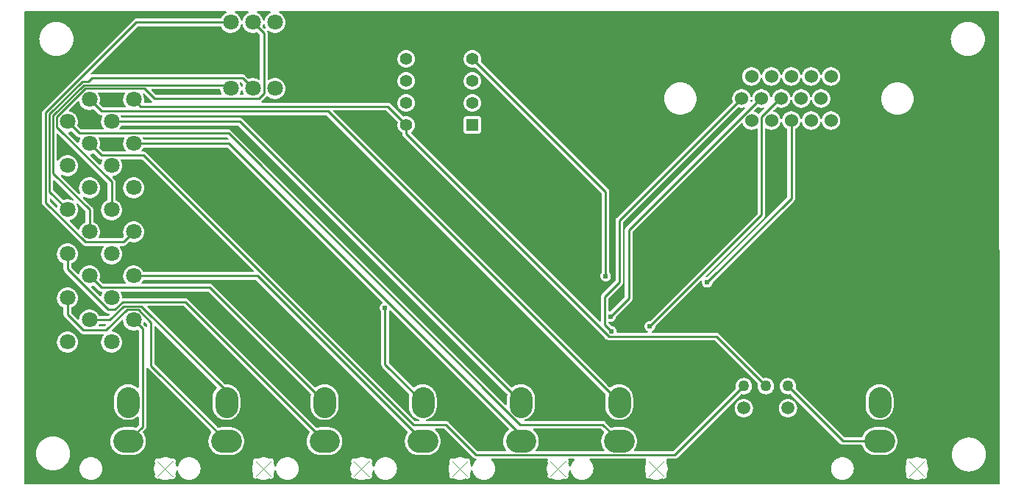
<source format=gbl>
G04 Layer: BottomLayer*
G04 EasyEDA v6.4.0, 2020-07-15T14:14:54--5:00*
G04 b3c21e9d98434acf968649de900d4150,a7c2b416e861464fa72e98bd65157655,10*
G04 Gerber Generator version 0.2*
G04 Scale: 100 percent, Rotated: No, Reflected: No *
G04 Dimensions in inches *
G04 leading zeros omitted , absolute positions ,2 integer and 4 decimal *
%FSLAX24Y24*%
%MOIN*%
G90*
G70D02*

%ADD10C,0.010000*%
%ADD11C,0.024000*%
%ADD14C,0.070866*%
%ADD15C,0.050000*%
%ADD16C,0.059055*%
%ADD17R,0.055000X0.055000*%
%ADD18C,0.055000*%
%ADD19C,0.060000*%
%ADD20C,0.102362*%
%ADD21C,0.002008*%

%LPD*%
G36*
G01X11221Y21548D02*
G01X10678Y21548D01*
G01X10672Y21547D01*
G01X10667Y21545D01*
G01X10657Y21539D01*
G01X10653Y21535D01*
G01X10647Y21525D01*
G01X10645Y21520D01*
G01X10644Y21514D01*
G01X10644Y21502D01*
G01X10648Y21490D01*
G01X10656Y21480D01*
G01X10660Y21476D01*
G01X10665Y21473D01*
G01X10684Y21463D01*
G01X10701Y21453D01*
G01X10718Y21442D01*
G01X10735Y21430D01*
G01X10751Y21417D01*
G01X10766Y21404D01*
G01X10781Y21390D01*
G01X10795Y21376D01*
G01X10809Y21361D01*
G01X10822Y21345D01*
G01X10846Y21313D01*
G01X10856Y21295D01*
G01X10867Y21278D01*
G01X10876Y21260D01*
G01X10885Y21241D01*
G01X10892Y21223D01*
G01X10899Y21203D01*
G01X10911Y21165D01*
G01X10913Y21159D01*
G01X10915Y21154D01*
G01X10918Y21149D01*
G01X10923Y21145D01*
G01X10927Y21141D01*
G01X10932Y21138D01*
G01X10938Y21136D01*
G01X10950Y21134D01*
G01X10955Y21135D01*
G01X10961Y21136D01*
G01X10967Y21138D01*
G01X10972Y21141D01*
G01X10976Y21145D01*
G01X10981Y21149D01*
G01X10984Y21154D01*
G01X10986Y21159D01*
G01X10988Y21165D01*
G01X11000Y21203D01*
G01X11007Y21223D01*
G01X11014Y21241D01*
G01X11023Y21260D01*
G01X11032Y21278D01*
G01X11043Y21295D01*
G01X11053Y21313D01*
G01X11077Y21345D01*
G01X11090Y21361D01*
G01X11104Y21376D01*
G01X11118Y21390D01*
G01X11133Y21404D01*
G01X11148Y21417D01*
G01X11164Y21430D01*
G01X11181Y21442D01*
G01X11198Y21453D01*
G01X11215Y21463D01*
G01X11234Y21473D01*
G01X11239Y21476D01*
G01X11243Y21480D01*
G01X11251Y21490D01*
G01X11255Y21502D01*
G01X11255Y21514D01*
G01X11254Y21520D01*
G01X11252Y21525D01*
G01X11246Y21535D01*
G01X11242Y21539D01*
G01X11232Y21545D01*
G01X11227Y21547D01*
G01X11221Y21548D01*
G37*

%LPD*%
G36*
G01X10221Y21548D02*
G01X9678Y21548D01*
G01X9672Y21547D01*
G01X9667Y21545D01*
G01X9657Y21539D01*
G01X9653Y21535D01*
G01X9647Y21525D01*
G01X9645Y21520D01*
G01X9644Y21514D01*
G01X9644Y21502D01*
G01X9648Y21490D01*
G01X9656Y21480D01*
G01X9660Y21476D01*
G01X9665Y21473D01*
G01X9684Y21463D01*
G01X9701Y21453D01*
G01X9718Y21442D01*
G01X9735Y21430D01*
G01X9751Y21417D01*
G01X9766Y21404D01*
G01X9781Y21390D01*
G01X9795Y21376D01*
G01X9809Y21361D01*
G01X9822Y21345D01*
G01X9846Y21313D01*
G01X9856Y21295D01*
G01X9867Y21278D01*
G01X9876Y21260D01*
G01X9885Y21241D01*
G01X9892Y21223D01*
G01X9899Y21203D01*
G01X9911Y21165D01*
G01X9913Y21159D01*
G01X9915Y21154D01*
G01X9918Y21149D01*
G01X9923Y21145D01*
G01X9927Y21141D01*
G01X9932Y21138D01*
G01X9938Y21136D01*
G01X9950Y21134D01*
G01X9955Y21135D01*
G01X9961Y21136D01*
G01X9967Y21138D01*
G01X9972Y21141D01*
G01X9976Y21145D01*
G01X9981Y21149D01*
G01X9984Y21154D01*
G01X9986Y21159D01*
G01X9988Y21165D01*
G01X10000Y21203D01*
G01X10007Y21223D01*
G01X10014Y21241D01*
G01X10023Y21260D01*
G01X10032Y21278D01*
G01X10043Y21295D01*
G01X10053Y21313D01*
G01X10077Y21345D01*
G01X10090Y21361D01*
G01X10104Y21376D01*
G01X10118Y21390D01*
G01X10133Y21404D01*
G01X10148Y21417D01*
G01X10164Y21430D01*
G01X10181Y21442D01*
G01X10198Y21453D01*
G01X10215Y21463D01*
G01X10234Y21473D01*
G01X10239Y21476D01*
G01X10243Y21480D01*
G01X10251Y21490D01*
G01X10255Y21502D01*
G01X10255Y21514D01*
G01X10254Y21520D01*
G01X10252Y21525D01*
G01X10246Y21535D01*
G01X10242Y21539D01*
G01X10232Y21545D01*
G01X10227Y21547D01*
G01X10221Y21548D01*
G37*

%LPD*%
G36*
G01X10955Y20964D02*
G01X10950Y20965D01*
G01X10938Y20963D01*
G01X10932Y20961D01*
G01X10927Y20958D01*
G01X10923Y20954D01*
G01X10918Y20950D01*
G01X10915Y20945D01*
G01X10913Y20940D01*
G01X10911Y20934D01*
G01X10903Y20907D01*
G01X10894Y20880D01*
G01X10892Y20873D01*
G01X10891Y20866D01*
G01X10893Y20854D01*
G01X10896Y20848D01*
G01X10899Y20843D01*
G01X10903Y20838D01*
G01X10972Y20769D01*
G01X10977Y20765D01*
G01X10982Y20762D01*
G01X10988Y20759D01*
G01X11000Y20757D01*
G01X11006Y20758D01*
G01X11011Y20759D01*
G01X11017Y20761D01*
G01X11022Y20764D01*
G01X11026Y20767D01*
G01X11030Y20771D01*
G01X11034Y20776D01*
G01X11036Y20781D01*
G01X11039Y20786D01*
G01X11040Y20792D01*
G01X11040Y20797D01*
G01X11038Y20811D01*
G01X11035Y20817D01*
G01X11025Y20836D01*
G01X11016Y20855D01*
G01X11008Y20874D01*
G01X11000Y20894D01*
G01X10988Y20934D01*
G01X10986Y20940D01*
G01X10984Y20945D01*
G01X10981Y20950D01*
G01X10976Y20954D01*
G01X10972Y20958D01*
G01X10967Y20961D01*
G01X10961Y20963D01*
G01X10955Y20964D01*
G37*

%LPD*%
G36*
G01X9955Y20964D02*
G01X9950Y20965D01*
G01X9938Y20963D01*
G01X9932Y20961D01*
G01X9927Y20958D01*
G01X9923Y20954D01*
G01X9918Y20950D01*
G01X9915Y20945D01*
G01X9913Y20940D01*
G01X9911Y20934D01*
G01X9906Y20915D01*
G01X9900Y20897D01*
G01X9893Y20878D01*
G01X9877Y20842D01*
G01X9868Y20825D01*
G01X9859Y20807D01*
G01X9848Y20790D01*
G01X9837Y20774D01*
G01X9825Y20759D01*
G01X9813Y20743D01*
G01X9800Y20728D01*
G01X9786Y20714D01*
G01X9772Y20701D01*
G01X9757Y20687D01*
G01X9742Y20675D01*
G01X9726Y20663D01*
G01X9710Y20652D01*
G01X9676Y20632D01*
G01X9659Y20623D01*
G01X9623Y20607D01*
G01X9604Y20600D01*
G01X9585Y20594D01*
G01X9567Y20589D01*
G01X9547Y20584D01*
G01X9509Y20578D01*
G01X9489Y20576D01*
G01X9469Y20575D01*
G01X9450Y20574D01*
G01X9410Y20576D01*
G01X9372Y20580D01*
G01X9334Y20588D01*
G01X9296Y20600D01*
G01X9278Y20606D01*
G01X9242Y20622D01*
G01X9208Y20640D01*
G01X9191Y20651D01*
G01X9175Y20661D01*
G01X9159Y20673D01*
G01X9144Y20685D01*
G01X9130Y20698D01*
G01X9115Y20711D01*
G01X9102Y20726D01*
G01X9089Y20740D01*
G01X9076Y20755D01*
G01X9064Y20771D01*
G01X9053Y20787D01*
G01X9043Y20803D01*
G01X9033Y20820D01*
G01X9024Y20837D01*
G01X9016Y20855D01*
G01X9010Y20865D01*
G01X9006Y20869D01*
G01X8996Y20875D01*
G01X8991Y20877D01*
G01X8985Y20878D01*
G01X5254Y20878D01*
G01X5247Y20877D01*
G01X5242Y20874D01*
G01X5236Y20871D01*
G01X3117Y18752D01*
G01X3114Y18747D01*
G01X3110Y18735D01*
G01X3110Y18723D01*
G01X3111Y18717D01*
G01X3113Y18712D01*
G01X3116Y18707D01*
G01X3120Y18702D01*
G01X3124Y18698D01*
G01X3128Y18695D01*
G01X3133Y18692D01*
G01X3139Y18690D01*
G01X3144Y18689D01*
G01X3150Y18688D01*
G01X9994Y18688D01*
G01X10006Y18687D01*
G01X10018Y18684D01*
G01X10030Y18682D01*
G01X10041Y18678D01*
G01X10052Y18673D01*
G01X10064Y18667D01*
G01X10074Y18661D01*
G01X10084Y18654D01*
G01X10093Y18647D01*
G01X10102Y18638D01*
G01X10238Y18503D01*
G01X10243Y18499D01*
G01X10248Y18496D01*
G01X10254Y18493D01*
G01X10266Y18491D01*
G01X10273Y18492D01*
G01X10281Y18494D01*
G01X10301Y18501D01*
G01X10343Y18513D01*
G01X10385Y18521D01*
G01X10406Y18523D01*
G01X10450Y18525D01*
G01X10470Y18525D01*
G01X10510Y18521D01*
G01X10530Y18518D01*
G01X10550Y18514D01*
G01X10569Y18509D01*
G01X10589Y18504D01*
G01X10608Y18498D01*
G01X10646Y18482D01*
G01X10664Y18474D01*
G01X10682Y18464D01*
G01X10699Y18454D01*
G01X10716Y18443D01*
G01X10721Y18440D01*
G01X10727Y18438D01*
G01X10732Y18437D01*
G01X10739Y18436D01*
G01X10744Y18436D01*
G01X10750Y18438D01*
G01X10760Y18442D01*
G01X10765Y18446D01*
G01X10769Y18450D01*
G01X10772Y18455D01*
G01X10775Y18459D01*
G01X10777Y18465D01*
G01X10778Y18471D01*
G01X10778Y20468D01*
G01X10777Y20475D01*
G01X10774Y20480D01*
G01X10771Y20486D01*
G01X10661Y20596D01*
G01X10656Y20600D01*
G01X10651Y20603D01*
G01X10645Y20606D01*
G01X10633Y20608D01*
G01X10626Y20607D01*
G01X10618Y20605D01*
G01X10598Y20598D01*
G01X10556Y20586D01*
G01X10514Y20578D01*
G01X10493Y20576D01*
G01X10471Y20575D01*
G01X10450Y20574D01*
G01X10410Y20576D01*
G01X10390Y20578D01*
G01X10352Y20584D01*
G01X10332Y20589D01*
G01X10314Y20594D01*
G01X10295Y20600D01*
G01X10276Y20607D01*
G01X10240Y20623D01*
G01X10223Y20632D01*
G01X10189Y20652D01*
G01X10173Y20663D01*
G01X10157Y20675D01*
G01X10142Y20687D01*
G01X10127Y20701D01*
G01X10113Y20714D01*
G01X10099Y20728D01*
G01X10086Y20743D01*
G01X10074Y20759D01*
G01X10062Y20774D01*
G01X10051Y20790D01*
G01X10040Y20807D01*
G01X10031Y20825D01*
G01X10022Y20842D01*
G01X10006Y20878D01*
G01X10000Y20897D01*
G01X9993Y20915D01*
G01X9988Y20934D01*
G01X9986Y20940D01*
G01X9984Y20945D01*
G01X9981Y20950D01*
G01X9976Y20954D01*
G01X9972Y20958D01*
G01X9967Y20961D01*
G01X9961Y20963D01*
G01X9955Y20964D01*
G37*

%LPD*%
G36*
G01X9911Y18340D02*
G01X9899Y18342D01*
G01X9893Y18341D01*
G01X9888Y18340D01*
G01X9882Y18338D01*
G01X9877Y18335D01*
G01X9873Y18332D01*
G01X9869Y18328D01*
G01X9865Y18323D01*
G01X9863Y18318D01*
G01X9860Y18313D01*
G01X9859Y18307D01*
G01X9859Y18302D01*
G01X9861Y18288D01*
G01X9864Y18282D01*
G01X9874Y18263D01*
G01X9883Y18244D01*
G01X9891Y18225D01*
G01X9899Y18205D01*
G01X9911Y18165D01*
G01X9913Y18159D01*
G01X9915Y18154D01*
G01X9918Y18149D01*
G01X9923Y18145D01*
G01X9927Y18141D01*
G01X9932Y18138D01*
G01X9938Y18136D01*
G01X9950Y18134D01*
G01X9955Y18135D01*
G01X9961Y18136D01*
G01X9967Y18138D01*
G01X9972Y18141D01*
G01X9976Y18145D01*
G01X9981Y18149D01*
G01X9984Y18154D01*
G01X9986Y18159D01*
G01X9988Y18165D01*
G01X9996Y18192D01*
G01X10005Y18219D01*
G01X10007Y18226D01*
G01X10008Y18233D01*
G01X10006Y18245D01*
G01X10003Y18251D01*
G01X10000Y18256D01*
G01X9996Y18261D01*
G01X9927Y18330D01*
G01X9922Y18334D01*
G01X9917Y18337D01*
G01X9911Y18340D01*
G37*

%LPD*%
G36*
G01X8937Y18040D02*
G01X5892Y18040D01*
G01X5887Y18039D01*
G01X5881Y18038D01*
G01X5876Y18036D01*
G01X5866Y18030D01*
G01X5862Y18026D01*
G01X5856Y18016D01*
G01X5854Y18011D01*
G01X5853Y18005D01*
G01X5852Y18000D01*
G01X5853Y17993D01*
G01X5854Y17987D01*
G01X5857Y17981D01*
G01X5860Y17976D01*
G01X5864Y17971D01*
G01X6068Y17767D01*
G01X6073Y17763D01*
G01X6085Y17757D01*
G01X6090Y17756D01*
G01X6097Y17755D01*
G01X9001Y17755D01*
G01X9007Y17756D01*
G01X9012Y17757D01*
G01X9018Y17759D01*
G01X9023Y17762D01*
G01X9027Y17765D01*
G01X9031Y17769D01*
G01X9035Y17774D01*
G01X9038Y17779D01*
G01X9039Y17784D01*
G01X9041Y17790D01*
G01X9041Y17796D01*
G01X9040Y17802D01*
G01X9039Y17809D01*
G01X9018Y17851D01*
G01X9010Y17869D01*
G01X9003Y17887D01*
G01X8996Y17906D01*
G01X8986Y17944D01*
G01X8982Y17964D01*
G01X8979Y17984D01*
G01X8977Y18003D01*
G01X8976Y18009D01*
G01X8973Y18015D01*
G01X8971Y18020D01*
G01X8968Y18025D01*
G01X8964Y18029D01*
G01X8959Y18033D01*
G01X8954Y18036D01*
G01X8948Y18038D01*
G01X8943Y18039D01*
G01X8937Y18040D01*
G37*

%LPD*%
G36*
G01X9955Y17964D02*
G01X9950Y17965D01*
G01X9938Y17963D01*
G01X9932Y17961D01*
G01X9927Y17958D01*
G01X9923Y17954D01*
G01X9918Y17950D01*
G01X9915Y17945D01*
G01X9913Y17940D01*
G01X9911Y17934D01*
G01X9905Y17914D01*
G01X9898Y17893D01*
G01X9891Y17873D01*
G01X9882Y17853D01*
G01X9873Y17834D01*
G01X9863Y17815D01*
G01X9860Y17809D01*
G01X9859Y17802D01*
G01X9858Y17796D01*
G01X9858Y17790D01*
G01X9860Y17784D01*
G01X9861Y17779D01*
G01X9864Y17774D01*
G01X9868Y17769D01*
G01X9872Y17765D01*
G01X9876Y17762D01*
G01X9881Y17759D01*
G01X9887Y17757D01*
G01X9892Y17756D01*
G01X9898Y17755D01*
G01X10001Y17755D01*
G01X10007Y17756D01*
G01X10012Y17757D01*
G01X10018Y17759D01*
G01X10023Y17762D01*
G01X10027Y17765D01*
G01X10031Y17769D01*
G01X10035Y17774D01*
G01X10038Y17779D01*
G01X10039Y17784D01*
G01X10041Y17790D01*
G01X10041Y17796D01*
G01X10040Y17802D01*
G01X10039Y17809D01*
G01X10036Y17815D01*
G01X10026Y17834D01*
G01X10017Y17853D01*
G01X10008Y17873D01*
G01X10001Y17893D01*
G01X9994Y17914D01*
G01X9988Y17934D01*
G01X9986Y17940D01*
G01X9984Y17945D01*
G01X9981Y17950D01*
G01X9976Y17954D01*
G01X9972Y17958D01*
G01X9967Y17961D01*
G01X9961Y17963D01*
G01X9955Y17964D01*
G37*

%LPD*%
G36*
G01X33052Y17542D02*
G01X33046Y17543D01*
G01X33039Y17542D01*
G01X33034Y17541D01*
G01X33028Y17539D01*
G01X33023Y17536D01*
G01X33018Y17532D01*
G01X33014Y17528D01*
G01X33011Y17523D01*
G01X33008Y17517D01*
G01X33006Y17511D01*
G01X33002Y17492D01*
G01X33001Y17482D01*
G01X33001Y17476D01*
G01X33002Y17471D01*
G01X33004Y17465D01*
G01X33007Y17460D01*
G01X33010Y17456D01*
G01X33014Y17452D01*
G01X33019Y17448D01*
G01X33029Y17444D01*
G01X33035Y17442D01*
G01X33047Y17442D01*
G01X33059Y17446D01*
G01X33069Y17454D01*
G01X33077Y17462D01*
G01X33081Y17467D01*
G01X33084Y17472D01*
G01X33087Y17478D01*
G01X33089Y17490D01*
G01X33088Y17500D01*
G01X33085Y17511D01*
G01X33081Y17523D01*
G01X33077Y17528D01*
G01X33073Y17532D01*
G01X33068Y17536D01*
G01X33063Y17539D01*
G01X33057Y17541D01*
G01X33052Y17542D01*
G37*

%LPD*%
G36*
G01X5512Y17829D02*
G01X5500Y17829D01*
G01X5494Y17828D01*
G01X5489Y17826D01*
G01X5484Y17823D01*
G01X5472Y17811D01*
G01X5469Y17806D01*
G01X5467Y17800D01*
G01X5466Y17795D01*
G01X5466Y17783D01*
G01X5470Y17771D01*
G01X5480Y17752D01*
G01X5488Y17733D01*
G01X5496Y17713D01*
G01X5502Y17694D01*
G01X5508Y17673D01*
G01X5518Y17633D01*
G01X5521Y17612D01*
G01X5523Y17591D01*
G01X5524Y17570D01*
G01X5525Y17550D01*
G01X5524Y17527D01*
G01X5523Y17505D01*
G01X5517Y17461D01*
G01X5516Y17453D01*
G01X5516Y17448D01*
G01X5518Y17442D01*
G01X5519Y17437D01*
G01X5522Y17432D01*
G01X5526Y17427D01*
G01X5530Y17423D01*
G01X5534Y17420D01*
G01X5539Y17417D01*
G01X5544Y17415D01*
G01X5556Y17413D01*
G01X5842Y17413D01*
G01X5848Y17414D01*
G01X5853Y17415D01*
G01X5859Y17417D01*
G01X5864Y17420D01*
G01X5868Y17423D01*
G01X5872Y17427D01*
G01X5876Y17432D01*
G01X5878Y17437D01*
G01X5881Y17442D01*
G01X5882Y17448D01*
G01X5882Y17453D01*
G01X5881Y17460D01*
G01X5880Y17466D01*
G01X5878Y17472D01*
G01X5875Y17477D01*
G01X5870Y17482D01*
G01X5534Y17817D01*
G01X5524Y17825D01*
G01X5512Y17829D01*
G37*

%LPD*%
G36*
G01X4628Y17878D02*
G01X3471Y17878D01*
G01X3465Y17877D01*
G01X3459Y17875D01*
G01X3455Y17872D01*
G01X3450Y17869D01*
G01X3446Y17865D01*
G01X3442Y17860D01*
G01X3438Y17850D01*
G01X3436Y17844D01*
G01X3436Y17838D01*
G01X3437Y17832D01*
G01X3438Y17827D01*
G01X3440Y17821D01*
G01X3443Y17816D01*
G01X3454Y17799D01*
G01X3464Y17782D01*
G01X3474Y17764D01*
G01X3482Y17746D01*
G01X3498Y17708D01*
G01X3504Y17689D01*
G01X3509Y17669D01*
G01X3514Y17650D01*
G01X3518Y17630D01*
G01X3521Y17610D01*
G01X3525Y17570D01*
G01X3525Y17550D01*
G01X3523Y17506D01*
G01X3521Y17485D01*
G01X3517Y17463D01*
G01X3513Y17442D01*
G01X3507Y17421D01*
G01X3501Y17401D01*
G01X3494Y17380D01*
G01X3492Y17373D01*
G01X3491Y17366D01*
G01X3493Y17354D01*
G01X3496Y17348D01*
G01X3499Y17343D01*
G01X3503Y17338D01*
G01X3648Y17193D01*
G01X3654Y17190D01*
G01X3659Y17188D01*
G01X3666Y17186D01*
G01X4655Y17186D01*
G01X4660Y17187D01*
G01X4665Y17189D01*
G01X4675Y17195D01*
G01X4679Y17199D01*
G01X4685Y17209D01*
G01X4687Y17214D01*
G01X4689Y17226D01*
G01X4688Y17232D01*
G01X4686Y17239D01*
G01X4684Y17245D01*
G01X4680Y17251D01*
G01X4656Y17283D01*
G01X4645Y17300D01*
G01X4635Y17317D01*
G01X4625Y17335D01*
G01X4617Y17353D01*
G01X4601Y17391D01*
G01X4595Y17410D01*
G01X4590Y17430D01*
G01X4585Y17449D01*
G01X4581Y17469D01*
G01X4578Y17489D01*
G01X4576Y17509D01*
G01X4575Y17529D01*
G01X4574Y17550D01*
G01X4576Y17590D01*
G01X4578Y17610D01*
G01X4581Y17630D01*
G01X4585Y17650D01*
G01X4590Y17669D01*
G01X4595Y17689D01*
G01X4609Y17727D01*
G01X4617Y17746D01*
G01X4625Y17764D01*
G01X4635Y17782D01*
G01X4645Y17799D01*
G01X4656Y17816D01*
G01X4659Y17821D01*
G01X4661Y17827D01*
G01X4662Y17832D01*
G01X4663Y17838D01*
G01X4663Y17844D01*
G01X4661Y17850D01*
G01X4659Y17855D01*
G01X4653Y17865D01*
G01X4649Y17869D01*
G01X4639Y17875D01*
G01X4634Y17877D01*
G01X4628Y17878D01*
G37*

%LPD*%
G36*
G01X33326Y17211D02*
G01X33320Y17211D01*
G01X33308Y17207D01*
G01X33298Y17199D01*
G01X33164Y17065D01*
G01X33156Y17055D01*
G01X33152Y17043D01*
G01X33152Y17030D01*
G01X33154Y17024D01*
G01X33156Y17019D01*
G01X33160Y17013D01*
G01X33168Y17005D01*
G01X33173Y17001D01*
G01X33179Y16999D01*
G01X33197Y16992D01*
G01X33214Y16985D01*
G01X33248Y16969D01*
G01X33280Y16949D01*
G01X33296Y16938D01*
G01X33310Y16927D01*
G01X33325Y16915D01*
G01X33339Y16902D01*
G01X33343Y16898D01*
G01X33348Y16895D01*
G01X33354Y16892D01*
G01X33360Y16891D01*
G01X33372Y16891D01*
G01X33379Y16893D01*
G01X33385Y16895D01*
G01X33390Y16898D01*
G01X33610Y17118D01*
G01X33618Y17128D01*
G01X33622Y17140D01*
G01X33622Y17152D01*
G01X33621Y17158D01*
G01X33618Y17163D01*
G01X33616Y17168D01*
G01X33612Y17173D01*
G01X33608Y17177D01*
G01X33604Y17180D01*
G01X33599Y17183D01*
G01X33593Y17185D01*
G01X33588Y17186D01*
G01X33575Y17186D01*
G01X33555Y17183D01*
G01X33536Y17180D01*
G01X33516Y17179D01*
G01X33497Y17178D01*
G01X33457Y17180D01*
G01X33417Y17186D01*
G01X33398Y17190D01*
G01X33379Y17195D01*
G01X33360Y17201D01*
G01X33341Y17208D01*
G01X33334Y17210D01*
G01X33326Y17211D01*
G37*

%LPD*%
G36*
G01X2558Y17479D02*
G01X2546Y17481D01*
G01X2534Y17479D01*
G01X2522Y17473D01*
G01X2517Y17469D01*
G01X2130Y17082D01*
G01X2126Y17077D01*
G01X2122Y17071D01*
G01X2120Y17066D01*
G01X2119Y17059D01*
G01X2118Y17053D01*
G01X2120Y17041D01*
G01X2122Y17036D01*
G01X2125Y17030D01*
G01X2133Y17022D01*
G01X2138Y17019D01*
G01X2144Y17016D01*
G01X2150Y17014D01*
G01X2169Y17010D01*
G01X2188Y17004D01*
G01X2206Y16998D01*
G01X2225Y16992D01*
G01X2242Y16984D01*
G01X2260Y16976D01*
G01X2278Y16967D01*
G01X2294Y16957D01*
G01X2311Y16946D01*
G01X2327Y16935D01*
G01X2343Y16923D01*
G01X2358Y16911D01*
G01X2373Y16898D01*
G01X2387Y16884D01*
G01X2413Y16856D01*
G01X2425Y16840D01*
G01X2437Y16825D01*
G01X2448Y16809D01*
G01X2468Y16775D01*
G01X2477Y16757D01*
G01X2485Y16740D01*
G01X2492Y16722D01*
G01X2499Y16703D01*
G01X2505Y16684D01*
G01X2511Y16666D01*
G01X2515Y16647D01*
G01X2518Y16628D01*
G01X2521Y16608D01*
G01X2523Y16588D01*
G01X2525Y16569D01*
G01X2525Y16550D01*
G01X2523Y16506D01*
G01X2521Y16485D01*
G01X2517Y16463D01*
G01X2513Y16442D01*
G01X2507Y16421D01*
G01X2501Y16401D01*
G01X2494Y16380D01*
G01X2492Y16373D01*
G01X2491Y16366D01*
G01X2493Y16354D01*
G01X2496Y16348D01*
G01X2499Y16343D01*
G01X2503Y16338D01*
G01X2648Y16193D01*
G01X2654Y16190D01*
G01X2659Y16188D01*
G01X2666Y16186D01*
G01X3655Y16186D01*
G01X3660Y16187D01*
G01X3665Y16189D01*
G01X3675Y16195D01*
G01X3679Y16199D01*
G01X3685Y16209D01*
G01X3687Y16214D01*
G01X3689Y16226D01*
G01X3688Y16232D01*
G01X3686Y16239D01*
G01X3684Y16245D01*
G01X3680Y16251D01*
G01X3667Y16267D01*
G01X3656Y16283D01*
G01X3645Y16300D01*
G01X3635Y16317D01*
G01X3625Y16335D01*
G01X3617Y16353D01*
G01X3601Y16391D01*
G01X3595Y16410D01*
G01X3590Y16430D01*
G01X3585Y16449D01*
G01X3581Y16469D01*
G01X3578Y16489D01*
G01X3576Y16509D01*
G01X3575Y16529D01*
G01X3574Y16550D01*
G01X3576Y16590D01*
G01X3578Y16611D01*
G01X3581Y16631D01*
G01X3585Y16651D01*
G01X3590Y16671D01*
G01X3596Y16690D01*
G01X3602Y16710D01*
G01X3609Y16729D01*
G01X3617Y16748D01*
G01X3626Y16766D01*
G01X3636Y16784D01*
G01X3639Y16790D01*
G01X3640Y16797D01*
G01X3641Y16803D01*
G01X3641Y16809D01*
G01X3640Y16815D01*
G01X3638Y16820D01*
G01X3635Y16825D01*
G01X3631Y16830D01*
G01X3627Y16834D01*
G01X3623Y16837D01*
G01X3618Y16840D01*
G01X3612Y16842D01*
G01X3607Y16843D01*
G01X3601Y16844D01*
G01X3572Y16844D01*
G01X3560Y16845D01*
G01X3536Y16851D01*
G01X3525Y16854D01*
G01X3513Y16859D01*
G01X3503Y16865D01*
G01X3492Y16871D01*
G01X3482Y16878D01*
G01X3473Y16885D01*
G01X3463Y16894D01*
G01X3261Y17096D01*
G01X3256Y17100D01*
G01X3251Y17103D01*
G01X3245Y17106D01*
G01X3233Y17108D01*
G01X3226Y17107D01*
G01X3219Y17105D01*
G01X3198Y17098D01*
G01X3178Y17092D01*
G01X3157Y17086D01*
G01X3136Y17082D01*
G01X3114Y17078D01*
G01X3093Y17076D01*
G01X3071Y17075D01*
G01X3050Y17074D01*
G01X3030Y17075D01*
G01X3011Y17076D01*
G01X2991Y17078D01*
G01X2972Y17080D01*
G01X2952Y17084D01*
G01X2933Y17088D01*
G01X2915Y17094D01*
G01X2896Y17100D01*
G01X2878Y17107D01*
G01X2859Y17114D01*
G01X2842Y17122D01*
G01X2824Y17131D01*
G01X2807Y17140D01*
G01X2790Y17151D01*
G01X2774Y17162D01*
G01X2759Y17173D01*
G01X2729Y17199D01*
G01X2715Y17212D01*
G01X2701Y17226D01*
G01X2688Y17241D01*
G01X2676Y17256D01*
G01X2664Y17272D01*
G01X2642Y17304D01*
G01X2632Y17321D01*
G01X2623Y17339D01*
G01X2615Y17356D01*
G01X2608Y17374D01*
G01X2601Y17393D01*
G01X2595Y17411D01*
G01X2589Y17430D01*
G01X2585Y17449D01*
G01X2581Y17461D01*
G01X2577Y17465D01*
G01X2573Y17470D01*
G01X2569Y17474D01*
G01X2563Y17477D01*
G01X2558Y17479D01*
G37*

%LPD*%
G36*
G01X9264Y15844D02*
G01X5498Y15844D01*
G01X5492Y15843D01*
G01X5487Y15842D01*
G01X5481Y15840D01*
G01X5476Y15837D01*
G01X5472Y15834D01*
G01X5468Y15830D01*
G01X5464Y15825D01*
G01X5461Y15820D01*
G01X5460Y15815D01*
G01X5458Y15809D01*
G01X5458Y15803D01*
G01X5459Y15797D01*
G01X5460Y15790D01*
G01X5483Y15744D01*
G01X5489Y15734D01*
G01X5493Y15730D01*
G01X5503Y15724D01*
G01X5508Y15722D01*
G01X5514Y15721D01*
G01X9313Y15721D01*
G01X9318Y15722D01*
G01X9324Y15724D01*
G01X9329Y15727D01*
G01X9333Y15730D01*
G01X9337Y15734D01*
G01X9341Y15739D01*
G01X9343Y15744D01*
G01X9346Y15749D01*
G01X9347Y15755D01*
G01X9347Y15767D01*
G01X9343Y15779D01*
G01X9335Y15789D01*
G01X9288Y15836D01*
G01X9282Y15839D01*
G01X9277Y15842D01*
G01X9270Y15843D01*
G01X9264Y15844D01*
G37*

%LPD*%
G36*
G01X2245Y16106D02*
G01X2233Y16108D01*
G01X2226Y16107D01*
G01X2219Y16105D01*
G01X2199Y16098D01*
G01X2180Y16092D01*
G01X2160Y16087D01*
G01X2120Y16079D01*
G01X2114Y16078D01*
G01X2109Y16076D01*
G01X2099Y16070D01*
G01X2095Y16066D01*
G01X2089Y16056D01*
G01X2087Y16051D01*
G01X2086Y16046D01*
G01X2086Y16034D01*
G01X2090Y16022D01*
G01X2093Y16016D01*
G01X2097Y16011D01*
G01X2511Y15597D01*
G01X2516Y15593D01*
G01X2522Y15590D01*
G01X2534Y15586D01*
G01X2546Y15586D01*
G01X2551Y15587D01*
G01X2556Y15589D01*
G01X2566Y15595D01*
G01X2570Y15599D01*
G01X2576Y15609D01*
G01X2578Y15614D01*
G01X2579Y15620D01*
G01X2583Y15641D01*
G01X2588Y15663D01*
G01X2594Y15684D01*
G01X2600Y15704D01*
G01X2608Y15725D01*
G01X2616Y15745D01*
G01X2626Y15765D01*
G01X2636Y15784D01*
G01X2639Y15790D01*
G01X2640Y15797D01*
G01X2641Y15803D01*
G01X2641Y15809D01*
G01X2640Y15815D01*
G01X2638Y15820D01*
G01X2635Y15825D01*
G01X2631Y15830D01*
G01X2627Y15834D01*
G01X2623Y15837D01*
G01X2618Y15840D01*
G01X2612Y15842D01*
G01X2607Y15843D01*
G01X2601Y15844D01*
G01X2572Y15844D01*
G01X2560Y15845D01*
G01X2536Y15851D01*
G01X2525Y15854D01*
G01X2513Y15859D01*
G01X2503Y15865D01*
G01X2492Y15871D01*
G01X2482Y15878D01*
G01X2473Y15885D01*
G01X2463Y15894D01*
G01X2261Y16096D01*
G01X2256Y16100D01*
G01X2251Y16103D01*
G01X2245Y16106D01*
G37*

%LPD*%
G36*
G01X4601Y15844D02*
G01X3498Y15844D01*
G01X3492Y15843D01*
G01X3487Y15842D01*
G01X3481Y15840D01*
G01X3476Y15837D01*
G01X3472Y15834D01*
G01X3468Y15830D01*
G01X3464Y15825D01*
G01X3461Y15820D01*
G01X3459Y15815D01*
G01X3458Y15809D01*
G01X3458Y15803D01*
G01X3459Y15797D01*
G01X3460Y15790D01*
G01X3463Y15784D01*
G01X3473Y15766D01*
G01X3482Y15748D01*
G01X3490Y15729D01*
G01X3497Y15710D01*
G01X3503Y15690D01*
G01X3509Y15671D01*
G01X3514Y15651D01*
G01X3518Y15631D01*
G01X3521Y15611D01*
G01X3523Y15590D01*
G01X3525Y15550D01*
G01X3523Y15506D01*
G01X3521Y15485D01*
G01X3517Y15463D01*
G01X3513Y15442D01*
G01X3507Y15421D01*
G01X3501Y15401D01*
G01X3494Y15380D01*
G01X3492Y15373D01*
G01X3491Y15366D01*
G01X3493Y15354D01*
G01X3496Y15348D01*
G01X3499Y15343D01*
G01X3503Y15338D01*
G01X3648Y15193D01*
G01X3654Y15190D01*
G01X3659Y15188D01*
G01X3666Y15186D01*
G01X4655Y15186D01*
G01X4660Y15187D01*
G01X4665Y15189D01*
G01X4675Y15195D01*
G01X4679Y15199D01*
G01X4685Y15209D01*
G01X4687Y15214D01*
G01X4689Y15226D01*
G01X4688Y15232D01*
G01X4686Y15239D01*
G01X4684Y15245D01*
G01X4680Y15251D01*
G01X4656Y15283D01*
G01X4645Y15300D01*
G01X4635Y15317D01*
G01X4625Y15335D01*
G01X4617Y15353D01*
G01X4601Y15391D01*
G01X4595Y15410D01*
G01X4590Y15430D01*
G01X4585Y15449D01*
G01X4581Y15469D01*
G01X4578Y15489D01*
G01X4576Y15509D01*
G01X4575Y15529D01*
G01X4574Y15550D01*
G01X4576Y15590D01*
G01X4578Y15611D01*
G01X4581Y15631D01*
G01X4585Y15651D01*
G01X4590Y15671D01*
G01X4596Y15690D01*
G01X4602Y15710D01*
G01X4609Y15729D01*
G01X4617Y15748D01*
G01X4626Y15766D01*
G01X4636Y15784D01*
G01X4639Y15790D01*
G01X4640Y15797D01*
G01X4641Y15803D01*
G01X4641Y15809D01*
G01X4639Y15815D01*
G01X4638Y15820D01*
G01X4635Y15825D01*
G01X4631Y15830D01*
G01X4627Y15834D01*
G01X4623Y15837D01*
G01X4618Y15840D01*
G01X4612Y15842D01*
G01X4607Y15843D01*
G01X4601Y15844D01*
G37*

%LPD*%
G36*
G01X3245Y15106D02*
G01X3233Y15108D01*
G01X3226Y15107D01*
G01X3219Y15105D01*
G01X3199Y15098D01*
G01X3180Y15092D01*
G01X3160Y15087D01*
G01X3120Y15079D01*
G01X3114Y15078D01*
G01X3109Y15076D01*
G01X3099Y15070D01*
G01X3095Y15066D01*
G01X3089Y15056D01*
G01X3087Y15051D01*
G01X3086Y15046D01*
G01X3086Y15034D01*
G01X3090Y15022D01*
G01X3093Y15016D01*
G01X3097Y15011D01*
G01X3511Y14597D01*
G01X3516Y14593D01*
G01X3522Y14590D01*
G01X3534Y14586D01*
G01X3546Y14586D01*
G01X3551Y14587D01*
G01X3556Y14589D01*
G01X3566Y14595D01*
G01X3570Y14599D01*
G01X3576Y14609D01*
G01X3578Y14614D01*
G01X3579Y14620D01*
G01X3583Y14641D01*
G01X3588Y14663D01*
G01X3594Y14684D01*
G01X3600Y14704D01*
G01X3608Y14725D01*
G01X3616Y14745D01*
G01X3626Y14765D01*
G01X3636Y14784D01*
G01X3639Y14790D01*
G01X3640Y14797D01*
G01X3641Y14803D01*
G01X3641Y14809D01*
G01X3640Y14815D01*
G01X3638Y14820D01*
G01X3635Y14825D01*
G01X3631Y14830D01*
G01X3627Y14834D01*
G01X3623Y14837D01*
G01X3618Y14840D01*
G01X3612Y14842D01*
G01X3607Y14843D01*
G01X3601Y14844D01*
G01X3572Y14844D01*
G01X3560Y14845D01*
G01X3536Y14851D01*
G01X3525Y14854D01*
G01X3513Y14859D01*
G01X3503Y14865D01*
G01X3492Y14871D01*
G01X3482Y14878D01*
G01X3473Y14885D01*
G01X3463Y14894D01*
G01X3261Y15096D01*
G01X3256Y15100D01*
G01X3251Y15103D01*
G01X3245Y15106D01*
G37*

%LPD*%
G36*
G01X1454Y13893D02*
G01X1442Y13893D01*
G01X1436Y13892D01*
G01X1431Y13890D01*
G01X1426Y13887D01*
G01X1421Y13883D01*
G01X1417Y13879D01*
G01X1414Y13875D01*
G01X1411Y13870D01*
G01X1409Y13864D01*
G01X1408Y13859D01*
G01X1407Y13853D01*
G01X1407Y13450D01*
G01X1409Y13438D01*
G01X1415Y13426D01*
G01X1838Y13003D01*
G01X1843Y12999D01*
G01X1848Y12996D01*
G01X1854Y12993D01*
G01X1866Y12991D01*
G01X1873Y12992D01*
G01X1880Y12994D01*
G01X1901Y13001D01*
G01X1921Y13007D01*
G01X1942Y13013D01*
G01X1963Y13017D01*
G01X1985Y13021D01*
G01X2006Y13023D01*
G01X2050Y13025D01*
G01X2090Y13023D01*
G01X2110Y13021D01*
G01X2130Y13018D01*
G01X2150Y13014D01*
G01X2170Y13009D01*
G01X2189Y13004D01*
G01X2209Y12998D01*
G01X2227Y12990D01*
G01X2246Y12982D01*
G01X2288Y12961D01*
G01X2295Y12959D01*
G01X2307Y12959D01*
G01X2313Y12961D01*
G01X2323Y12965D01*
G01X2328Y12969D01*
G01X2332Y12973D01*
G01X2335Y12977D01*
G01X2338Y12982D01*
G01X2340Y12988D01*
G01X2341Y12993D01*
G01X2342Y12999D01*
G01X2340Y13011D01*
G01X2334Y13023D01*
G01X1471Y13886D01*
G01X1466Y13889D01*
G01X1454Y13893D01*
G37*

%LPD*%
G36*
G01X1293Y13054D02*
G01X1281Y13054D01*
G01X1275Y13053D01*
G01X1270Y13051D01*
G01X1265Y13048D01*
G01X1260Y13044D01*
G01X1256Y13040D01*
G01X1253Y13036D01*
G01X1250Y13031D01*
G01X1248Y13025D01*
G01X1247Y13020D01*
G01X1246Y13014D01*
G01X1246Y12953D01*
G01X1247Y12947D01*
G01X1248Y12940D01*
G01X1251Y12935D01*
G01X1254Y12929D01*
G01X1529Y12654D01*
G01X1534Y12651D01*
G01X1546Y12647D01*
G01X1559Y12647D01*
G01X1564Y12648D01*
G01X1569Y12650D01*
G01X1575Y12653D01*
G01X1587Y12665D01*
G01X1589Y12671D01*
G01X1591Y12676D01*
G01X1598Y12698D01*
G01X1605Y12719D01*
G01X1607Y12726D01*
G01X1608Y12733D01*
G01X1606Y12745D01*
G01X1603Y12751D01*
G01X1600Y12756D01*
G01X1596Y12761D01*
G01X1315Y13042D01*
G01X1305Y13050D01*
G01X1293Y13054D01*
G37*

%LPD*%
G36*
G01X2511Y12840D02*
G01X2499Y12842D01*
G01X2493Y12841D01*
G01X2488Y12840D01*
G01X2482Y12838D01*
G01X2477Y12835D01*
G01X2473Y12832D01*
G01X2469Y12828D01*
G01X2465Y12823D01*
G01X2461Y12813D01*
G01X2459Y12807D01*
G01X2459Y12795D01*
G01X2461Y12788D01*
G01X2482Y12746D01*
G01X2490Y12727D01*
G01X2498Y12709D01*
G01X2504Y12689D01*
G01X2509Y12670D01*
G01X2514Y12650D01*
G01X2518Y12630D01*
G01X2521Y12610D01*
G01X2523Y12590D01*
G01X2525Y12550D01*
G01X2525Y12530D01*
G01X2521Y12490D01*
G01X2518Y12470D01*
G01X2514Y12451D01*
G01X2510Y12431D01*
G01X2505Y12412D01*
G01X2491Y12374D01*
G01X2484Y12356D01*
G01X2466Y12320D01*
G01X2456Y12303D01*
G01X2434Y12269D01*
G01X2421Y12254D01*
G01X2409Y12238D01*
G01X2396Y12223D01*
G01X2382Y12209D01*
G01X2352Y12183D01*
G01X2336Y12170D01*
G01X2320Y12159D01*
G01X2286Y12137D01*
G01X2269Y12128D01*
G01X2251Y12119D01*
G01X2232Y12111D01*
G01X2214Y12103D01*
G01X2176Y12091D01*
G01X2171Y12089D01*
G01X2165Y12087D01*
G01X2153Y12075D01*
G01X2150Y12069D01*
G01X2148Y12064D01*
G01X2147Y12059D01*
G01X2147Y12046D01*
G01X2151Y12034D01*
G01X2154Y12029D01*
G01X2529Y11654D01*
G01X2534Y11651D01*
G01X2546Y11647D01*
G01X2559Y11647D01*
G01X2564Y11648D01*
G01X2569Y11650D01*
G01X2575Y11653D01*
G01X2587Y11665D01*
G01X2589Y11671D01*
G01X2591Y11676D01*
G01X2603Y11714D01*
G01X2611Y11732D01*
G01X2619Y11751D01*
G01X2628Y11769D01*
G01X2637Y11786D01*
G01X2648Y11803D01*
G01X2658Y11820D01*
G01X2670Y11836D01*
G01X2682Y11851D01*
G01X2695Y11867D01*
G01X2723Y11895D01*
G01X2738Y11909D01*
G01X2753Y11921D01*
G01X2785Y11945D01*
G01X2819Y11965D01*
G01X2837Y11975D01*
G01X2855Y11983D01*
G01X2865Y11989D01*
G01X2869Y11993D01*
G01X2875Y12003D01*
G01X2877Y12008D01*
G01X2878Y12014D01*
G01X2878Y12468D01*
G01X2876Y12475D01*
G01X2874Y12480D01*
G01X2871Y12486D01*
G01X2523Y12834D01*
G01X2511Y12840D01*
G37*

%LPD*%
G36*
G01X34410Y16541D02*
G01X34398Y16543D01*
G01X34386Y16541D01*
G01X34381Y16539D01*
G01X34375Y16536D01*
G01X34367Y16528D01*
G01X34363Y16523D01*
G01X34360Y16517D01*
G01X34359Y16511D01*
G01X34355Y16493D01*
G01X34350Y16476D01*
G01X34344Y16458D01*
G01X34330Y16424D01*
G01X34322Y16407D01*
G01X34304Y16375D01*
G01X34271Y16330D01*
G01X34259Y16317D01*
G01X34246Y16303D01*
G01X34233Y16290D01*
G01X34219Y16278D01*
G01X34205Y16267D01*
G01X34190Y16255D01*
G01X34175Y16245D01*
G01X34159Y16236D01*
G01X34143Y16226D01*
G01X34126Y16218D01*
G01X34092Y16204D01*
G01X34074Y16198D01*
G01X34057Y16193D01*
G01X34039Y16188D01*
G01X34021Y16185D01*
G01X34002Y16182D01*
G01X33984Y16180D01*
G01X33966Y16179D01*
G01X33947Y16178D01*
G01X33909Y16180D01*
G01X33890Y16182D01*
G01X33871Y16186D01*
G01X33852Y16189D01*
G01X33834Y16194D01*
G01X33815Y16200D01*
G01X33797Y16206D01*
G01X33779Y16213D01*
G01X33762Y16221D01*
G01X33745Y16230D01*
G01X33728Y16240D01*
G01X33722Y16243D01*
G01X33715Y16245D01*
G01X33707Y16246D01*
G01X33702Y16245D01*
G01X33696Y16244D01*
G01X33691Y16242D01*
G01X33681Y16236D01*
G01X33677Y16232D01*
G01X33671Y16222D01*
G01X33669Y16217D01*
G01X33668Y16211D01*
G01X33668Y12315D01*
G01X33666Y12291D01*
G01X33664Y12279D01*
G01X33660Y12267D01*
G01X33657Y12256D01*
G01X33652Y12244D01*
G01X33647Y12234D01*
G01X33640Y12223D01*
G01X33626Y12203D01*
G01X33618Y12194D01*
G01X30986Y9563D01*
G01X30982Y9559D01*
G01X30976Y9547D01*
G01X30974Y9535D01*
G01X30975Y9529D01*
G01X30976Y9524D01*
G01X30978Y9518D01*
G01X30981Y9513D01*
G01X30984Y9509D01*
G01X30988Y9505D01*
G01X30993Y9501D01*
G01X31003Y9497D01*
G01X31009Y9495D01*
G01X31018Y9495D01*
G01X31028Y9496D01*
G01X31034Y9497D01*
G01X31039Y9498D01*
G01X31044Y9501D01*
G01X31050Y9504D01*
G01X34670Y13124D01*
G01X34676Y13136D01*
G01X34677Y13142D01*
G01X34677Y16196D01*
G01X34676Y16202D01*
G01X34673Y16208D01*
G01X34670Y16213D01*
G01X34666Y16218D01*
G01X34661Y16222D01*
G01X34656Y16225D01*
G01X34639Y16234D01*
G01X34623Y16244D01*
G01X34608Y16254D01*
G01X34593Y16265D01*
G01X34579Y16277D01*
G01X34564Y16289D01*
G01X34538Y16315D01*
G01X34526Y16329D01*
G01X34514Y16344D01*
G01X34503Y16359D01*
G01X34493Y16374D01*
G01X34484Y16390D01*
G01X34475Y16407D01*
G01X34466Y16423D01*
G01X34459Y16440D01*
G01X34452Y16458D01*
G01X34447Y16475D01*
G01X34441Y16493D01*
G01X34437Y16511D01*
G01X34433Y16523D01*
G01X34430Y16528D01*
G01X34425Y16532D01*
G01X34421Y16536D01*
G01X34415Y16539D01*
G01X34410Y16541D01*
G37*

%LPD*%
G36*
G01X3245Y9106D02*
G01X3233Y9108D01*
G01X3226Y9107D01*
G01X3219Y9105D01*
G01X3175Y9091D01*
G01X3153Y9086D01*
G01X3147Y9084D01*
G01X3137Y9078D01*
G01X3132Y9074D01*
G01X3126Y9064D01*
G01X3124Y9058D01*
G01X3122Y9053D01*
G01X3122Y9040D01*
G01X3126Y9028D01*
G01X3134Y9018D01*
G01X3518Y8634D01*
G01X3528Y8626D01*
G01X3540Y8622D01*
G01X3553Y8622D01*
G01X3558Y8624D01*
G01X3564Y8626D01*
G01X3574Y8632D01*
G01X3578Y8637D01*
G01X3584Y8647D01*
G01X3586Y8653D01*
G01X3590Y8673D01*
G01X3596Y8692D01*
G01X3610Y8730D01*
G01X3626Y8766D01*
G01X3636Y8784D01*
G01X3639Y8790D01*
G01X3640Y8797D01*
G01X3641Y8803D01*
G01X3641Y8809D01*
G01X3640Y8815D01*
G01X3638Y8820D01*
G01X3635Y8825D01*
G01X3631Y8830D01*
G01X3627Y8834D01*
G01X3623Y8837D01*
G01X3618Y8840D01*
G01X3612Y8842D01*
G01X3607Y8843D01*
G01X3601Y8844D01*
G01X3572Y8844D01*
G01X3560Y8845D01*
G01X3536Y8851D01*
G01X3525Y8854D01*
G01X3513Y8859D01*
G01X3503Y8865D01*
G01X3492Y8871D01*
G01X3482Y8878D01*
G01X3473Y8885D01*
G01X3463Y8894D01*
G01X3261Y9096D01*
G01X3256Y9100D01*
G01X3251Y9103D01*
G01X3245Y9106D01*
G37*

%LPD*%
G36*
G01X32466Y17199D02*
G01X32454Y17201D01*
G01X32448Y17200D01*
G01X32436Y17196D01*
G01X32431Y17193D01*
G01X32426Y17189D01*
G01X27235Y11997D01*
G01X27231Y11993D01*
G01X27228Y11987D01*
G01X27226Y11982D01*
G01X27224Y11975D01*
G01X27223Y11969D01*
G01X27223Y9245D01*
G01X27222Y9233D01*
G01X27219Y9221D01*
G01X27217Y9209D01*
G01X27213Y9198D01*
G01X27208Y9186D01*
G01X27202Y9176D01*
G01X27196Y9165D01*
G01X27189Y9155D01*
G01X27182Y9146D01*
G01X27173Y9136D01*
G01X26574Y8537D01*
G01X26571Y8531D01*
G01X26568Y8526D01*
G01X26567Y8519D01*
G01X26567Y7973D01*
G01X26568Y7968D01*
G01X26570Y7963D01*
G01X26576Y7953D01*
G01X26580Y7949D01*
G01X26590Y7943D01*
G01X26595Y7941D01*
G01X26601Y7940D01*
G01X26606Y7939D01*
G01X26630Y7942D01*
G01X26645Y7944D01*
G01X26651Y7945D01*
G01X26656Y7946D01*
G01X26661Y7949D01*
G01X26667Y7952D01*
G01X27303Y8588D01*
G01X27309Y8600D01*
G01X27310Y8606D01*
G01X27310Y11625D01*
G01X27312Y11649D01*
G01X27314Y11661D01*
G01X27318Y11673D01*
G01X27321Y11684D01*
G01X27326Y11696D01*
G01X27331Y11707D01*
G01X27345Y11727D01*
G01X27352Y11736D01*
G01X27360Y11746D01*
G01X32741Y17126D01*
G01X32745Y17130D01*
G01X32748Y17136D01*
G01X32750Y17141D01*
G01X32752Y17148D01*
G01X32752Y17159D01*
G01X32751Y17165D01*
G01X32749Y17170D01*
G01X32743Y17180D01*
G01X32739Y17184D01*
G01X32729Y17190D01*
G01X32723Y17192D01*
G01X32718Y17193D01*
G01X32712Y17194D01*
G01X32702Y17192D01*
G01X32660Y17184D01*
G01X32638Y17181D01*
G01X32617Y17179D01*
G01X32595Y17178D01*
G01X32557Y17180D01*
G01X32539Y17182D01*
G01X32521Y17185D01*
G01X32502Y17189D01*
G01X32484Y17193D01*
G01X32466Y17199D01*
G37*

%LPD*%
G36*
G01X3774Y7378D02*
G01X3514Y7378D01*
G01X3508Y7377D01*
G01X3503Y7375D01*
G01X3493Y7369D01*
G01X3489Y7365D01*
G01X3483Y7355D01*
G01X3473Y7333D01*
G01X3461Y7313D01*
G01X3459Y7306D01*
G01X3457Y7300D01*
G01X3456Y7292D01*
G01X3457Y7287D01*
G01X3458Y7281D01*
G01X3460Y7276D01*
G01X3466Y7266D01*
G01X3470Y7262D01*
G01X3480Y7256D01*
G01X3485Y7254D01*
G01X3490Y7253D01*
G01X3728Y7253D01*
G01X3740Y7257D01*
G01X3746Y7260D01*
G01X3801Y7315D01*
G01X3804Y7320D01*
G01X3808Y7332D01*
G01X3808Y7344D01*
G01X3807Y7350D01*
G01X3805Y7355D01*
G01X3802Y7360D01*
G01X3798Y7365D01*
G01X3794Y7369D01*
G01X3790Y7372D01*
G01X3785Y7375D01*
G01X3779Y7377D01*
G01X3774Y7378D01*
G37*

%LPD*%
G36*
G01X5561Y7461D02*
G01X5549Y7463D01*
G01X5537Y7461D01*
G01X5532Y7459D01*
G01X5527Y7456D01*
G01X5522Y7452D01*
G01X5518Y7448D01*
G01X5512Y7438D01*
G01X5510Y7432D01*
G01X5503Y7406D01*
G01X5494Y7380D01*
G01X5492Y7373D01*
G01X5491Y7366D01*
G01X5493Y7354D01*
G01X5496Y7348D01*
G01X5499Y7343D01*
G01X5503Y7338D01*
G01X5572Y7269D01*
G01X5582Y7258D01*
G01X5594Y7243D01*
G01X5599Y7239D01*
G01X5604Y7236D01*
G01X5610Y7233D01*
G01X5622Y7231D01*
G01X5634Y7233D01*
G01X5639Y7235D01*
G01X5649Y7241D01*
G01X5653Y7245D01*
G01X5659Y7255D01*
G01X5661Y7260D01*
G01X5662Y7265D01*
G01X5663Y7271D01*
G01X5663Y7349D01*
G01X5662Y7355D01*
G01X5658Y7367D01*
G01X5655Y7373D01*
G01X5577Y7451D01*
G01X5572Y7455D01*
G01X5567Y7458D01*
G01X5561Y7461D01*
G37*

%LPD*%
G36*
G01X32621Y16491D02*
G01X32609Y16493D01*
G01X32602Y16492D01*
G01X32596Y16491D01*
G01X32590Y16489D01*
G01X32585Y16486D01*
G01X27660Y11561D01*
G01X27657Y11555D01*
G01X27655Y11550D01*
G01X27653Y11543D01*
G01X27652Y11537D01*
G01X27652Y8512D01*
G01X27651Y8500D01*
G01X27648Y8488D01*
G01X27646Y8476D01*
G01X27642Y8465D01*
G01X27637Y8453D01*
G01X27631Y8442D01*
G01X27625Y8432D01*
G01X27618Y8422D01*
G01X27611Y8413D01*
G01X27602Y8403D01*
G01X26913Y7714D01*
G01X26909Y7709D01*
G01X26906Y7705D01*
G01X26903Y7699D01*
G01X26902Y7694D01*
G01X26901Y7688D01*
G01X26900Y7674D01*
G01X26898Y7660D01*
G01X26895Y7647D01*
G01X26891Y7633D01*
G01X26876Y7594D01*
G01X26869Y7582D01*
G01X26861Y7570D01*
G01X26853Y7559D01*
G01X26844Y7548D01*
G01X26835Y7538D01*
G01X26825Y7528D01*
G01X26815Y7519D01*
G01X26804Y7510D01*
G01X26793Y7502D01*
G01X26781Y7494D01*
G01X26768Y7488D01*
G01X26756Y7482D01*
G01X26743Y7477D01*
G01X26729Y7473D01*
G01X26716Y7469D01*
G01X26702Y7466D01*
G01X26688Y7464D01*
G01X26675Y7463D01*
G01X26645Y7463D01*
G01X26630Y7465D01*
G01X26606Y7468D01*
G01X26601Y7467D01*
G01X26595Y7466D01*
G01X26590Y7464D01*
G01X26580Y7458D01*
G01X26576Y7454D01*
G01X26570Y7444D01*
G01X26568Y7439D01*
G01X26567Y7434D01*
G01X26567Y7410D01*
G01X26568Y7404D01*
G01X26574Y7392D01*
G01X26578Y7388D01*
G01X26682Y7285D01*
G01X26686Y7281D01*
G01X26696Y7275D01*
G01X26702Y7274D01*
G01X26707Y7273D01*
G01X26722Y7272D01*
G01X26735Y7270D01*
G01X26749Y7267D01*
G01X26763Y7263D01*
G01X26776Y7259D01*
G01X26789Y7253D01*
G01X26801Y7248D01*
G01X26814Y7241D01*
G01X26826Y7234D01*
G01X26837Y7226D01*
G01X26848Y7217D01*
G01X26858Y7207D01*
G01X26868Y7198D01*
G01X26886Y7176D01*
G01X26894Y7165D01*
G01X26901Y7153D01*
G01X26908Y7140D01*
G01X26914Y7128D01*
G01X26919Y7115D01*
G01X26923Y7101D01*
G01X26927Y7088D01*
G01X26930Y7074D01*
G01X26932Y7061D01*
G01X26933Y7046D01*
G01X26934Y7032D01*
G01X26933Y7015D01*
G01X26933Y7007D01*
G01X26935Y7001D01*
G01X26936Y6996D01*
G01X26939Y6991D01*
G01X26943Y6986D01*
G01X26947Y6982D01*
G01X26951Y6979D01*
G01X26956Y6976D01*
G01X26961Y6974D01*
G01X26967Y6973D01*
G01X28324Y6973D01*
G01X28330Y6974D01*
G01X28335Y6976D01*
G01X28340Y6979D01*
G01X28344Y6982D01*
G01X28348Y6986D01*
G01X28352Y6991D01*
G01X28355Y6996D01*
G01X28356Y7001D01*
G01X28358Y7007D01*
G01X28358Y7019D01*
G01X28354Y7031D01*
G01X28351Y7036D01*
G01X28342Y7045D01*
G01X28336Y7048D01*
G01X28312Y7062D01*
G01X28301Y7070D01*
G01X28289Y7079D01*
G01X28279Y7088D01*
G01X28269Y7098D01*
G01X28251Y7120D01*
G01X28243Y7131D01*
G01X28229Y7155D01*
G01X28223Y7168D01*
G01X28218Y7181D01*
G01X28214Y7194D01*
G01X28210Y7208D01*
G01X28207Y7222D01*
G01X28205Y7236D01*
G01X28204Y7250D01*
G01X28203Y7263D01*
G01X28204Y7278D01*
G01X28205Y7291D01*
G01X28207Y7305D01*
G01X28210Y7319D01*
G01X28214Y7332D01*
G01X28218Y7346D01*
G01X28223Y7359D01*
G01X28229Y7371D01*
G01X28235Y7384D01*
G01X28243Y7396D01*
G01X28251Y7407D01*
G01X28260Y7418D01*
G01X28278Y7438D01*
G01X28289Y7448D01*
G01X28311Y7464D01*
G01X28323Y7472D01*
G01X28335Y7478D01*
G01X28361Y7490D01*
G01X28374Y7494D01*
G01X28388Y7498D01*
G01X28401Y7501D01*
G01X28415Y7503D01*
G01X28429Y7504D01*
G01X28435Y7505D01*
G01X28440Y7506D01*
G01X28446Y7509D01*
G01X28451Y7512D01*
G01X33318Y12379D01*
G01X33321Y12385D01*
G01X33323Y12390D01*
G01X33325Y12397D01*
G01X33326Y12403D01*
G01X33326Y16206D01*
G01X33325Y16211D01*
G01X33324Y16217D01*
G01X33322Y16223D01*
G01X33319Y16228D01*
G01X33316Y16232D01*
G01X33312Y16236D01*
G01X33307Y16240D01*
G01X33297Y16244D01*
G01X33291Y16246D01*
G01X33285Y16246D01*
G01X33278Y16245D01*
G01X33271Y16243D01*
G01X33265Y16240D01*
G01X33248Y16230D01*
G01X33231Y16221D01*
G01X33214Y16213D01*
G01X33196Y16206D01*
G01X33178Y16200D01*
G01X33159Y16194D01*
G01X33141Y16190D01*
G01X33103Y16182D01*
G01X33084Y16180D01*
G01X33046Y16178D01*
G01X33008Y16180D01*
G01X32989Y16182D01*
G01X32971Y16185D01*
G01X32952Y16189D01*
G01X32916Y16199D01*
G01X32899Y16205D01*
G01X32881Y16212D01*
G01X32864Y16219D01*
G01X32847Y16228D01*
G01X32831Y16237D01*
G01X32815Y16247D01*
G01X32785Y16269D01*
G01X32770Y16281D01*
G01X32756Y16294D01*
G01X32743Y16307D01*
G01X32730Y16321D01*
G01X32718Y16335D01*
G01X32696Y16365D01*
G01X32686Y16381D01*
G01X32677Y16397D01*
G01X32668Y16414D01*
G01X32660Y16431D01*
G01X32653Y16448D01*
G01X32646Y16466D01*
G01X32644Y16471D01*
G01X32641Y16477D01*
G01X32632Y16486D01*
G01X32627Y16489D01*
G01X32621Y16491D01*
G37*

%LPD*%
G36*
G01X9793Y16378D02*
G01X4514Y16378D01*
G01X4508Y16377D01*
G01X4503Y16375D01*
G01X4493Y16369D01*
G01X4489Y16365D01*
G01X4483Y16355D01*
G01X4474Y16336D01*
G01X4465Y16318D01*
G01X4455Y16301D01*
G01X4444Y16284D01*
G01X4432Y16267D01*
G01X4419Y16251D01*
G01X4415Y16245D01*
G01X4413Y16239D01*
G01X4411Y16232D01*
G01X4410Y16226D01*
G01X4412Y16214D01*
G01X4414Y16209D01*
G01X4420Y16199D01*
G01X4424Y16195D01*
G01X4434Y16189D01*
G01X4439Y16187D01*
G01X4444Y16186D01*
G01X9352Y16186D01*
G01X9376Y16184D01*
G01X9388Y16182D01*
G01X9400Y16178D01*
G01X9411Y16175D01*
G01X9422Y16170D01*
G01X9434Y16165D01*
G01X9464Y16144D01*
G01X21903Y3705D01*
G01X21909Y3702D01*
G01X21914Y3700D01*
G01X21921Y3698D01*
G01X21933Y3698D01*
G01X21938Y3699D01*
G01X21943Y3701D01*
G01X21953Y3707D01*
G01X21957Y3711D01*
G01X21963Y3721D01*
G01X21965Y3726D01*
G01X21967Y3732D01*
G01X21967Y4025D01*
G01X21969Y4049D01*
G01X21971Y4072D01*
G01X21974Y4096D01*
G01X21978Y4119D01*
G01X21983Y4142D01*
G01X21989Y4165D01*
G01X21990Y4176D01*
G01X21988Y4188D01*
G01X21985Y4194D01*
G01X21982Y4199D01*
G01X21978Y4204D01*
G01X9811Y16371D01*
G01X9805Y16374D01*
G01X9800Y16376D01*
G01X9793Y16378D01*
G37*

%LPD*%
G36*
G01X9296Y15378D02*
G01X5514Y15378D01*
G01X5508Y15377D01*
G01X5503Y15375D01*
G01X5493Y15369D01*
G01X5489Y15365D01*
G01X5483Y15355D01*
G01X5474Y15336D01*
G01X5465Y15318D01*
G01X5455Y15301D01*
G01X5443Y15284D01*
G01X5432Y15267D01*
G01X5419Y15251D01*
G01X5415Y15245D01*
G01X5413Y15239D01*
G01X5411Y15232D01*
G01X5410Y15226D01*
G01X5412Y15214D01*
G01X5414Y15209D01*
G01X5420Y15199D01*
G01X5424Y15195D01*
G01X5434Y15189D01*
G01X5439Y15187D01*
G01X5444Y15186D01*
G01X5507Y15186D01*
G01X5520Y15185D01*
G01X5532Y15184D01*
G01X5544Y15182D01*
G01X5556Y15178D01*
G01X5567Y15175D01*
G01X5589Y15165D01*
G01X5600Y15158D01*
G01X5610Y15151D01*
G01X5619Y15144D01*
G01X5628Y15136D01*
G01X17793Y2971D01*
G01X17805Y2965D01*
G01X17817Y2963D01*
G01X17954Y2963D01*
G01X17960Y2964D01*
G01X17965Y2965D01*
G01X17971Y2967D01*
G01X17976Y2970D01*
G01X17980Y2973D01*
G01X17984Y2977D01*
G01X17988Y2982D01*
G01X17990Y2987D01*
G01X17993Y2992D01*
G01X17994Y2998D01*
G01X17994Y3009D01*
G01X17993Y3015D01*
G01X17990Y3020D01*
G01X17988Y3025D01*
G01X17985Y3030D01*
G01X17981Y3034D01*
G01X17971Y3040D01*
G01X17966Y3042D01*
G01X17944Y3049D01*
G01X17922Y3057D01*
G01X17901Y3065D01*
G01X17859Y3085D01*
G01X17839Y3096D01*
G01X17819Y3108D01*
G01X17800Y3120D01*
G01X17781Y3133D01*
G01X17762Y3147D01*
G01X17744Y3162D01*
G01X17710Y3192D01*
G01X17693Y3209D01*
G01X17663Y3243D01*
G01X17648Y3261D01*
G01X17609Y3318D01*
G01X17597Y3338D01*
G01X17587Y3359D01*
G01X17577Y3379D01*
G01X17567Y3400D01*
G01X17559Y3422D01*
G01X17551Y3443D01*
G01X17544Y3465D01*
G01X17538Y3488D01*
G01X17532Y3510D01*
G01X17527Y3532D01*
G01X17521Y3578D01*
G01X17517Y3624D01*
G01X17517Y4025D01*
G01X17519Y4049D01*
G01X17521Y4072D01*
G01X17524Y4096D01*
G01X17528Y4119D01*
G01X17533Y4142D01*
G01X17539Y4165D01*
G01X17540Y4176D01*
G01X17538Y4188D01*
G01X17535Y4194D01*
G01X17532Y4199D01*
G01X17528Y4204D01*
G01X16322Y5409D01*
G01X16314Y5419D01*
G01X16307Y5428D01*
G01X16293Y5448D01*
G01X16288Y5459D01*
G01X16283Y5471D01*
G01X16280Y5482D01*
G01X16274Y5506D01*
G01X16272Y5530D01*
G01X16272Y7922D01*
G01X16271Y7927D01*
G01X16269Y7933D01*
G01X16266Y7938D01*
G01X16263Y7942D01*
G01X16253Y7953D01*
G01X16237Y7977D01*
G01X16223Y8003D01*
G01X16218Y8017D01*
G01X16213Y8030D01*
G01X16210Y8044D01*
G01X16206Y8058D01*
G01X16204Y8073D01*
G01X16202Y8101D01*
G01X16203Y8116D01*
G01X16204Y8130D01*
G01X16206Y8144D01*
G01X16209Y8157D01*
G01X16213Y8171D01*
G01X16217Y8184D01*
G01X16222Y8198D01*
G01X16228Y8211D01*
G01X16235Y8223D01*
G01X16243Y8235D01*
G01X16251Y8246D01*
G01X16269Y8268D01*
G01X16279Y8278D01*
G01X16301Y8296D01*
G01X16313Y8304D01*
G01X16317Y8307D01*
G01X16321Y8311D01*
G01X16325Y8316D01*
G01X16327Y8321D01*
G01X16330Y8326D01*
G01X16331Y8332D01*
G01X16331Y8344D01*
G01X16327Y8356D01*
G01X16319Y8366D01*
G01X9314Y15371D01*
G01X9308Y15374D01*
G01X9296Y15378D01*
G37*

%LPD*%
G36*
G01X16680Y7989D02*
G01X16674Y7989D01*
G01X16668Y7988D01*
G01X16663Y7986D01*
G01X16658Y7983D01*
G01X16653Y7979D01*
G01X16649Y7975D01*
G01X16646Y7971D01*
G01X16636Y7956D01*
G01X16625Y7942D01*
G01X16621Y7938D01*
G01X16618Y7933D01*
G01X16616Y7927D01*
G01X16615Y7922D01*
G01X16614Y7916D01*
G01X16614Y5618D01*
G01X16615Y5612D01*
G01X16617Y5605D01*
G01X16619Y5600D01*
G01X16622Y5594D01*
G01X16626Y5590D01*
G01X17710Y4505D01*
G01X17715Y4501D01*
G01X17720Y4498D01*
G01X17732Y4494D01*
G01X17745Y4494D01*
G01X17752Y4496D01*
G01X17757Y4499D01*
G01X17763Y4502D01*
G01X17781Y4516D01*
G01X17801Y4529D01*
G01X17820Y4542D01*
G01X17860Y4564D01*
G01X17902Y4584D01*
G01X17946Y4600D01*
G01X17968Y4607D01*
G01X18012Y4619D01*
G01X18035Y4624D01*
G01X18057Y4628D01*
G01X18081Y4630D01*
G01X18103Y4632D01*
G01X18127Y4634D01*
G01X18172Y4634D01*
G01X18195Y4632D01*
G01X18217Y4630D01*
G01X18240Y4628D01*
G01X18284Y4620D01*
G01X18306Y4615D01*
G01X18328Y4609D01*
G01X18350Y4602D01*
G01X18392Y4586D01*
G01X18413Y4577D01*
G01X18453Y4557D01*
G01X18473Y4546D01*
G01X18492Y4534D01*
G01X18511Y4521D01*
G01X18529Y4508D01*
G01X18547Y4494D01*
G01X18564Y4480D01*
G01X18581Y4465D01*
G01X18597Y4449D01*
G01X18613Y4432D01*
G01X18628Y4416D01*
G01X18643Y4398D01*
G01X18682Y4344D01*
G01X18694Y4324D01*
G01X18705Y4305D01*
G01X18716Y4285D01*
G01X18725Y4264D01*
G01X18734Y4244D01*
G01X18743Y4223D01*
G01X18750Y4201D01*
G01X18757Y4180D01*
G01X18763Y4158D01*
G01X18768Y4136D01*
G01X18776Y4092D01*
G01X18779Y4069D01*
G01X18781Y4046D01*
G01X18782Y4024D01*
G01X18782Y3624D01*
G01X18781Y3601D01*
G01X18779Y3578D01*
G01X18776Y3555D01*
G01X18772Y3532D01*
G01X18768Y3510D01*
G01X18762Y3488D01*
G01X18756Y3465D01*
G01X18749Y3443D01*
G01X18741Y3422D01*
G01X18732Y3400D01*
G01X18723Y3379D01*
G01X18713Y3359D01*
G01X18702Y3338D01*
G01X18690Y3318D01*
G01X18678Y3299D01*
G01X18665Y3280D01*
G01X18651Y3261D01*
G01X18637Y3243D01*
G01X18622Y3226D01*
G01X18590Y3192D01*
G01X18556Y3162D01*
G01X18538Y3147D01*
G01X18519Y3133D01*
G01X18500Y3120D01*
G01X18481Y3108D01*
G01X18461Y3096D01*
G01X18440Y3085D01*
G01X18420Y3075D01*
G01X18399Y3065D01*
G01X18377Y3057D01*
G01X18356Y3049D01*
G01X18334Y3042D01*
G01X18328Y3040D01*
G01X18323Y3037D01*
G01X18319Y3034D01*
G01X18315Y3030D01*
G01X18309Y3020D01*
G01X18307Y3015D01*
G01X18306Y3009D01*
G01X18306Y2998D01*
G01X18307Y2992D01*
G01X18309Y2987D01*
G01X18315Y2977D01*
G01X18319Y2973D01*
G01X18329Y2967D01*
G01X18334Y2965D01*
G01X18346Y2963D01*
G01X19224Y2963D01*
G01X19236Y2962D01*
G01X19248Y2959D01*
G01X19260Y2957D01*
G01X19271Y2953D01*
G01X19293Y2943D01*
G01X19304Y2936D01*
G01X19314Y2930D01*
G01X19323Y2922D01*
G01X19332Y2913D01*
G01X20636Y1610D01*
G01X20641Y1606D01*
G01X20647Y1603D01*
G01X20652Y1601D01*
G01X20659Y1599D01*
G01X20665Y1598D01*
G01X21892Y1598D01*
G01X21898Y1599D01*
G01X21903Y1600D01*
G01X21909Y1602D01*
G01X21914Y1605D01*
G01X21918Y1608D01*
G01X21922Y1612D01*
G01X21926Y1617D01*
G01X21930Y1627D01*
G01X21931Y1633D01*
G01X21932Y1638D01*
G01X21931Y1645D01*
G01X21930Y1651D01*
G01X21927Y1657D01*
G01X21923Y1663D01*
G01X21910Y1682D01*
G01X21896Y1701D01*
G01X21884Y1721D01*
G01X21872Y1740D01*
G01X21860Y1761D01*
G01X21850Y1782D01*
G01X21841Y1803D01*
G01X21832Y1825D01*
G01X21824Y1847D01*
G01X21810Y1891D01*
G01X21800Y1937D01*
G01X21796Y1960D01*
G01X21793Y1983D01*
G01X21791Y2006D01*
G01X21790Y2030D01*
G01X21789Y2053D01*
G01X21791Y2099D01*
G01X21793Y2122D01*
G01X21796Y2145D01*
G01X21800Y2167D01*
G01X21810Y2213D01*
G01X21816Y2235D01*
G01X21823Y2257D01*
G01X21831Y2278D01*
G01X21839Y2300D01*
G01X21859Y2342D01*
G01X21881Y2382D01*
G01X21907Y2420D01*
G01X21921Y2439D01*
G01X21935Y2457D01*
G01X21950Y2474D01*
G01X21966Y2491D01*
G01X21982Y2507D01*
G01X21999Y2523D01*
G01X22017Y2538D01*
G01X22034Y2553D01*
G01X22053Y2567D01*
G01X22058Y2571D01*
G01X22062Y2576D01*
G01X22065Y2581D01*
G01X22068Y2587D01*
G01X22069Y2593D01*
G01X22069Y2605D01*
G01X22068Y2611D01*
G01X22062Y2623D01*
G01X16703Y7982D01*
G01X16698Y7985D01*
G01X16692Y7987D01*
G01X16680Y7989D01*
G37*

%LPD*%
G36*
G01X26228Y2621D02*
G01X23187Y2621D01*
G01X23181Y2620D01*
G01X23176Y2618D01*
G01X23166Y2612D01*
G01X23162Y2608D01*
G01X23156Y2598D01*
G01X23154Y2593D01*
G01X23153Y2587D01*
G01X23152Y2582D01*
G01X23154Y2570D01*
G01X23156Y2564D01*
G01X23159Y2559D01*
G01X23163Y2554D01*
G01X23168Y2550D01*
G01X23185Y2536D01*
G01X23202Y2521D01*
G01X23219Y2505D01*
G01X23251Y2471D01*
G01X23265Y2454D01*
G01X23280Y2436D01*
G01X23293Y2418D01*
G01X23306Y2399D01*
G01X23318Y2380D01*
G01X23330Y2360D01*
G01X23340Y2340D01*
G01X23351Y2319D01*
G01X23360Y2298D01*
G01X23368Y2277D01*
G01X23376Y2255D01*
G01X23383Y2233D01*
G01X23389Y2211D01*
G01X23399Y2167D01*
G01X23402Y2144D01*
G01X23406Y2121D01*
G01X23407Y2098D01*
G01X23409Y2076D01*
G01X23409Y2030D01*
G01X23407Y2006D01*
G01X23405Y1983D01*
G01X23402Y1960D01*
G01X23394Y1914D01*
G01X23388Y1891D01*
G01X23382Y1869D01*
G01X23375Y1847D01*
G01X23367Y1825D01*
G01X23358Y1803D01*
G01X23338Y1761D01*
G01X23327Y1740D01*
G01X23315Y1721D01*
G01X23302Y1701D01*
G01X23289Y1682D01*
G01X23275Y1663D01*
G01X23271Y1657D01*
G01X23267Y1645D01*
G01X23267Y1633D01*
G01X23268Y1627D01*
G01X23270Y1622D01*
G01X23276Y1612D01*
G01X23280Y1608D01*
G01X23290Y1602D01*
G01X23295Y1600D01*
G01X23301Y1599D01*
G01X23306Y1598D01*
G01X26342Y1598D01*
G01X26348Y1599D01*
G01X26353Y1600D01*
G01X26359Y1602D01*
G01X26364Y1605D01*
G01X26368Y1608D01*
G01X26372Y1612D01*
G01X26376Y1617D01*
G01X26380Y1627D01*
G01X26381Y1633D01*
G01X26382Y1638D01*
G01X26381Y1645D01*
G01X26380Y1651D01*
G01X26377Y1657D01*
G01X26373Y1663D01*
G01X26360Y1682D01*
G01X26346Y1701D01*
G01X26334Y1721D01*
G01X26322Y1740D01*
G01X26310Y1761D01*
G01X26300Y1782D01*
G01X26291Y1803D01*
G01X26282Y1825D01*
G01X26274Y1847D01*
G01X26260Y1891D01*
G01X26250Y1937D01*
G01X26246Y1960D01*
G01X26243Y1983D01*
G01X26241Y2006D01*
G01X26240Y2030D01*
G01X26239Y2053D01*
G01X26241Y2099D01*
G01X26243Y2122D01*
G01X26246Y2145D01*
G01X26250Y2168D01*
G01X26255Y2190D01*
G01X26260Y2213D01*
G01X26266Y2235D01*
G01X26273Y2257D01*
G01X26281Y2279D01*
G01X26299Y2321D01*
G01X26309Y2342D01*
G01X26320Y2363D01*
G01X26332Y2382D01*
G01X26344Y2402D01*
G01X26357Y2421D01*
G01X26371Y2440D01*
G01X26375Y2445D01*
G01X26379Y2457D01*
G01X26380Y2464D01*
G01X26378Y2476D01*
G01X26372Y2488D01*
G01X26246Y2614D01*
G01X26240Y2617D01*
G01X26235Y2619D01*
G01X26228Y2621D01*
G37*

%LPD*%
G36*
G01X24986Y1257D02*
G01X24782Y1257D01*
G01X24777Y1256D01*
G01X24771Y1255D01*
G01X24766Y1253D01*
G01X24756Y1247D01*
G01X24752Y1243D01*
G01X24746Y1233D01*
G01X24744Y1228D01*
G01X24743Y1222D01*
G01X24743Y1211D01*
G01X24744Y1205D01*
G01X24746Y1200D01*
G01X24751Y1189D01*
G01X24754Y1179D01*
G01X24758Y1157D01*
G01X24758Y1134D01*
G01X24756Y1123D01*
G01X24754Y1113D01*
G01X24751Y1102D01*
G01X24747Y1092D01*
G01X24739Y1076D01*
G01X24737Y1069D01*
G01X24737Y1056D01*
G01X24741Y1044D01*
G01X24751Y1025D01*
G01X24759Y1005D01*
G01X24767Y984D01*
G01X24774Y963D01*
G01X24780Y942D01*
G01X24785Y921D01*
G01X24787Y915D01*
G01X24789Y910D01*
G01X24793Y905D01*
G01X24797Y901D01*
G01X24802Y897D01*
G01X24807Y894D01*
G01X24813Y892D01*
G01X24818Y890D01*
G01X24830Y890D01*
G01X24842Y894D01*
G01X24847Y897D01*
G01X24852Y901D01*
G01X24856Y905D01*
G01X24862Y915D01*
G01X24864Y921D01*
G01X24868Y942D01*
G01X24874Y961D01*
G01X24880Y981D01*
G01X24887Y1001D01*
G01X24895Y1019D01*
G01X24904Y1038D01*
G01X24914Y1057D01*
G01X24923Y1075D01*
G01X24935Y1092D01*
G01X24946Y1109D01*
G01X24958Y1126D01*
G01X24971Y1142D01*
G01X24985Y1158D01*
G01X24999Y1173D01*
G01X25014Y1187D01*
G01X25018Y1192D01*
G01X25022Y1198D01*
G01X25026Y1210D01*
G01X25027Y1217D01*
G01X25026Y1222D01*
G01X25025Y1228D01*
G01X25023Y1233D01*
G01X25017Y1243D01*
G01X25013Y1247D01*
G01X25003Y1253D01*
G01X24998Y1255D01*
G01X24986Y1257D01*
G37*

%LPD*%
G36*
G01X9221Y21548D02*
G01X135Y21548D01*
G01X129Y21547D01*
G01X124Y21545D01*
G01X114Y21539D01*
G01X110Y21535D01*
G01X104Y21525D01*
G01X102Y21520D01*
G01X101Y21514D01*
G01X101Y135D01*
G01X102Y129D01*
G01X104Y124D01*
G01X110Y114D01*
G01X114Y110D01*
G01X124Y104D01*
G01X129Y102D01*
G01X135Y101D01*
G01X44264Y101D01*
G01X44269Y102D01*
G01X44275Y104D01*
G01X44280Y107D01*
G01X44284Y110D01*
G01X44289Y114D01*
G01X44292Y119D01*
G01X44294Y124D01*
G01X44297Y129D01*
G01X44298Y135D01*
G01X44298Y140D01*
G01X44249Y21509D01*
G01X44248Y21514D01*
G01X44247Y21520D01*
G01X44243Y21530D01*
G01X44239Y21535D01*
G01X44235Y21539D01*
G01X44231Y21542D01*
G01X44226Y21545D01*
G01X44220Y21547D01*
G01X44214Y21548D01*
G01X11678Y21548D01*
G01X11672Y21547D01*
G01X11667Y21545D01*
G01X11657Y21539D01*
G01X11653Y21535D01*
G01X11647Y21525D01*
G01X11645Y21520D01*
G01X11644Y21514D01*
G01X11644Y21502D01*
G01X11648Y21490D01*
G01X11656Y21480D01*
G01X11660Y21476D01*
G01X11665Y21473D01*
G01X11701Y21453D01*
G01X11717Y21442D01*
G01X11734Y21430D01*
G01X11750Y21418D01*
G01X11780Y21392D01*
G01X11794Y21377D01*
G01X11820Y21347D01*
G01X11844Y21315D01*
G01X11855Y21298D01*
G01X11865Y21280D01*
G01X11874Y21263D01*
G01X11883Y21244D01*
G01X11891Y21226D01*
G01X11898Y21207D01*
G01X11910Y21169D01*
G01X11914Y21149D01*
G01X11918Y21130D01*
G01X11921Y21110D01*
G01X11923Y21090D01*
G01X11925Y21069D01*
G01X11925Y21030D01*
G01X11923Y21010D01*
G01X11921Y20991D01*
G01X11918Y20971D01*
G01X11915Y20952D01*
G01X11905Y20914D01*
G01X11899Y20895D01*
G01X11885Y20859D01*
G01X11877Y20841D01*
G01X11868Y20823D01*
G01X11858Y20806D01*
G01X11847Y20790D01*
G01X11836Y20773D01*
G01X11825Y20757D01*
G01X11812Y20742D01*
G01X11799Y20728D01*
G01X11786Y20713D01*
G01X11772Y20700D01*
G01X11742Y20674D01*
G01X11710Y20652D01*
G01X11693Y20641D01*
G01X11676Y20632D01*
G01X11640Y20614D01*
G01X11604Y20600D01*
G01X11585Y20594D01*
G01X11547Y20584D01*
G01X11528Y20581D01*
G01X11508Y20578D01*
G01X11489Y20576D01*
G01X11469Y20575D01*
G01X11450Y20574D01*
G01X11429Y20575D01*
G01X11409Y20576D01*
G01X11389Y20578D01*
G01X11369Y20581D01*
G01X11349Y20585D01*
G01X11329Y20590D01*
G01X11310Y20595D01*
G01X11290Y20602D01*
G01X11272Y20609D01*
G01X11253Y20617D01*
G01X11217Y20635D01*
G01X11199Y20645D01*
G01X11182Y20656D01*
G01X11166Y20668D01*
G01X11160Y20671D01*
G01X11155Y20674D01*
G01X11148Y20676D01*
G01X11136Y20676D01*
G01X11131Y20674D01*
G01X11125Y20672D01*
G01X11120Y20670D01*
G01X11108Y20658D01*
G01X11106Y20653D01*
G01X11103Y20647D01*
G01X11102Y20642D01*
G01X11102Y20636D01*
G01X11103Y20628D01*
G01X11106Y20620D01*
G01X11110Y20609D01*
G01X11114Y20597D01*
G01X11117Y20585D01*
G01X11119Y20573D01*
G01X11120Y20561D01*
G01X11121Y20550D01*
G01X11121Y18471D01*
G01X11122Y18465D01*
G01X11124Y18459D01*
G01X11127Y18455D01*
G01X11130Y18450D01*
G01X11134Y18446D01*
G01X11139Y18442D01*
G01X11149Y18438D01*
G01X11155Y18436D01*
G01X11160Y18436D01*
G01X11167Y18437D01*
G01X11172Y18438D01*
G01X11178Y18440D01*
G01X11183Y18443D01*
G01X11200Y18454D01*
G01X11217Y18464D01*
G01X11235Y18474D01*
G01X11253Y18482D01*
G01X11291Y18498D01*
G01X11310Y18504D01*
G01X11330Y18509D01*
G01X11349Y18514D01*
G01X11369Y18518D01*
G01X11389Y18521D01*
G01X11429Y18525D01*
G01X11469Y18525D01*
G01X11489Y18523D01*
G01X11508Y18521D01*
G01X11528Y18518D01*
G01X11547Y18515D01*
G01X11585Y18505D01*
G01X11604Y18499D01*
G01X11640Y18485D01*
G01X11658Y18477D01*
G01X11676Y18467D01*
G01X11693Y18458D01*
G01X11710Y18448D01*
G01X11726Y18436D01*
G01X11742Y18425D01*
G01X11772Y18399D01*
G01X11786Y18386D01*
G01X11799Y18371D01*
G01X11812Y18357D01*
G01X11825Y18342D01*
G01X11836Y18326D01*
G01X11847Y18309D01*
G01X11858Y18293D01*
G01X11868Y18276D01*
G01X11877Y18258D01*
G01X11885Y18240D01*
G01X11899Y18204D01*
G01X11905Y18185D01*
G01X11915Y18147D01*
G01X11918Y18128D01*
G01X11921Y18108D01*
G01X11923Y18089D01*
G01X11925Y18069D01*
G01X11925Y18030D01*
G01X11923Y18010D01*
G01X11921Y17991D01*
G01X11918Y17971D01*
G01X11915Y17952D01*
G01X11905Y17914D01*
G01X11899Y17895D01*
G01X11885Y17859D01*
G01X11877Y17841D01*
G01X11868Y17823D01*
G01X11858Y17806D01*
G01X11847Y17790D01*
G01X11836Y17773D01*
G01X11825Y17757D01*
G01X11812Y17742D01*
G01X11799Y17728D01*
G01X11786Y17713D01*
G01X11772Y17700D01*
G01X11742Y17674D01*
G01X11710Y17652D01*
G01X11693Y17641D01*
G01X11676Y17632D01*
G01X11640Y17614D01*
G01X11604Y17600D01*
G01X11585Y17594D01*
G01X11547Y17584D01*
G01X11528Y17581D01*
G01X11508Y17578D01*
G01X11489Y17576D01*
G01X11469Y17575D01*
G01X11450Y17574D01*
G01X11410Y17576D01*
G01X11390Y17578D01*
G01X11352Y17584D01*
G01X11332Y17589D01*
G01X11314Y17594D01*
G01X11295Y17600D01*
G01X11276Y17607D01*
G01X11240Y17623D01*
G01X11223Y17632D01*
G01X11189Y17652D01*
G01X11172Y17663D01*
G01X11157Y17675D01*
G01X11127Y17701D01*
G01X11117Y17707D01*
G01X11111Y17709D01*
G01X11106Y17711D01*
G01X11093Y17711D01*
G01X11081Y17707D01*
G01X11071Y17699D01*
G01X11070Y17698D01*
G01X10853Y17482D01*
G01X10845Y17472D01*
G01X10843Y17466D01*
G01X10842Y17460D01*
G01X10841Y17453D01*
G01X10841Y17448D01*
G01X10843Y17442D01*
G01X10844Y17437D01*
G01X10847Y17432D01*
G01X10851Y17427D01*
G01X10855Y17423D01*
G01X10859Y17420D01*
G01X10864Y17417D01*
G01X10870Y17415D01*
G01X10875Y17414D01*
G01X10881Y17413D01*
G01X16569Y17413D01*
G01X16581Y17412D01*
G01X16593Y17409D01*
G01X16605Y17407D01*
G01X16616Y17403D01*
G01X16627Y17398D01*
G01X16639Y17392D01*
G01X16649Y17386D01*
G01X16659Y17379D01*
G01X16668Y17372D01*
G01X16677Y17363D01*
G01X17251Y16790D01*
G01X17255Y16786D01*
G01X17267Y16780D01*
G01X17279Y16778D01*
G01X17290Y16780D01*
G01X17308Y16785D01*
G01X17326Y16789D01*
G01X17344Y16792D01*
G01X17363Y16794D01*
G01X17381Y16795D01*
G01X17400Y16796D01*
G01X17436Y16794D01*
G01X17454Y16792D01*
G01X17472Y16789D01*
G01X17490Y16785D01*
G01X17508Y16780D01*
G01X17525Y16775D01*
G01X17543Y16769D01*
G01X17560Y16762D01*
G01X17592Y16746D01*
G01X17608Y16736D01*
G01X17623Y16726D01*
G01X17638Y16715D01*
G01X17652Y16704D01*
G01X17680Y16680D01*
G01X17692Y16666D01*
G01X17704Y16653D01*
G01X17726Y16623D01*
G01X17736Y16608D01*
G01X17746Y16592D01*
G01X17754Y16576D01*
G01X17762Y16559D01*
G01X17769Y16542D01*
G01X17775Y16525D01*
G01X17780Y16508D01*
G01X17785Y16490D01*
G01X17789Y16472D01*
G01X17792Y16454D01*
G01X17794Y16436D01*
G01X17796Y16400D01*
G01X17794Y16364D01*
G01X17792Y16346D01*
G01X17789Y16328D01*
G01X17785Y16311D01*
G01X17781Y16293D01*
G01X17776Y16276D01*
G01X17770Y16259D01*
G01X17763Y16242D01*
G01X17756Y16226D01*
G01X17738Y16194D01*
G01X17729Y16179D01*
G01X17718Y16165D01*
G01X17707Y16150D01*
G01X17696Y16137D01*
G01X17684Y16123D01*
G01X17671Y16111D01*
G01X17657Y16099D01*
G01X17629Y16077D01*
G01X17624Y16073D01*
G01X17620Y16068D01*
G01X17617Y16063D01*
G01X17614Y16057D01*
G01X17613Y16051D01*
G01X17612Y16044D01*
G01X17614Y16032D01*
G01X17617Y16026D01*
G01X17620Y16021D01*
G01X17624Y16016D01*
G01X26156Y7484D01*
G01X26166Y7476D01*
G01X26178Y7472D01*
G01X26190Y7472D01*
G01X26196Y7473D01*
G01X26201Y7476D01*
G01X26206Y7478D01*
G01X26211Y7482D01*
G01X26215Y7486D01*
G01X26218Y7490D01*
G01X26221Y7495D01*
G01X26223Y7501D01*
G01X26224Y7506D01*
G01X26225Y7512D01*
G01X26225Y8613D01*
G01X26226Y8625D01*
G01X26228Y8637D01*
G01X26231Y8649D01*
G01X26235Y8660D01*
G01X26240Y8671D01*
G01X26252Y8693D01*
G01X26266Y8713D01*
G01X26275Y8721D01*
G01X26870Y9317D01*
G01X26874Y9321D01*
G01X26877Y9327D01*
G01X26880Y9332D01*
G01X26881Y9339D01*
G01X26881Y12057D01*
G01X26883Y12081D01*
G01X26885Y12093D01*
G01X26889Y12105D01*
G01X26892Y12116D01*
G01X26897Y12128D01*
G01X26902Y12138D01*
G01X26909Y12149D01*
G01X26923Y12169D01*
G01X26931Y12178D01*
G01X32184Y17431D01*
G01X32188Y17436D01*
G01X32191Y17441D01*
G01X32194Y17447D01*
G01X32196Y17459D01*
G01X32194Y17471D01*
G01X32184Y17507D01*
G01X32180Y17526D01*
G01X32177Y17544D01*
G01X32176Y17562D01*
G01X32174Y17581D01*
G01X32174Y17618D01*
G01X32176Y17636D01*
G01X32177Y17655D01*
G01X32180Y17673D01*
G01X32188Y17709D01*
G01X32193Y17726D01*
G01X32199Y17744D01*
G01X32213Y17778D01*
G01X32221Y17794D01*
G01X32230Y17810D01*
G01X32240Y17826D01*
G01X32250Y17841D01*
G01X32261Y17856D01*
G01X32272Y17870D01*
G01X32285Y17884D01*
G01X32297Y17897D01*
G01X32310Y17910D01*
G01X32324Y17922D01*
G01X32339Y17934D01*
G01X32353Y17944D01*
G01X32369Y17955D01*
G01X32384Y17964D01*
G01X32401Y17973D01*
G01X32417Y17981D01*
G01X32451Y17995D01*
G01X32468Y18001D01*
G01X32504Y18011D01*
G01X32540Y18017D01*
G01X32558Y18019D01*
G01X32577Y18020D01*
G01X32595Y18021D01*
G01X32613Y18020D01*
G01X32632Y18019D01*
G01X32650Y18017D01*
G01X32686Y18011D01*
G01X32722Y18001D01*
G01X32739Y17995D01*
G01X32757Y17988D01*
G01X32774Y17981D01*
G01X32790Y17973D01*
G01X32806Y17963D01*
G01X32822Y17954D01*
G01X32838Y17944D01*
G01X32852Y17932D01*
G01X32867Y17921D01*
G01X32881Y17909D01*
G01X32894Y17896D01*
G01X32906Y17882D01*
G01X32918Y17869D01*
G01X32930Y17854D01*
G01X32941Y17839D01*
G01X32951Y17824D01*
G01X32961Y17808D01*
G01X32969Y17792D01*
G01X32985Y17758D01*
G01X32991Y17741D01*
G01X32997Y17723D01*
G01X33002Y17705D01*
G01X33006Y17688D01*
G01X33008Y17682D01*
G01X33011Y17676D01*
G01X33014Y17671D01*
G01X33018Y17667D01*
G01X33023Y17663D01*
G01X33028Y17660D01*
G01X33034Y17658D01*
G01X33039Y17657D01*
G01X33046Y17656D01*
G01X33052Y17657D01*
G01X33057Y17658D01*
G01X33063Y17660D01*
G01X33068Y17663D01*
G01X33073Y17667D01*
G01X33077Y17671D01*
G01X33081Y17676D01*
G01X33085Y17688D01*
G01X33089Y17705D01*
G01X33094Y17723D01*
G01X33100Y17741D01*
G01X33106Y17758D01*
G01X33122Y17792D01*
G01X33140Y17824D01*
G01X33150Y17839D01*
G01X33161Y17854D01*
G01X33173Y17869D01*
G01X33185Y17882D01*
G01X33197Y17896D01*
G01X33211Y17909D01*
G01X33225Y17921D01*
G01X33239Y17932D01*
G01X33254Y17944D01*
G01X33269Y17954D01*
G01X33285Y17963D01*
G01X33301Y17973D01*
G01X33318Y17981D01*
G01X33352Y17995D01*
G01X33369Y18001D01*
G01X33405Y18011D01*
G01X33441Y18017D01*
G01X33460Y18019D01*
G01X33478Y18020D01*
G01X33497Y18021D01*
G01X33533Y18019D01*
G01X33552Y18017D01*
G01X33588Y18011D01*
G01X33624Y18001D01*
G01X33641Y17995D01*
G01X33675Y17981D01*
G01X33692Y17973D01*
G01X33708Y17963D01*
G01X33724Y17954D01*
G01X33739Y17944D01*
G01X33754Y17932D01*
G01X33768Y17921D01*
G01X33782Y17909D01*
G01X33795Y17896D01*
G01X33808Y17882D01*
G01X33820Y17869D01*
G01X33832Y17854D01*
G01X33843Y17839D01*
G01X33853Y17824D01*
G01X33871Y17792D01*
G01X33879Y17775D01*
G01X33893Y17741D01*
G01X33899Y17723D01*
G01X33904Y17706D01*
G01X33908Y17688D01*
G01X33912Y17676D01*
G01X33916Y17671D01*
G01X33920Y17667D01*
G01X33925Y17663D01*
G01X33930Y17660D01*
G01X33935Y17658D01*
G01X33947Y17656D01*
G01X33959Y17658D01*
G01X33965Y17660D01*
G01X33970Y17663D01*
G01X33975Y17667D01*
G01X33979Y17671D01*
G01X33982Y17676D01*
G01X33985Y17682D01*
G01X33986Y17688D01*
G01X33990Y17706D01*
G01X33996Y17723D01*
G01X34002Y17741D01*
G01X34008Y17758D01*
G01X34015Y17775D01*
G01X34023Y17792D01*
G01X34032Y17808D01*
G01X34042Y17824D01*
G01X34052Y17839D01*
G01X34074Y17869D01*
G01X34086Y17882D01*
G01X34099Y17896D01*
G01X34112Y17909D01*
G01X34126Y17921D01*
G01X34140Y17932D01*
G01X34155Y17944D01*
G01X34171Y17954D01*
G01X34186Y17963D01*
G01X34203Y17973D01*
G01X34219Y17981D01*
G01X34253Y17995D01*
G01X34271Y18001D01*
G01X34289Y18006D01*
G01X34306Y18011D01*
G01X34325Y18014D01*
G01X34343Y18017D01*
G01X34361Y18019D01*
G01X34380Y18020D01*
G01X34398Y18021D01*
G01X34417Y18020D01*
G01X34435Y18019D01*
G01X34453Y18017D01*
G01X34472Y18014D01*
G01X34489Y18011D01*
G01X34525Y18001D01*
G01X34543Y17995D01*
G01X34577Y17981D01*
G01X34593Y17973D01*
G01X34610Y17963D01*
G01X34625Y17954D01*
G01X34640Y17944D01*
G01X34656Y17932D01*
G01X34670Y17921D01*
G01X34684Y17909D01*
G01X34697Y17896D01*
G01X34710Y17882D01*
G01X34722Y17869D01*
G01X34744Y17839D01*
G01X34754Y17824D01*
G01X34764Y17808D01*
G01X34772Y17792D01*
G01X34781Y17775D01*
G01X34788Y17758D01*
G01X34794Y17741D01*
G01X34800Y17723D01*
G01X34805Y17706D01*
G01X34810Y17688D01*
G01X34811Y17682D01*
G01X34814Y17676D01*
G01X34817Y17671D01*
G01X34821Y17667D01*
G01X34826Y17663D01*
G01X34831Y17660D01*
G01X34837Y17658D01*
G01X34849Y17656D01*
G01X34861Y17658D01*
G01X34866Y17660D01*
G01X34872Y17663D01*
G01X34880Y17671D01*
G01X34884Y17676D01*
G01X34888Y17688D01*
G01X34892Y17706D01*
G01X34897Y17723D01*
G01X34903Y17741D01*
G01X34917Y17775D01*
G01X34925Y17792D01*
G01X34943Y17824D01*
G01X34954Y17839D01*
G01X34964Y17854D01*
G01X34976Y17869D01*
G01X34988Y17882D01*
G01X35001Y17896D01*
G01X35014Y17909D01*
G01X35028Y17921D01*
G01X35042Y17932D01*
G01X35057Y17944D01*
G01X35072Y17954D01*
G01X35088Y17963D01*
G01X35104Y17973D01*
G01X35121Y17981D01*
G01X35155Y17995D01*
G01X35172Y18001D01*
G01X35208Y18011D01*
G01X35244Y18017D01*
G01X35263Y18019D01*
G01X35281Y18020D01*
G01X35300Y18021D01*
G01X35336Y18019D01*
G01X35355Y18017D01*
G01X35391Y18011D01*
G01X35427Y18001D01*
G01X35444Y17995D01*
G01X35478Y17981D01*
G01X35495Y17973D01*
G01X35511Y17963D01*
G01X35527Y17954D01*
G01X35542Y17944D01*
G01X35557Y17932D01*
G01X35571Y17921D01*
G01X35585Y17909D01*
G01X35598Y17896D01*
G01X35611Y17882D01*
G01X35623Y17869D01*
G01X35635Y17854D01*
G01X35646Y17839D01*
G01X35656Y17824D01*
G01X35674Y17792D01*
G01X35682Y17775D01*
G01X35696Y17741D01*
G01X35702Y17723D01*
G01X35707Y17705D01*
G01X35711Y17688D01*
G01X35715Y17676D01*
G01X35719Y17671D01*
G01X35727Y17663D01*
G01X35733Y17660D01*
G01X35739Y17658D01*
G01X35744Y17657D01*
G01X35750Y17656D01*
G01X35762Y17658D01*
G01X35768Y17660D01*
G01X35773Y17663D01*
G01X35778Y17667D01*
G01X35782Y17671D01*
G01X35785Y17676D01*
G01X35788Y17682D01*
G01X35789Y17688D01*
G01X35794Y17705D01*
G01X35799Y17723D01*
G01X35805Y17741D01*
G01X35811Y17758D01*
G01X35818Y17775D01*
G01X35827Y17792D01*
G01X35835Y17808D01*
G01X35845Y17824D01*
G01X35855Y17839D01*
G01X35877Y17869D01*
G01X35889Y17882D01*
G01X35902Y17896D01*
G01X35915Y17909D01*
G01X35929Y17921D01*
G01X35944Y17932D01*
G01X35959Y17944D01*
G01X35974Y17954D01*
G01X35989Y17963D01*
G01X36006Y17973D01*
G01X36022Y17981D01*
G01X36056Y17995D01*
G01X36074Y18001D01*
G01X36110Y18011D01*
G01X36146Y18017D01*
G01X36164Y18019D01*
G01X36183Y18020D01*
G01X36201Y18021D01*
G01X36219Y18020D01*
G01X36238Y18019D01*
G01X36256Y18017D01*
G01X36292Y18011D01*
G01X36328Y18001D01*
G01X36345Y17995D01*
G01X36379Y17981D01*
G01X36396Y17973D01*
G01X36412Y17964D01*
G01X36427Y17955D01*
G01X36443Y17944D01*
G01X36457Y17934D01*
G01X36472Y17922D01*
G01X36485Y17910D01*
G01X36499Y17897D01*
G01X36511Y17884D01*
G01X36524Y17870D01*
G01X36535Y17856D01*
G01X36546Y17841D01*
G01X36556Y17826D01*
G01X36566Y17810D01*
G01X36575Y17794D01*
G01X36583Y17778D01*
G01X36597Y17744D01*
G01X36603Y17726D01*
G01X36608Y17709D01*
G01X36616Y17673D01*
G01X36618Y17655D01*
G01X36621Y17636D01*
G01X36622Y17618D01*
G01X36622Y17581D01*
G01X36621Y17563D01*
G01X36618Y17544D01*
G01X36616Y17526D01*
G01X36608Y17490D01*
G01X36603Y17473D01*
G01X36597Y17455D01*
G01X36583Y17421D01*
G01X36575Y17405D01*
G01X36566Y17389D01*
G01X36556Y17373D01*
G01X36546Y17358D01*
G01X36535Y17343D01*
G01X36524Y17329D01*
G01X36511Y17315D01*
G01X36499Y17302D01*
G01X36485Y17289D01*
G01X36472Y17277D01*
G01X36457Y17265D01*
G01X36443Y17255D01*
G01X36427Y17244D01*
G01X36412Y17235D01*
G01X36396Y17226D01*
G01X36379Y17218D01*
G01X36345Y17204D01*
G01X36328Y17198D01*
G01X36292Y17188D01*
G01X36256Y17182D01*
G01X36238Y17180D01*
G01X36219Y17179D01*
G01X36201Y17178D01*
G01X36183Y17179D01*
G01X36164Y17180D01*
G01X36146Y17182D01*
G01X36110Y17188D01*
G01X36074Y17198D01*
G01X36056Y17204D01*
G01X36022Y17218D01*
G01X36006Y17227D01*
G01X35989Y17236D01*
G01X35974Y17245D01*
G01X35959Y17255D01*
G01X35944Y17267D01*
G01X35929Y17278D01*
G01X35915Y17290D01*
G01X35902Y17303D01*
G01X35889Y17317D01*
G01X35877Y17330D01*
G01X35855Y17360D01*
G01X35845Y17375D01*
G01X35835Y17391D01*
G01X35827Y17407D01*
G01X35818Y17424D01*
G01X35811Y17441D01*
G01X35805Y17458D01*
G01X35799Y17476D01*
G01X35794Y17494D01*
G01X35789Y17511D01*
G01X35788Y17517D01*
G01X35785Y17523D01*
G01X35782Y17528D01*
G01X35778Y17532D01*
G01X35773Y17536D01*
G01X35768Y17539D01*
G01X35762Y17541D01*
G01X35750Y17543D01*
G01X35744Y17542D01*
G01X35739Y17541D01*
G01X35733Y17539D01*
G01X35727Y17536D01*
G01X35719Y17528D01*
G01X35715Y17523D01*
G01X35711Y17511D01*
G01X35707Y17494D01*
G01X35702Y17476D01*
G01X35696Y17458D01*
G01X35682Y17424D01*
G01X35674Y17407D01*
G01X35656Y17375D01*
G01X35646Y17360D01*
G01X35635Y17345D01*
G01X35623Y17330D01*
G01X35611Y17317D01*
G01X35598Y17303D01*
G01X35585Y17290D01*
G01X35571Y17278D01*
G01X35557Y17267D01*
G01X35542Y17255D01*
G01X35527Y17245D01*
G01X35495Y17227D01*
G01X35478Y17218D01*
G01X35444Y17204D01*
G01X35427Y17198D01*
G01X35391Y17188D01*
G01X35355Y17182D01*
G01X35336Y17180D01*
G01X35300Y17178D01*
G01X35281Y17179D01*
G01X35263Y17180D01*
G01X35244Y17182D01*
G01X35208Y17188D01*
G01X35172Y17198D01*
G01X35155Y17204D01*
G01X35121Y17218D01*
G01X35104Y17227D01*
G01X35072Y17245D01*
G01X35057Y17255D01*
G01X35042Y17267D01*
G01X35028Y17278D01*
G01X35014Y17290D01*
G01X35001Y17303D01*
G01X34988Y17317D01*
G01X34976Y17330D01*
G01X34964Y17345D01*
G01X34954Y17360D01*
G01X34943Y17375D01*
G01X34925Y17407D01*
G01X34917Y17424D01*
G01X34903Y17458D01*
G01X34897Y17476D01*
G01X34892Y17493D01*
G01X34888Y17511D01*
G01X34884Y17523D01*
G01X34880Y17528D01*
G01X34872Y17536D01*
G01X34866Y17539D01*
G01X34861Y17541D01*
G01X34849Y17543D01*
G01X34837Y17541D01*
G01X34831Y17539D01*
G01X34826Y17536D01*
G01X34821Y17532D01*
G01X34817Y17528D01*
G01X34814Y17523D01*
G01X34811Y17517D01*
G01X34810Y17511D01*
G01X34805Y17493D01*
G01X34800Y17476D01*
G01X34794Y17458D01*
G01X34788Y17441D01*
G01X34781Y17424D01*
G01X34772Y17407D01*
G01X34764Y17391D01*
G01X34754Y17375D01*
G01X34744Y17360D01*
G01X34722Y17330D01*
G01X34710Y17317D01*
G01X34697Y17303D01*
G01X34684Y17290D01*
G01X34670Y17278D01*
G01X34656Y17267D01*
G01X34640Y17255D01*
G01X34625Y17245D01*
G01X34610Y17236D01*
G01X34593Y17227D01*
G01X34577Y17218D01*
G01X34543Y17204D01*
G01X34525Y17198D01*
G01X34489Y17188D01*
G01X34472Y17185D01*
G01X34453Y17182D01*
G01X34435Y17180D01*
G01X34417Y17179D01*
G01X34398Y17178D01*
G01X34379Y17179D01*
G01X34359Y17180D01*
G01X34339Y17182D01*
G01X34301Y17190D01*
G01X34282Y17195D01*
G01X34263Y17201D01*
G01X34245Y17207D01*
G01X34227Y17215D01*
G01X34219Y17217D01*
G01X34211Y17218D01*
G01X34205Y17218D01*
G01X34198Y17216D01*
G01X34193Y17214D01*
G01X34187Y17211D01*
G01X34182Y17207D01*
G01X34047Y17071D01*
G01X34039Y17061D01*
G01X34035Y17049D01*
G01X34035Y17037D01*
G01X34036Y17031D01*
G01X34039Y17026D01*
G01X34041Y17021D01*
G01X34045Y17016D01*
G01X34049Y17012D01*
G01X34053Y17009D01*
G01X34058Y17006D01*
G01X34100Y16992D01*
G01X34117Y16985D01*
G01X34134Y16977D01*
G01X34151Y16968D01*
G01X34183Y16948D01*
G01X34199Y16937D01*
G01X34214Y16926D01*
G01X34242Y16900D01*
G01X34255Y16887D01*
G01X34268Y16873D01*
G01X34280Y16858D01*
G01X34291Y16843D01*
G01X34302Y16827D01*
G01X34311Y16811D01*
G01X34321Y16794D01*
G01X34329Y16777D01*
G01X34336Y16760D01*
G01X34343Y16742D01*
G01X34355Y16706D01*
G01X34359Y16688D01*
G01X34360Y16682D01*
G01X34363Y16676D01*
G01X34367Y16671D01*
G01X34375Y16663D01*
G01X34381Y16660D01*
G01X34386Y16658D01*
G01X34398Y16656D01*
G01X34410Y16658D01*
G01X34415Y16660D01*
G01X34421Y16663D01*
G01X34425Y16667D01*
G01X34430Y16671D01*
G01X34433Y16676D01*
G01X34437Y16688D01*
G01X34441Y16706D01*
G01X34446Y16723D01*
G01X34452Y16741D01*
G01X34466Y16775D01*
G01X34474Y16792D01*
G01X34483Y16808D01*
G01X34493Y16824D01*
G01X34503Y16839D01*
G01X34525Y16869D01*
G01X34537Y16882D01*
G01X34550Y16896D01*
G01X34563Y16909D01*
G01X34577Y16921D01*
G01X34591Y16932D01*
G01X34606Y16944D01*
G01X34622Y16954D01*
G01X34637Y16963D01*
G01X34653Y16973D01*
G01X34670Y16981D01*
G01X34704Y16995D01*
G01X34722Y17001D01*
G01X34739Y17006D01*
G01X34757Y17011D01*
G01X34793Y17017D01*
G01X34812Y17019D01*
G01X34830Y17020D01*
G01X34849Y17021D01*
G01X34867Y17020D01*
G01X34886Y17019D01*
G01X34904Y17017D01*
G01X34940Y17011D01*
G01X34976Y17001D01*
G01X34993Y16995D01*
G01X35011Y16988D01*
G01X35027Y16981D01*
G01X35044Y16973D01*
G01X35060Y16963D01*
G01X35076Y16954D01*
G01X35091Y16944D01*
G01X35106Y16932D01*
G01X35121Y16921D01*
G01X35134Y16909D01*
G01X35148Y16896D01*
G01X35160Y16882D01*
G01X35172Y16869D01*
G01X35184Y16854D01*
G01X35195Y16839D01*
G01X35205Y16824D01*
G01X35223Y16792D01*
G01X35239Y16758D01*
G01X35245Y16741D01*
G01X35251Y16723D01*
G01X35256Y16705D01*
G01X35260Y16688D01*
G01X35262Y16682D01*
G01X35265Y16676D01*
G01X35268Y16671D01*
G01X35272Y16667D01*
G01X35277Y16663D01*
G01X35282Y16660D01*
G01X35288Y16658D01*
G01X35293Y16657D01*
G01X35300Y16656D01*
G01X35306Y16657D01*
G01X35311Y16658D01*
G01X35317Y16660D01*
G01X35322Y16663D01*
G01X35327Y16667D01*
G01X35331Y16671D01*
G01X35334Y16676D01*
G01X35337Y16682D01*
G01X35339Y16688D01*
G01X35343Y16705D01*
G01X35348Y16723D01*
G01X35354Y16741D01*
G01X35360Y16758D01*
G01X35376Y16792D01*
G01X35394Y16824D01*
G01X35404Y16839D01*
G01X35415Y16854D01*
G01X35427Y16869D01*
G01X35439Y16882D01*
G01X35451Y16896D01*
G01X35465Y16909D01*
G01X35479Y16921D01*
G01X35493Y16932D01*
G01X35508Y16944D01*
G01X35523Y16954D01*
G01X35539Y16963D01*
G01X35555Y16973D01*
G01X35572Y16981D01*
G01X35588Y16988D01*
G01X35606Y16995D01*
G01X35623Y17001D01*
G01X35659Y17011D01*
G01X35695Y17017D01*
G01X35713Y17019D01*
G01X35732Y17020D01*
G01X35750Y17021D01*
G01X35769Y17020D01*
G01X35787Y17019D01*
G01X35806Y17017D01*
G01X35842Y17011D01*
G01X35860Y17006D01*
G01X35877Y17001D01*
G01X35895Y16995D01*
G01X35929Y16981D01*
G01X35946Y16973D01*
G01X35962Y16963D01*
G01X35977Y16954D01*
G01X35993Y16944D01*
G01X36008Y16932D01*
G01X36022Y16921D01*
G01X36036Y16909D01*
G01X36049Y16896D01*
G01X36062Y16882D01*
G01X36074Y16869D01*
G01X36096Y16839D01*
G01X36106Y16824D01*
G01X36116Y16808D01*
G01X36125Y16792D01*
G01X36133Y16775D01*
G01X36147Y16741D01*
G01X36153Y16723D01*
G01X36158Y16706D01*
G01X36162Y16688D01*
G01X36166Y16676D01*
G01X36169Y16671D01*
G01X36174Y16667D01*
G01X36178Y16663D01*
G01X36184Y16660D01*
G01X36189Y16658D01*
G01X36201Y16656D01*
G01X36213Y16658D01*
G01X36218Y16660D01*
G01X36224Y16663D01*
G01X36229Y16667D01*
G01X36232Y16671D01*
G01X36236Y16676D01*
G01X36239Y16682D01*
G01X36240Y16688D01*
G01X36244Y16706D01*
G01X36250Y16723D01*
G01X36255Y16741D01*
G01X36269Y16775D01*
G01X36277Y16792D01*
G01X36286Y16808D01*
G01X36296Y16824D01*
G01X36306Y16839D01*
G01X36328Y16869D01*
G01X36340Y16882D01*
G01X36353Y16896D01*
G01X36366Y16909D01*
G01X36380Y16921D01*
G01X36394Y16932D01*
G01X36409Y16944D01*
G01X36425Y16954D01*
G01X36440Y16963D01*
G01X36456Y16973D01*
G01X36473Y16981D01*
G01X36507Y16995D01*
G01X36525Y17001D01*
G01X36542Y17006D01*
G01X36560Y17011D01*
G01X36578Y17014D01*
G01X36597Y17017D01*
G01X36615Y17019D01*
G01X36633Y17020D01*
G01X36652Y17021D01*
G01X36670Y17020D01*
G01X36689Y17019D01*
G01X36707Y17017D01*
G01X36743Y17011D01*
G01X36779Y17001D01*
G01X36796Y16995D01*
G01X36830Y16981D01*
G01X36846Y16973D01*
G01X36878Y16955D01*
G01X36893Y16944D01*
G01X36908Y16934D01*
G01X36936Y16910D01*
G01X36950Y16897D01*
G01X36962Y16884D01*
G01X36986Y16856D01*
G01X36997Y16841D01*
G01X37007Y16826D01*
G01X37017Y16810D01*
G01X37025Y16794D01*
G01X37034Y16778D01*
G01X37041Y16761D01*
G01X37047Y16744D01*
G01X37053Y16726D01*
G01X37059Y16709D01*
G01X37067Y16673D01*
G01X37069Y16655D01*
G01X37071Y16636D01*
G01X37073Y16600D01*
G01X37072Y16581D01*
G01X37071Y16563D01*
G01X37069Y16544D01*
G01X37067Y16526D01*
G01X37059Y16490D01*
G01X37053Y16473D01*
G01X37047Y16455D01*
G01X37041Y16438D01*
G01X37034Y16421D01*
G01X37025Y16405D01*
G01X37017Y16389D01*
G01X37007Y16373D01*
G01X36997Y16358D01*
G01X36986Y16343D01*
G01X36962Y16315D01*
G01X36950Y16302D01*
G01X36936Y16289D01*
G01X36908Y16265D01*
G01X36893Y16255D01*
G01X36878Y16244D01*
G01X36846Y16226D01*
G01X36830Y16218D01*
G01X36796Y16204D01*
G01X36779Y16198D01*
G01X36743Y16188D01*
G01X36707Y16182D01*
G01X36689Y16180D01*
G01X36670Y16179D01*
G01X36652Y16178D01*
G01X36633Y16179D01*
G01X36615Y16180D01*
G01X36597Y16182D01*
G01X36578Y16185D01*
G01X36560Y16188D01*
G01X36542Y16193D01*
G01X36525Y16198D01*
G01X36507Y16204D01*
G01X36473Y16218D01*
G01X36456Y16226D01*
G01X36440Y16236D01*
G01X36425Y16245D01*
G01X36409Y16255D01*
G01X36394Y16267D01*
G01X36380Y16278D01*
G01X36366Y16290D01*
G01X36353Y16303D01*
G01X36340Y16317D01*
G01X36328Y16330D01*
G01X36306Y16360D01*
G01X36296Y16375D01*
G01X36286Y16391D01*
G01X36277Y16407D01*
G01X36269Y16424D01*
G01X36255Y16458D01*
G01X36250Y16476D01*
G01X36244Y16493D01*
G01X36240Y16511D01*
G01X36239Y16517D01*
G01X36236Y16523D01*
G01X36232Y16528D01*
G01X36229Y16532D01*
G01X36224Y16536D01*
G01X36218Y16539D01*
G01X36213Y16541D01*
G01X36201Y16543D01*
G01X36189Y16541D01*
G01X36184Y16539D01*
G01X36178Y16536D01*
G01X36174Y16532D01*
G01X36169Y16528D01*
G01X36166Y16523D01*
G01X36162Y16511D01*
G01X36158Y16493D01*
G01X36153Y16476D01*
G01X36147Y16458D01*
G01X36133Y16424D01*
G01X36125Y16407D01*
G01X36116Y16391D01*
G01X36106Y16375D01*
G01X36096Y16360D01*
G01X36074Y16330D01*
G01X36062Y16317D01*
G01X36049Y16303D01*
G01X36036Y16290D01*
G01X36022Y16278D01*
G01X36008Y16267D01*
G01X35993Y16255D01*
G01X35977Y16245D01*
G01X35962Y16236D01*
G01X35946Y16226D01*
G01X35929Y16218D01*
G01X35895Y16204D01*
G01X35877Y16198D01*
G01X35860Y16193D01*
G01X35842Y16188D01*
G01X35806Y16182D01*
G01X35787Y16180D01*
G01X35769Y16179D01*
G01X35750Y16178D01*
G01X35732Y16179D01*
G01X35713Y16180D01*
G01X35695Y16182D01*
G01X35659Y16188D01*
G01X35623Y16198D01*
G01X35606Y16204D01*
G01X35588Y16211D01*
G01X35572Y16218D01*
G01X35555Y16226D01*
G01X35539Y16236D01*
G01X35523Y16245D01*
G01X35508Y16255D01*
G01X35493Y16267D01*
G01X35479Y16278D01*
G01X35465Y16290D01*
G01X35451Y16303D01*
G01X35439Y16317D01*
G01X35427Y16330D01*
G01X35415Y16345D01*
G01X35404Y16360D01*
G01X35394Y16375D01*
G01X35376Y16407D01*
G01X35360Y16441D01*
G01X35354Y16458D01*
G01X35348Y16476D01*
G01X35343Y16494D01*
G01X35339Y16511D01*
G01X35337Y16517D01*
G01X35334Y16523D01*
G01X35331Y16528D01*
G01X35327Y16532D01*
G01X35322Y16536D01*
G01X35317Y16539D01*
G01X35311Y16541D01*
G01X35306Y16542D01*
G01X35300Y16543D01*
G01X35293Y16542D01*
G01X35288Y16541D01*
G01X35282Y16539D01*
G01X35277Y16536D01*
G01X35272Y16532D01*
G01X35268Y16528D01*
G01X35265Y16523D01*
G01X35262Y16517D01*
G01X35260Y16511D01*
G01X35256Y16493D01*
G01X35251Y16475D01*
G01X35245Y16458D01*
G01X35239Y16440D01*
G01X35231Y16423D01*
G01X35223Y16407D01*
G01X35214Y16390D01*
G01X35204Y16374D01*
G01X35194Y16359D01*
G01X35183Y16344D01*
G01X35171Y16329D01*
G01X35159Y16315D01*
G01X35146Y16301D01*
G01X35133Y16289D01*
G01X35119Y16276D01*
G01X35089Y16254D01*
G01X35057Y16234D01*
G01X35041Y16225D01*
G01X35036Y16222D01*
G01X35031Y16218D01*
G01X35027Y16213D01*
G01X35024Y16208D01*
G01X35020Y16196D01*
G01X35019Y16190D01*
G01X35019Y13048D01*
G01X35018Y13036D01*
G01X35015Y13024D01*
G01X35013Y13012D01*
G01X35009Y13001D01*
G01X35004Y12990D01*
G01X34998Y12978D01*
G01X34992Y12968D01*
G01X34978Y12948D01*
G01X34969Y12940D01*
G01X31296Y9266D01*
G01X31292Y9261D01*
G01X31289Y9257D01*
G01X31286Y9251D01*
G01X31285Y9246D01*
G01X31284Y9240D01*
G01X31283Y9226D01*
G01X31281Y9212D01*
G01X31278Y9199D01*
G01X31274Y9185D01*
G01X31259Y9146D01*
G01X31252Y9134D01*
G01X31244Y9122D01*
G01X31236Y9111D01*
G01X31227Y9100D01*
G01X31218Y9090D01*
G01X31208Y9080D01*
G01X31198Y9071D01*
G01X31187Y9062D01*
G01X31176Y9054D01*
G01X31164Y9046D01*
G01X31151Y9040D01*
G01X31139Y9034D01*
G01X31126Y9029D01*
G01X31112Y9025D01*
G01X31099Y9021D01*
G01X31085Y9018D01*
G01X31071Y9016D01*
G01X31057Y9015D01*
G01X31030Y9015D01*
G01X31015Y9016D01*
G01X31002Y9018D01*
G01X30988Y9021D01*
G01X30974Y9025D01*
G01X30961Y9029D01*
G01X30948Y9034D01*
G01X30935Y9040D01*
G01X30911Y9054D01*
G01X30900Y9062D01*
G01X30878Y9080D01*
G01X30868Y9090D01*
G01X30859Y9101D01*
G01X30850Y9111D01*
G01X30842Y9123D01*
G01X30828Y9147D01*
G01X30822Y9160D01*
G01X30817Y9173D01*
G01X30813Y9186D01*
G01X30809Y9200D01*
G01X30806Y9214D01*
G01X30804Y9228D01*
G01X30803Y9242D01*
G01X30802Y9255D01*
G01X30804Y9280D01*
G01X30804Y9290D01*
G01X30802Y9296D01*
G01X30798Y9306D01*
G01X30794Y9311D01*
G01X30790Y9315D01*
G01X30786Y9318D01*
G01X30781Y9321D01*
G01X30775Y9323D01*
G01X30770Y9324D01*
G01X30764Y9325D01*
G01X30752Y9323D01*
G01X30740Y9317D01*
G01X28697Y7274D01*
G01X28693Y7269D01*
G01X28690Y7265D01*
G01X28687Y7259D01*
G01X28686Y7254D01*
G01X28685Y7248D01*
G01X28684Y7234D01*
G01X28682Y7221D01*
G01X28679Y7207D01*
G01X28675Y7193D01*
G01X28671Y7180D01*
G01X28665Y7167D01*
G01X28660Y7155D01*
G01X28653Y7142D01*
G01X28646Y7130D01*
G01X28638Y7119D01*
G01X28629Y7108D01*
G01X28619Y7098D01*
G01X28610Y7088D01*
G01X28588Y7070D01*
G01X28577Y7062D01*
G01X28553Y7048D01*
G01X28547Y7045D01*
G01X28543Y7041D01*
G01X28535Y7031D01*
G01X28531Y7019D01*
G01X28531Y7007D01*
G01X28532Y7001D01*
G01X28535Y6996D01*
G01X28537Y6991D01*
G01X28541Y6986D01*
G01X28545Y6982D01*
G01X28549Y6979D01*
G01X28554Y6976D01*
G01X28560Y6974D01*
G01X28565Y6973D01*
G01X31447Y6973D01*
G01X31460Y6972D01*
G01X31472Y6971D01*
G01X31484Y6969D01*
G01X31496Y6965D01*
G01X31507Y6962D01*
G01X31518Y6957D01*
G01X31530Y6951D01*
G01X31540Y6945D01*
G01X31560Y6931D01*
G01X33571Y4920D01*
G01X33576Y4916D01*
G01X33581Y4913D01*
G01X33587Y4910D01*
G01X33599Y4908D01*
G01X33609Y4909D01*
G01X33645Y4917D01*
G01X33663Y4919D01*
G01X33681Y4920D01*
G01X33700Y4921D01*
G01X33717Y4920D01*
G01X33735Y4919D01*
G01X33752Y4917D01*
G01X33770Y4914D01*
G01X33787Y4910D01*
G01X33821Y4900D01*
G01X33837Y4894D01*
G01X33854Y4887D01*
G01X33869Y4879D01*
G01X33885Y4871D01*
G01X33900Y4862D01*
G01X33915Y4852D01*
G01X33943Y4830D01*
G01X33956Y4818D01*
G01X33980Y4792D01*
G01X33991Y4779D01*
G01X34002Y4765D01*
G01X34012Y4750D01*
G01X34021Y4735D01*
G01X34029Y4719D01*
G01X34037Y4704D01*
G01X34044Y4687D01*
G01X34050Y4671D01*
G01X34056Y4654D01*
G01X34064Y4620D01*
G01X34067Y4602D01*
G01X34069Y4585D01*
G01X34070Y4567D01*
G01X34071Y4550D01*
G01X34069Y4514D01*
G01X34067Y4497D01*
G01X34064Y4479D01*
G01X34056Y4445D01*
G01X34050Y4428D01*
G01X34044Y4412D01*
G01X34037Y4395D01*
G01X34029Y4380D01*
G01X34021Y4364D01*
G01X34012Y4349D01*
G01X34002Y4334D01*
G01X33991Y4320D01*
G01X33980Y4307D01*
G01X33956Y4281D01*
G01X33943Y4269D01*
G01X33915Y4247D01*
G01X33900Y4237D01*
G01X33885Y4228D01*
G01X33869Y4220D01*
G01X33854Y4212D01*
G01X33837Y4205D01*
G01X33821Y4199D01*
G01X33787Y4189D01*
G01X33770Y4185D01*
G01X33752Y4182D01*
G01X33735Y4180D01*
G01X33717Y4179D01*
G01X33700Y4178D01*
G01X33664Y4180D01*
G01X33647Y4182D01*
G01X33629Y4185D01*
G01X33612Y4189D01*
G01X33578Y4199D01*
G01X33562Y4205D01*
G01X33545Y4212D01*
G01X33530Y4220D01*
G01X33514Y4228D01*
G01X33499Y4237D01*
G01X33484Y4247D01*
G01X33456Y4269D01*
G01X33443Y4281D01*
G01X33419Y4307D01*
G01X33408Y4320D01*
G01X33397Y4334D01*
G01X33387Y4349D01*
G01X33378Y4364D01*
G01X33370Y4380D01*
G01X33362Y4395D01*
G01X33355Y4412D01*
G01X33349Y4428D01*
G01X33343Y4445D01*
G01X33335Y4479D01*
G01X33332Y4497D01*
G01X33330Y4514D01*
G01X33329Y4532D01*
G01X33329Y4568D01*
G01X33330Y4586D01*
G01X33332Y4604D01*
G01X33340Y4640D01*
G01X33341Y4650D01*
G01X33339Y4662D01*
G01X33336Y4668D01*
G01X33333Y4673D01*
G01X33329Y4678D01*
G01X31384Y6623D01*
G01X31378Y6626D01*
G01X31366Y6630D01*
G01X26597Y6630D01*
G01X26584Y6631D01*
G01X26572Y6632D01*
G01X26560Y6634D01*
G01X26548Y6638D01*
G01X26537Y6641D01*
G01X26526Y6646D01*
G01X26514Y6651D01*
G01X26494Y6665D01*
G01X26485Y6672D01*
G01X26476Y6680D01*
G01X17270Y15886D01*
G01X17256Y15906D01*
G01X17244Y15928D01*
G01X17239Y15939D01*
G01X17235Y15950D01*
G01X17232Y15962D01*
G01X17230Y15974D01*
G01X17228Y15998D01*
G01X17228Y16024D01*
G01X17227Y16030D01*
G01X17225Y16036D01*
G01X17221Y16041D01*
G01X17218Y16046D01*
G01X17213Y16050D01*
G01X17208Y16053D01*
G01X17192Y16062D01*
G01X17177Y16072D01*
G01X17147Y16094D01*
G01X17134Y16106D01*
G01X17120Y16119D01*
G01X17107Y16132D01*
G01X17095Y16146D01*
G01X17084Y16160D01*
G01X17073Y16175D01*
G01X17063Y16190D01*
G01X17054Y16206D01*
G01X17045Y16223D01*
G01X17038Y16239D01*
G01X17030Y16256D01*
G01X17024Y16273D01*
G01X17014Y16309D01*
G01X17010Y16326D01*
G01X17007Y16345D01*
G01X17005Y16363D01*
G01X17004Y16381D01*
G01X17003Y16400D01*
G01X17005Y16436D01*
G01X17007Y16455D01*
G01X17010Y16473D01*
G01X17014Y16491D01*
G01X17019Y16509D01*
G01X17021Y16520D01*
G01X17020Y16526D01*
G01X17016Y16538D01*
G01X17013Y16544D01*
G01X16493Y17064D01*
G01X16487Y17067D01*
G01X16475Y17071D01*
G01X14135Y17071D01*
G01X14130Y17070D01*
G01X14124Y17068D01*
G01X14119Y17065D01*
G01X14115Y17062D01*
G01X14111Y17058D01*
G01X14107Y17053D01*
G01X14105Y17048D01*
G01X14102Y17043D01*
G01X14101Y17037D01*
G01X14101Y17025D01*
G01X14105Y17013D01*
G01X14113Y17003D01*
G01X26610Y4505D01*
G01X26615Y4501D01*
G01X26620Y4498D01*
G01X26632Y4494D01*
G01X26645Y4494D01*
G01X26652Y4496D01*
G01X26657Y4499D01*
G01X26663Y4502D01*
G01X26681Y4516D01*
G01X26701Y4529D01*
G01X26720Y4542D01*
G01X26760Y4564D01*
G01X26802Y4584D01*
G01X26846Y4600D01*
G01X26868Y4607D01*
G01X26912Y4619D01*
G01X26935Y4624D01*
G01X26957Y4628D01*
G01X26981Y4630D01*
G01X27003Y4632D01*
G01X27027Y4634D01*
G01X27072Y4634D01*
G01X27095Y4632D01*
G01X27117Y4630D01*
G01X27140Y4628D01*
G01X27184Y4620D01*
G01X27206Y4615D01*
G01X27228Y4609D01*
G01X27250Y4602D01*
G01X27292Y4586D01*
G01X27313Y4577D01*
G01X27353Y4557D01*
G01X27373Y4546D01*
G01X27392Y4534D01*
G01X27411Y4521D01*
G01X27429Y4508D01*
G01X27447Y4494D01*
G01X27464Y4480D01*
G01X27481Y4465D01*
G01X27497Y4449D01*
G01X27513Y4432D01*
G01X27528Y4416D01*
G01X27543Y4398D01*
G01X27582Y4344D01*
G01X27594Y4324D01*
G01X27605Y4305D01*
G01X27616Y4285D01*
G01X27625Y4264D01*
G01X27634Y4244D01*
G01X27643Y4223D01*
G01X27650Y4201D01*
G01X27657Y4180D01*
G01X27663Y4158D01*
G01X27668Y4136D01*
G01X27676Y4092D01*
G01X27679Y4069D01*
G01X27681Y4046D01*
G01X27682Y4024D01*
G01X27682Y3625D01*
G01X27681Y3602D01*
G01X27679Y3580D01*
G01X27676Y3557D01*
G01X27668Y3513D01*
G01X27663Y3491D01*
G01X27657Y3469D01*
G01X27650Y3447D01*
G01X27643Y3426D01*
G01X27625Y3384D01*
G01X27616Y3364D01*
G01X27594Y3324D01*
G01X27582Y3305D01*
G01X27569Y3286D01*
G01X27543Y3250D01*
G01X27513Y3216D01*
G01X27481Y3184D01*
G01X27464Y3169D01*
G01X27447Y3155D01*
G01X27429Y3141D01*
G01X27411Y3128D01*
G01X27392Y3115D01*
G01X27373Y3103D01*
G01X27333Y3081D01*
G01X27313Y3072D01*
G01X27271Y3054D01*
G01X27250Y3047D01*
G01X27228Y3040D01*
G01X27206Y3034D01*
G01X27184Y3029D01*
G01X27140Y3021D01*
G01X27117Y3018D01*
G01X27095Y3016D01*
G01X27072Y3015D01*
G01X27027Y3015D01*
G01X27005Y3016D01*
G01X26982Y3018D01*
G01X26960Y3021D01*
G01X26937Y3025D01*
G01X26915Y3029D01*
G01X26893Y3034D01*
G01X26872Y3040D01*
G01X26828Y3054D01*
G01X26807Y3063D01*
G01X26767Y3081D01*
G01X26727Y3103D01*
G01X26708Y3115D01*
G01X26689Y3128D01*
G01X26671Y3141D01*
G01X26635Y3169D01*
G01X26618Y3184D01*
G01X26586Y3216D01*
G01X26572Y3233D01*
G01X26557Y3250D01*
G01X26543Y3268D01*
G01X26530Y3286D01*
G01X26517Y3305D01*
G01X26506Y3324D01*
G01X26494Y3344D01*
G01X26474Y3384D01*
G01X26465Y3405D01*
G01X26449Y3447D01*
G01X26443Y3469D01*
G01X26436Y3491D01*
G01X26431Y3513D01*
G01X26423Y3557D01*
G01X26421Y3580D01*
G01X26418Y3602D01*
G01X26417Y3625D01*
G01X26417Y4025D01*
G01X26419Y4049D01*
G01X26421Y4072D01*
G01X26424Y4096D01*
G01X26428Y4119D01*
G01X26433Y4142D01*
G01X26439Y4165D01*
G01X26440Y4176D01*
G01X26438Y4188D01*
G01X26435Y4194D01*
G01X26432Y4199D01*
G01X26428Y4204D01*
G01X13796Y16836D01*
G01X13790Y16839D01*
G01X13785Y16842D01*
G01X13778Y16843D01*
G01X13772Y16844D01*
G01X4498Y16844D01*
G01X4492Y16843D01*
G01X4487Y16842D01*
G01X4481Y16840D01*
G01X4476Y16837D01*
G01X4472Y16834D01*
G01X4468Y16830D01*
G01X4464Y16825D01*
G01X4461Y16820D01*
G01X4459Y16815D01*
G01X4458Y16809D01*
G01X4458Y16803D01*
G01X4459Y16797D01*
G01X4460Y16790D01*
G01X4483Y16744D01*
G01X4489Y16734D01*
G01X4493Y16730D01*
G01X4503Y16724D01*
G01X4508Y16722D01*
G01X4514Y16721D01*
G01X9875Y16721D01*
G01X9899Y16719D01*
G01X9911Y16717D01*
G01X9923Y16713D01*
G01X9934Y16710D01*
G01X9946Y16705D01*
G01X9956Y16700D01*
G01X9967Y16693D01*
G01X9977Y16686D01*
G01X9986Y16679D01*
G01X9996Y16671D01*
G01X22160Y4505D01*
G01X22165Y4501D01*
G01X22170Y4498D01*
G01X22182Y4494D01*
G01X22195Y4494D01*
G01X22202Y4496D01*
G01X22207Y4499D01*
G01X22213Y4502D01*
G01X22231Y4516D01*
G01X22251Y4529D01*
G01X22270Y4542D01*
G01X22310Y4564D01*
G01X22352Y4584D01*
G01X22396Y4600D01*
G01X22418Y4607D01*
G01X22462Y4619D01*
G01X22485Y4624D01*
G01X22507Y4628D01*
G01X22531Y4630D01*
G01X22553Y4632D01*
G01X22577Y4634D01*
G01X22622Y4634D01*
G01X22645Y4632D01*
G01X22667Y4630D01*
G01X22690Y4628D01*
G01X22734Y4620D01*
G01X22756Y4615D01*
G01X22778Y4609D01*
G01X22800Y4602D01*
G01X22842Y4586D01*
G01X22863Y4577D01*
G01X22903Y4557D01*
G01X22923Y4546D01*
G01X22942Y4534D01*
G01X22961Y4521D01*
G01X22979Y4508D01*
G01X22997Y4494D01*
G01X23014Y4480D01*
G01X23031Y4465D01*
G01X23047Y4449D01*
G01X23063Y4432D01*
G01X23078Y4416D01*
G01X23093Y4398D01*
G01X23132Y4344D01*
G01X23144Y4324D01*
G01X23155Y4305D01*
G01X23166Y4285D01*
G01X23175Y4264D01*
G01X23184Y4244D01*
G01X23193Y4223D01*
G01X23200Y4201D01*
G01X23207Y4180D01*
G01X23213Y4158D01*
G01X23218Y4136D01*
G01X23226Y4092D01*
G01X23229Y4069D01*
G01X23231Y4046D01*
G01X23232Y4024D01*
G01X23232Y3624D01*
G01X23231Y3601D01*
G01X23229Y3578D01*
G01X23226Y3555D01*
G01X23222Y3532D01*
G01X23218Y3510D01*
G01X23212Y3488D01*
G01X23206Y3465D01*
G01X23199Y3443D01*
G01X23191Y3422D01*
G01X23182Y3400D01*
G01X23173Y3379D01*
G01X23163Y3359D01*
G01X23152Y3338D01*
G01X23140Y3318D01*
G01X23128Y3299D01*
G01X23115Y3280D01*
G01X23101Y3261D01*
G01X23087Y3243D01*
G01X23072Y3226D01*
G01X23040Y3192D01*
G01X23006Y3162D01*
G01X22988Y3147D01*
G01X22969Y3133D01*
G01X22950Y3120D01*
G01X22931Y3108D01*
G01X22911Y3096D01*
G01X22890Y3085D01*
G01X22870Y3075D01*
G01X22849Y3065D01*
G01X22827Y3057D01*
G01X22806Y3049D01*
G01X22784Y3042D01*
G01X22778Y3040D01*
G01X22773Y3037D01*
G01X22769Y3034D01*
G01X22765Y3030D01*
G01X22759Y3020D01*
G01X22757Y3015D01*
G01X22756Y3009D01*
G01X22756Y2998D01*
G01X22757Y2992D01*
G01X22759Y2987D01*
G01X22765Y2977D01*
G01X22769Y2973D01*
G01X22779Y2967D01*
G01X22784Y2965D01*
G01X22796Y2963D01*
G01X26322Y2963D01*
G01X26334Y2962D01*
G01X26346Y2959D01*
G01X26358Y2957D01*
G01X26369Y2953D01*
G01X26381Y2948D01*
G01X26392Y2942D01*
G01X26402Y2936D01*
G01X26422Y2922D01*
G01X26431Y2913D01*
G01X26669Y2674D01*
G01X26674Y2670D01*
G01X26680Y2667D01*
G01X26685Y2665D01*
G01X26692Y2663D01*
G01X26698Y2663D01*
G01X26708Y2664D01*
G01X26731Y2670D01*
G01X26754Y2675D01*
G01X26778Y2678D01*
G01X26801Y2682D01*
G01X26825Y2684D01*
G01X26848Y2685D01*
G01X26872Y2686D01*
G01X27226Y2686D01*
G01X27272Y2684D01*
G01X27294Y2682D01*
G01X27316Y2679D01*
G01X27339Y2676D01*
G01X27383Y2666D01*
G01X27405Y2660D01*
G01X27447Y2646D01*
G01X27510Y2619D01*
G01X27530Y2608D01*
G01X27549Y2597D01*
G01X27587Y2573D01*
G01X27606Y2559D01*
G01X27623Y2546D01*
G01X27641Y2531D01*
G01X27657Y2516D01*
G01X27674Y2500D01*
G01X27689Y2484D01*
G01X27705Y2467D01*
G01X27719Y2450D01*
G01X27733Y2432D01*
G01X27746Y2414D01*
G01X27759Y2395D01*
G01X27771Y2376D01*
G01X27782Y2356D01*
G01X27802Y2316D01*
G01X27811Y2295D01*
G01X27827Y2253D01*
G01X27834Y2231D01*
G01X27839Y2209D01*
G01X27845Y2187D01*
G01X27853Y2143D01*
G01X27856Y2120D01*
G01X27857Y2098D01*
G01X27859Y2075D01*
G01X27859Y2030D01*
G01X27857Y2006D01*
G01X27855Y1983D01*
G01X27852Y1960D01*
G01X27844Y1914D01*
G01X27838Y1891D01*
G01X27832Y1869D01*
G01X27825Y1847D01*
G01X27817Y1825D01*
G01X27808Y1803D01*
G01X27788Y1761D01*
G01X27777Y1740D01*
G01X27765Y1721D01*
G01X27752Y1701D01*
G01X27739Y1682D01*
G01X27725Y1663D01*
G01X27721Y1657D01*
G01X27717Y1645D01*
G01X27717Y1633D01*
G01X27718Y1627D01*
G01X27720Y1622D01*
G01X27726Y1612D01*
G01X27730Y1608D01*
G01X27740Y1602D01*
G01X27745Y1600D01*
G01X27751Y1599D01*
G01X27756Y1598D01*
G01X29490Y1598D01*
G01X29496Y1599D01*
G01X29508Y1603D01*
G01X29514Y1606D01*
G01X32329Y4421D01*
G01X32333Y4426D01*
G01X32336Y4431D01*
G01X32339Y4437D01*
G01X32341Y4449D01*
G01X32340Y4459D01*
G01X32332Y4495D01*
G01X32330Y4513D01*
G01X32329Y4531D01*
G01X32328Y4550D01*
G01X32329Y4567D01*
G01X32330Y4585D01*
G01X32332Y4602D01*
G01X32335Y4620D01*
G01X32343Y4654D01*
G01X32349Y4671D01*
G01X32355Y4687D01*
G01X32362Y4704D01*
G01X32370Y4719D01*
G01X32378Y4735D01*
G01X32387Y4750D01*
G01X32397Y4765D01*
G01X32408Y4779D01*
G01X32419Y4792D01*
G01X32443Y4818D01*
G01X32456Y4830D01*
G01X32484Y4852D01*
G01X32499Y4862D01*
G01X32514Y4871D01*
G01X32530Y4879D01*
G01X32545Y4887D01*
G01X32562Y4894D01*
G01X32578Y4900D01*
G01X32612Y4910D01*
G01X32629Y4914D01*
G01X32647Y4917D01*
G01X32664Y4919D01*
G01X32700Y4921D01*
G01X32717Y4920D01*
G01X32735Y4919D01*
G01X32752Y4917D01*
G01X32770Y4914D01*
G01X32787Y4910D01*
G01X32821Y4900D01*
G01X32837Y4894D01*
G01X32854Y4887D01*
G01X32869Y4879D01*
G01X32885Y4871D01*
G01X32900Y4862D01*
G01X32915Y4852D01*
G01X32943Y4830D01*
G01X32956Y4818D01*
G01X32980Y4792D01*
G01X32991Y4779D01*
G01X33002Y4765D01*
G01X33012Y4750D01*
G01X33021Y4735D01*
G01X33029Y4719D01*
G01X33037Y4704D01*
G01X33044Y4687D01*
G01X33050Y4671D01*
G01X33056Y4654D01*
G01X33064Y4620D01*
G01X33067Y4602D01*
G01X33069Y4585D01*
G01X33070Y4567D01*
G01X33071Y4550D01*
G01X33069Y4514D01*
G01X33067Y4497D01*
G01X33064Y4479D01*
G01X33056Y4445D01*
G01X33050Y4428D01*
G01X33044Y4412D01*
G01X33037Y4395D01*
G01X33029Y4380D01*
G01X33021Y4364D01*
G01X33012Y4349D01*
G01X33002Y4334D01*
G01X32991Y4320D01*
G01X32980Y4307D01*
G01X32956Y4281D01*
G01X32943Y4269D01*
G01X32915Y4247D01*
G01X32900Y4237D01*
G01X32885Y4228D01*
G01X32869Y4220D01*
G01X32854Y4212D01*
G01X32837Y4205D01*
G01X32821Y4199D01*
G01X32787Y4189D01*
G01X32770Y4185D01*
G01X32752Y4182D01*
G01X32735Y4180D01*
G01X32717Y4179D01*
G01X32700Y4178D01*
G01X32681Y4179D01*
G01X32663Y4180D01*
G01X32645Y4182D01*
G01X32609Y4190D01*
G01X32599Y4191D01*
G01X32587Y4189D01*
G01X32581Y4186D01*
G01X32576Y4183D01*
G01X32571Y4179D01*
G01X29698Y1307D01*
G01X29689Y1298D01*
G01X29680Y1291D01*
G01X29670Y1284D01*
G01X29660Y1278D01*
G01X29648Y1272D01*
G01X29637Y1267D01*
G01X29626Y1263D01*
G01X29614Y1261D01*
G01X29602Y1258D01*
G01X29590Y1257D01*
G01X29232Y1257D01*
G01X29227Y1256D01*
G01X29221Y1255D01*
G01X29216Y1253D01*
G01X29206Y1247D01*
G01X29202Y1243D01*
G01X29196Y1233D01*
G01X29194Y1228D01*
G01X29193Y1222D01*
G01X29193Y1211D01*
G01X29194Y1205D01*
G01X29196Y1200D01*
G01X29201Y1189D01*
G01X29204Y1179D01*
G01X29208Y1157D01*
G01X29208Y1134D01*
G01X29206Y1123D01*
G01X29204Y1113D01*
G01X29201Y1102D01*
G01X29197Y1092D01*
G01X29189Y1076D01*
G01X29187Y1069D01*
G01X29187Y1056D01*
G01X29191Y1044D01*
G01X29201Y1025D01*
G01X29210Y1004D01*
G01X29217Y984D01*
G01X29224Y963D01*
G01X29230Y942D01*
G01X29240Y898D01*
G01X29243Y876D01*
G01X29246Y855D01*
G01X29247Y832D01*
G01X29247Y788D01*
G01X29246Y767D01*
G01X29243Y744D01*
G01X29240Y723D01*
G01X29235Y701D01*
G01X29230Y680D01*
G01X29224Y658D01*
G01X29217Y638D01*
G01X29210Y617D01*
G01X29201Y596D01*
G01X29191Y577D01*
G01X29187Y565D01*
G01X29187Y552D01*
G01X29189Y545D01*
G01X29197Y529D01*
G01X29201Y519D01*
G01X29204Y509D01*
G01X29208Y487D01*
G01X29208Y465D01*
G01X29206Y455D01*
G01X29205Y445D01*
G01X29202Y435D01*
G01X29198Y426D01*
G01X29194Y416D01*
G01X29189Y407D01*
G01X29177Y391D01*
G01X29170Y383D01*
G01X29162Y376D01*
G01X29146Y364D01*
G01X29136Y359D01*
G01X29118Y351D01*
G01X29108Y348D01*
G01X29097Y346D01*
G01X29087Y345D01*
G01X29047Y345D01*
G01X29036Y346D01*
G01X29026Y349D01*
G01X29015Y352D01*
G01X29005Y355D01*
G01X28998Y358D01*
G01X28989Y359D01*
G01X28977Y357D01*
G01X28971Y354D01*
G01X28952Y345D01*
G01X28934Y337D01*
G01X28914Y329D01*
G01X28895Y322D01*
G01X28875Y316D01*
G01X28835Y306D01*
G01X28815Y303D01*
G01X28794Y300D01*
G01X28774Y298D01*
G01X28753Y296D01*
G01X28711Y296D01*
G01X28689Y298D01*
G01X28668Y300D01*
G01X28647Y303D01*
G01X28625Y307D01*
G01X28604Y312D01*
G01X28583Y318D01*
G01X28543Y332D01*
G01X28522Y340D01*
G01X28484Y360D01*
G01X28478Y363D01*
G01X28464Y365D01*
G01X28459Y364D01*
G01X28452Y363D01*
G01X28447Y361D01*
G01X28435Y356D01*
G01X28424Y352D01*
G01X28412Y349D01*
G01X28400Y347D01*
G01X28378Y347D01*
G01X28368Y348D01*
G01X28357Y351D01*
G01X28347Y353D01*
G01X28338Y357D01*
G01X28328Y361D01*
G01X28320Y366D01*
G01X28311Y372D01*
G01X28303Y378D01*
G01X28296Y385D01*
G01X28282Y401D01*
G01X28276Y409D01*
G01X28271Y418D01*
G01X28267Y428D01*
G01X28264Y437D01*
G01X28261Y447D01*
G01X28257Y467D01*
G01X28257Y489D01*
G01X28259Y500D01*
G01X28261Y510D01*
G01X28264Y521D01*
G01X28268Y531D01*
G01X28273Y540D01*
G01X28276Y546D01*
G01X28278Y560D01*
G01X28276Y572D01*
G01X28273Y578D01*
G01X28255Y618D01*
G01X28247Y638D01*
G01X28235Y680D01*
G01X28230Y701D01*
G01X28225Y723D01*
G01X28222Y745D01*
G01X28220Y767D01*
G01X28218Y788D01*
G01X28218Y832D01*
G01X28220Y855D01*
G01X28222Y876D01*
G01X28230Y920D01*
G01X28235Y941D01*
G01X28241Y963D01*
G01X28248Y984D01*
G01X28264Y1024D01*
G01X28277Y1050D01*
G01X28278Y1056D01*
G01X28278Y1069D01*
G01X28276Y1076D01*
G01X28268Y1092D01*
G01X28264Y1102D01*
G01X28261Y1113D01*
G01X28259Y1123D01*
G01X28257Y1134D01*
G01X28257Y1157D01*
G01X28261Y1179D01*
G01X28265Y1189D01*
G01X28269Y1200D01*
G01X28271Y1205D01*
G01X28273Y1217D01*
G01X28272Y1222D01*
G01X28271Y1228D01*
G01X28269Y1233D01*
G01X28263Y1243D01*
G01X28259Y1247D01*
G01X28249Y1253D01*
G01X28244Y1255D01*
G01X28238Y1256D01*
G01X28233Y1257D01*
G01X25747Y1257D01*
G01X25735Y1255D01*
G01X25730Y1253D01*
G01X25725Y1250D01*
G01X25721Y1247D01*
G01X25716Y1243D01*
G01X25710Y1233D01*
G01X25708Y1228D01*
G01X25707Y1222D01*
G01X25707Y1210D01*
G01X25711Y1198D01*
G01X25715Y1192D01*
G01X25719Y1187D01*
G01X25734Y1173D01*
G01X25748Y1157D01*
G01X25762Y1142D01*
G01X25776Y1125D01*
G01X25800Y1091D01*
G01X25810Y1073D01*
G01X25821Y1055D01*
G01X25839Y1017D01*
G01X25847Y997D01*
G01X25854Y978D01*
G01X25860Y957D01*
G01X25866Y937D01*
G01X25871Y917D01*
G01X25877Y875D01*
G01X25880Y855D01*
G01X25881Y834D01*
G01X25881Y792D01*
G01X25880Y771D01*
G01X25877Y751D01*
G01X25875Y730D01*
G01X25871Y709D01*
G01X25861Y669D01*
G01X25855Y650D01*
G01X25848Y630D01*
G01X25840Y611D01*
G01X25822Y573D01*
G01X25812Y555D01*
G01X25802Y538D01*
G01X25790Y520D01*
G01X25778Y503D01*
G01X25752Y471D01*
G01X25738Y456D01*
G01X25723Y441D01*
G01X25708Y427D01*
G01X25676Y401D01*
G01X25659Y389D01*
G01X25642Y378D01*
G01X25624Y367D01*
G01X25606Y357D01*
G01X25568Y339D01*
G01X25549Y331D01*
G01X25530Y324D01*
G01X25510Y318D01*
G01X25490Y313D01*
G01X25469Y308D01*
G01X25449Y305D01*
G01X25428Y301D01*
G01X25408Y300D01*
G01X25387Y298D01*
G01X25346Y298D01*
G01X25326Y300D01*
G01X25305Y301D01*
G01X25285Y304D01*
G01X25265Y308D01*
G01X25225Y318D01*
G01X25205Y324D01*
G01X25186Y330D01*
G01X25148Y346D01*
G01X25130Y355D01*
G01X25112Y365D01*
G01X25094Y376D01*
G01X25077Y387D01*
G01X25060Y399D01*
G01X25044Y411D01*
G01X25028Y425D01*
G01X25013Y438D01*
G01X24998Y453D01*
G01X24985Y467D01*
G01X24971Y483D01*
G01X24958Y499D01*
G01X24946Y515D01*
G01X24935Y532D01*
G01X24924Y550D01*
G01X24904Y586D01*
G01X24896Y605D01*
G01X24888Y623D01*
G01X24881Y643D01*
G01X24874Y662D01*
G01X24864Y702D01*
G01X24862Y708D01*
G01X24860Y713D01*
G01X24852Y723D01*
G01X24837Y732D01*
G01X24831Y733D01*
G01X24819Y733D01*
G01X24813Y732D01*
G01X24807Y729D01*
G01X24797Y723D01*
G01X24793Y718D01*
G01X24790Y713D01*
G01X24787Y707D01*
G01X24786Y702D01*
G01X24781Y680D01*
G01X24775Y659D01*
G01X24768Y638D01*
G01X24760Y617D01*
G01X24751Y597D01*
G01X24741Y577D01*
G01X24737Y565D01*
G01X24737Y552D01*
G01X24739Y545D01*
G01X24747Y529D01*
G01X24751Y519D01*
G01X24754Y509D01*
G01X24758Y487D01*
G01X24758Y465D01*
G01X24756Y455D01*
G01X24755Y445D01*
G01X24752Y435D01*
G01X24748Y426D01*
G01X24744Y416D01*
G01X24739Y407D01*
G01X24727Y391D01*
G01X24720Y383D01*
G01X24712Y376D01*
G01X24696Y364D01*
G01X24686Y359D01*
G01X24668Y351D01*
G01X24658Y348D01*
G01X24647Y346D01*
G01X24637Y345D01*
G01X24597Y345D01*
G01X24586Y346D01*
G01X24576Y349D01*
G01X24565Y352D01*
G01X24555Y355D01*
G01X24548Y358D01*
G01X24539Y359D01*
G01X24527Y357D01*
G01X24521Y354D01*
G01X24502Y345D01*
G01X24484Y337D01*
G01X24464Y329D01*
G01X24445Y322D01*
G01X24425Y316D01*
G01X24385Y306D01*
G01X24365Y303D01*
G01X24344Y300D01*
G01X24324Y298D01*
G01X24303Y296D01*
G01X24261Y296D01*
G01X24239Y298D01*
G01X24218Y300D01*
G01X24197Y303D01*
G01X24175Y307D01*
G01X24154Y312D01*
G01X24133Y318D01*
G01X24093Y332D01*
G01X24072Y340D01*
G01X24034Y360D01*
G01X24028Y363D01*
G01X24014Y365D01*
G01X24009Y364D01*
G01X24002Y363D01*
G01X23997Y361D01*
G01X23985Y356D01*
G01X23974Y352D01*
G01X23962Y349D01*
G01X23950Y347D01*
G01X23928Y347D01*
G01X23918Y348D01*
G01X23907Y351D01*
G01X23897Y353D01*
G01X23888Y357D01*
G01X23878Y361D01*
G01X23870Y366D01*
G01X23861Y372D01*
G01X23853Y378D01*
G01X23846Y385D01*
G01X23832Y401D01*
G01X23826Y409D01*
G01X23821Y418D01*
G01X23817Y428D01*
G01X23814Y437D01*
G01X23811Y447D01*
G01X23807Y467D01*
G01X23807Y489D01*
G01X23809Y500D01*
G01X23811Y510D01*
G01X23814Y521D01*
G01X23818Y531D01*
G01X23823Y540D01*
G01X23826Y546D01*
G01X23828Y560D01*
G01X23826Y572D01*
G01X23823Y578D01*
G01X23805Y618D01*
G01X23797Y638D01*
G01X23785Y680D01*
G01X23780Y701D01*
G01X23775Y723D01*
G01X23772Y745D01*
G01X23770Y767D01*
G01X23768Y788D01*
G01X23768Y832D01*
G01X23770Y855D01*
G01X23772Y876D01*
G01X23780Y920D01*
G01X23785Y941D01*
G01X23791Y963D01*
G01X23798Y984D01*
G01X23814Y1024D01*
G01X23827Y1050D01*
G01X23828Y1056D01*
G01X23828Y1069D01*
G01X23826Y1076D01*
G01X23818Y1092D01*
G01X23814Y1102D01*
G01X23811Y1113D01*
G01X23809Y1123D01*
G01X23807Y1134D01*
G01X23807Y1157D01*
G01X23811Y1179D01*
G01X23815Y1189D01*
G01X23819Y1200D01*
G01X23821Y1205D01*
G01X23823Y1217D01*
G01X23822Y1222D01*
G01X23821Y1228D01*
G01X23819Y1233D01*
G01X23813Y1243D01*
G01X23809Y1247D01*
G01X23799Y1253D01*
G01X23794Y1255D01*
G01X23788Y1256D01*
G01X23783Y1257D01*
G01X21297Y1257D01*
G01X21285Y1255D01*
G01X21280Y1253D01*
G01X21275Y1250D01*
G01X21271Y1247D01*
G01X21266Y1243D01*
G01X21260Y1233D01*
G01X21258Y1228D01*
G01X21257Y1222D01*
G01X21257Y1210D01*
G01X21261Y1198D01*
G01X21265Y1192D01*
G01X21269Y1187D01*
G01X21284Y1173D01*
G01X21298Y1157D01*
G01X21312Y1142D01*
G01X21326Y1125D01*
G01X21350Y1091D01*
G01X21360Y1073D01*
G01X21371Y1055D01*
G01X21389Y1017D01*
G01X21397Y997D01*
G01X21404Y978D01*
G01X21410Y957D01*
G01X21416Y937D01*
G01X21421Y917D01*
G01X21427Y875D01*
G01X21430Y855D01*
G01X21431Y834D01*
G01X21431Y792D01*
G01X21430Y771D01*
G01X21427Y751D01*
G01X21425Y730D01*
G01X21421Y709D01*
G01X21411Y669D01*
G01X21405Y650D01*
G01X21398Y630D01*
G01X21390Y611D01*
G01X21372Y573D01*
G01X21362Y555D01*
G01X21352Y538D01*
G01X21340Y520D01*
G01X21328Y503D01*
G01X21302Y471D01*
G01X21288Y456D01*
G01X21273Y441D01*
G01X21258Y427D01*
G01X21226Y401D01*
G01X21209Y389D01*
G01X21192Y378D01*
G01X21174Y367D01*
G01X21156Y357D01*
G01X21118Y339D01*
G01X21099Y331D01*
G01X21080Y324D01*
G01X21060Y318D01*
G01X21040Y313D01*
G01X21019Y308D01*
G01X20999Y305D01*
G01X20978Y301D01*
G01X20958Y300D01*
G01X20937Y298D01*
G01X20896Y298D01*
G01X20876Y300D01*
G01X20855Y301D01*
G01X20835Y304D01*
G01X20815Y308D01*
G01X20775Y318D01*
G01X20755Y324D01*
G01X20736Y330D01*
G01X20698Y346D01*
G01X20680Y355D01*
G01X20662Y365D01*
G01X20644Y376D01*
G01X20627Y387D01*
G01X20610Y399D01*
G01X20594Y411D01*
G01X20578Y425D01*
G01X20563Y438D01*
G01X20548Y453D01*
G01X20535Y467D01*
G01X20521Y483D01*
G01X20508Y499D01*
G01X20496Y515D01*
G01X20485Y532D01*
G01X20474Y550D01*
G01X20454Y586D01*
G01X20446Y605D01*
G01X20438Y623D01*
G01X20431Y643D01*
G01X20424Y662D01*
G01X20414Y702D01*
G01X20412Y708D01*
G01X20410Y713D01*
G01X20402Y723D01*
G01X20387Y732D01*
G01X20381Y733D01*
G01X20369Y733D01*
G01X20363Y732D01*
G01X20357Y729D01*
G01X20347Y723D01*
G01X20343Y718D01*
G01X20340Y713D01*
G01X20337Y707D01*
G01X20336Y702D01*
G01X20331Y680D01*
G01X20325Y659D01*
G01X20318Y638D01*
G01X20310Y617D01*
G01X20301Y597D01*
G01X20291Y577D01*
G01X20287Y565D01*
G01X20287Y552D01*
G01X20289Y545D01*
G01X20297Y529D01*
G01X20301Y519D01*
G01X20304Y509D01*
G01X20308Y487D01*
G01X20308Y465D01*
G01X20306Y455D01*
G01X20305Y445D01*
G01X20302Y435D01*
G01X20298Y426D01*
G01X20294Y416D01*
G01X20289Y407D01*
G01X20277Y391D01*
G01X20270Y383D01*
G01X20262Y376D01*
G01X20246Y364D01*
G01X20236Y359D01*
G01X20218Y351D01*
G01X20208Y348D01*
G01X20197Y346D01*
G01X20187Y345D01*
G01X20147Y345D01*
G01X20136Y346D01*
G01X20126Y349D01*
G01X20115Y352D01*
G01X20105Y355D01*
G01X20098Y358D01*
G01X20089Y359D01*
G01X20077Y357D01*
G01X20071Y354D01*
G01X20052Y345D01*
G01X20034Y337D01*
G01X20014Y329D01*
G01X19995Y322D01*
G01X19975Y316D01*
G01X19935Y306D01*
G01X19915Y303D01*
G01X19894Y300D01*
G01X19874Y298D01*
G01X19853Y296D01*
G01X19811Y296D01*
G01X19789Y298D01*
G01X19768Y300D01*
G01X19747Y303D01*
G01X19725Y307D01*
G01X19704Y312D01*
G01X19683Y318D01*
G01X19643Y332D01*
G01X19622Y340D01*
G01X19584Y360D01*
G01X19578Y363D01*
G01X19564Y365D01*
G01X19559Y364D01*
G01X19552Y363D01*
G01X19547Y361D01*
G01X19535Y356D01*
G01X19524Y352D01*
G01X19512Y349D01*
G01X19500Y347D01*
G01X19478Y347D01*
G01X19468Y348D01*
G01X19457Y351D01*
G01X19447Y353D01*
G01X19438Y357D01*
G01X19428Y361D01*
G01X19420Y366D01*
G01X19411Y372D01*
G01X19403Y378D01*
G01X19396Y385D01*
G01X19382Y401D01*
G01X19376Y409D01*
G01X19371Y418D01*
G01X19367Y428D01*
G01X19364Y437D01*
G01X19361Y447D01*
G01X19357Y467D01*
G01X19357Y489D01*
G01X19359Y500D01*
G01X19361Y510D01*
G01X19364Y521D01*
G01X19368Y531D01*
G01X19373Y540D01*
G01X19376Y546D01*
G01X19378Y560D01*
G01X19376Y572D01*
G01X19373Y578D01*
G01X19355Y618D01*
G01X19347Y638D01*
G01X19335Y680D01*
G01X19330Y701D01*
G01X19325Y723D01*
G01X19322Y745D01*
G01X19320Y767D01*
G01X19318Y788D01*
G01X19318Y832D01*
G01X19320Y855D01*
G01X19322Y876D01*
G01X19330Y920D01*
G01X19335Y941D01*
G01X19341Y963D01*
G01X19348Y984D01*
G01X19364Y1024D01*
G01X19377Y1050D01*
G01X19378Y1056D01*
G01X19378Y1069D01*
G01X19376Y1076D01*
G01X19368Y1092D01*
G01X19364Y1102D01*
G01X19361Y1113D01*
G01X19359Y1123D01*
G01X19357Y1134D01*
G01X19357Y1155D01*
G01X19359Y1166D01*
G01X19361Y1176D01*
G01X19364Y1186D01*
G01X19367Y1195D01*
G01X19371Y1205D01*
G01X19376Y1214D01*
G01X19382Y1222D01*
G01X19396Y1238D01*
G01X19403Y1245D01*
G01X19411Y1251D01*
G01X19420Y1257D01*
G01X19428Y1262D01*
G01X19438Y1266D01*
G01X19447Y1270D01*
G01X19457Y1273D01*
G01X19468Y1275D01*
G01X19478Y1276D01*
G01X19498Y1276D01*
G01X19509Y1275D01*
G01X19519Y1273D01*
G01X19529Y1270D01*
G01X19539Y1266D01*
G01X19548Y1262D01*
G01X19554Y1259D01*
G01X19560Y1258D01*
G01X19567Y1257D01*
G01X19573Y1258D01*
G01X19580Y1259D01*
G01X19586Y1262D01*
G01X19605Y1272D01*
G01X19624Y1281D01*
G01X19664Y1297D01*
G01X19685Y1303D01*
G01X19705Y1309D01*
G01X19726Y1314D01*
G01X19747Y1318D01*
G01X19768Y1321D01*
G01X19790Y1323D01*
G01X19811Y1325D01*
G01X19853Y1325D01*
G01X19874Y1323D01*
G01X19914Y1319D01*
G01X19935Y1315D01*
G01X19955Y1311D01*
G01X19975Y1305D01*
G01X19994Y1299D01*
G01X20014Y1292D01*
G01X20033Y1285D01*
G01X20052Y1276D01*
G01X20070Y1267D01*
G01X20082Y1263D01*
G01X20097Y1263D01*
G01X20104Y1266D01*
G01X20114Y1269D01*
G01X20124Y1273D01*
G01X20135Y1275D01*
G01X20145Y1276D01*
G01X20187Y1276D01*
G01X20197Y1275D01*
G01X20208Y1273D01*
G01X20218Y1270D01*
G01X20236Y1262D01*
G01X20246Y1257D01*
G01X20262Y1245D01*
G01X20270Y1238D01*
G01X20277Y1230D01*
G01X20289Y1214D01*
G01X20294Y1205D01*
G01X20298Y1195D01*
G01X20302Y1186D01*
G01X20305Y1176D01*
G01X20306Y1166D01*
G01X20308Y1155D01*
G01X20308Y1134D01*
G01X20306Y1123D01*
G01X20304Y1113D01*
G01X20301Y1102D01*
G01X20297Y1092D01*
G01X20289Y1076D01*
G01X20287Y1069D01*
G01X20287Y1056D01*
G01X20291Y1044D01*
G01X20301Y1025D01*
G01X20309Y1005D01*
G01X20317Y984D01*
G01X20324Y963D01*
G01X20330Y942D01*
G01X20335Y921D01*
G01X20337Y915D01*
G01X20339Y910D01*
G01X20343Y905D01*
G01X20347Y901D01*
G01X20352Y897D01*
G01X20357Y894D01*
G01X20363Y892D01*
G01X20368Y890D01*
G01X20380Y890D01*
G01X20392Y894D01*
G01X20397Y897D01*
G01X20402Y901D01*
G01X20406Y905D01*
G01X20412Y915D01*
G01X20414Y921D01*
G01X20418Y942D01*
G01X20424Y962D01*
G01X20431Y982D01*
G01X20438Y1001D01*
G01X20446Y1021D01*
G01X20464Y1059D01*
G01X20475Y1077D01*
G01X20486Y1094D01*
G01X20498Y1112D01*
G01X20510Y1129D01*
G01X20538Y1161D01*
G01X20552Y1176D01*
G01X20567Y1190D01*
G01X20572Y1195D01*
G01X20578Y1207D01*
G01X20580Y1213D01*
G01X20580Y1226D01*
G01X20576Y1238D01*
G01X20572Y1243D01*
G01X20569Y1248D01*
G01X20564Y1252D01*
G01X20559Y1255D01*
G01X20553Y1258D01*
G01X20547Y1259D01*
G01X20535Y1262D01*
G01X20522Y1266D01*
G01X20498Y1276D01*
G01X20487Y1282D01*
G01X20476Y1290D01*
G01X20466Y1298D01*
G01X20457Y1307D01*
G01X19152Y2610D01*
G01X19148Y2614D01*
G01X19142Y2617D01*
G01X19136Y2619D01*
G01X19131Y2621D01*
G01X18737Y2621D01*
G01X18731Y2620D01*
G01X18726Y2618D01*
G01X18716Y2612D01*
G01X18712Y2608D01*
G01X18706Y2598D01*
G01X18704Y2593D01*
G01X18703Y2587D01*
G01X18702Y2582D01*
G01X18704Y2570D01*
G01X18706Y2564D01*
G01X18709Y2559D01*
G01X18713Y2554D01*
G01X18718Y2550D01*
G01X18735Y2536D01*
G01X18752Y2521D01*
G01X18769Y2505D01*
G01X18801Y2471D01*
G01X18815Y2454D01*
G01X18830Y2436D01*
G01X18843Y2418D01*
G01X18856Y2399D01*
G01X18868Y2380D01*
G01X18880Y2360D01*
G01X18890Y2340D01*
G01X18901Y2319D01*
G01X18910Y2298D01*
G01X18918Y2277D01*
G01X18926Y2255D01*
G01X18933Y2233D01*
G01X18939Y2211D01*
G01X18949Y2167D01*
G01X18952Y2144D01*
G01X18956Y2121D01*
G01X18957Y2098D01*
G01X18959Y2076D01*
G01X18959Y2030D01*
G01X18957Y2007D01*
G01X18956Y1985D01*
G01X18953Y1963D01*
G01X18949Y1940D01*
G01X18945Y1918D01*
G01X18939Y1896D01*
G01X18934Y1875D01*
G01X18927Y1853D01*
G01X18911Y1811D01*
G01X18902Y1790D01*
G01X18892Y1769D01*
G01X18882Y1750D01*
G01X18871Y1730D01*
G01X18859Y1711D01*
G01X18833Y1673D01*
G01X18819Y1656D01*
G01X18805Y1638D01*
G01X18789Y1621D01*
G01X18774Y1605D01*
G01X18757Y1590D01*
G01X18741Y1575D01*
G01X18723Y1560D01*
G01X18706Y1546D01*
G01X18668Y1520D01*
G01X18649Y1509D01*
G01X18630Y1497D01*
G01X18610Y1487D01*
G01X18589Y1477D01*
G01X18568Y1468D01*
G01X18526Y1452D01*
G01X18505Y1446D01*
G01X18461Y1434D01*
G01X18439Y1430D01*
G01X18416Y1426D01*
G01X18394Y1423D01*
G01X18372Y1421D01*
G01X18349Y1420D01*
G01X17950Y1420D01*
G01X17927Y1421D01*
G01X17905Y1423D01*
G01X17882Y1426D01*
G01X17838Y1434D01*
G01X17772Y1452D01*
G01X17730Y1468D01*
G01X17709Y1477D01*
G01X17669Y1497D01*
G01X17649Y1509D01*
G01X17630Y1520D01*
G01X17611Y1533D01*
G01X17593Y1546D01*
G01X17575Y1560D01*
G01X17541Y1590D01*
G01X17525Y1605D01*
G01X17509Y1621D01*
G01X17494Y1638D01*
G01X17480Y1656D01*
G01X17465Y1673D01*
G01X17452Y1692D01*
G01X17428Y1730D01*
G01X17417Y1750D01*
G01X17406Y1769D01*
G01X17379Y1832D01*
G01X17372Y1853D01*
G01X17365Y1875D01*
G01X17359Y1896D01*
G01X17354Y1918D01*
G01X17350Y1940D01*
G01X17346Y1963D01*
G01X17343Y1985D01*
G01X17341Y2007D01*
G01X17339Y2053D01*
G01X17341Y2099D01*
G01X17343Y2122D01*
G01X17346Y2145D01*
G01X17350Y2168D01*
G01X17355Y2190D01*
G01X17360Y2213D01*
G01X17366Y2235D01*
G01X17373Y2257D01*
G01X17381Y2279D01*
G01X17399Y2321D01*
G01X17409Y2342D01*
G01X17420Y2363D01*
G01X17432Y2382D01*
G01X17444Y2402D01*
G01X17457Y2421D01*
G01X17471Y2440D01*
G01X17475Y2445D01*
G01X17479Y2457D01*
G01X17480Y2464D01*
G01X17478Y2476D01*
G01X17472Y2488D01*
G01X10589Y9371D01*
G01X10583Y9374D01*
G01X10571Y9378D01*
G01X5514Y9378D01*
G01X5508Y9377D01*
G01X5503Y9375D01*
G01X5493Y9369D01*
G01X5489Y9365D01*
G01X5483Y9355D01*
G01X5474Y9336D01*
G01X5465Y9318D01*
G01X5455Y9301D01*
G01X5443Y9284D01*
G01X5432Y9267D01*
G01X5419Y9251D01*
G01X5415Y9245D01*
G01X5413Y9239D01*
G01X5411Y9232D01*
G01X5410Y9226D01*
G01X5412Y9214D01*
G01X5414Y9209D01*
G01X5420Y9199D01*
G01X5424Y9195D01*
G01X5434Y9189D01*
G01X5439Y9187D01*
G01X5444Y9186D01*
G01X8510Y9186D01*
G01X8534Y9184D01*
G01X8546Y9182D01*
G01X8558Y9178D01*
G01X8569Y9175D01*
G01X8581Y9170D01*
G01X8592Y9165D01*
G01X8622Y9144D01*
G01X8631Y9136D01*
G01X13260Y4506D01*
G01X13265Y4501D01*
G01X13270Y4498D01*
G01X13282Y4494D01*
G01X13295Y4494D01*
G01X13301Y4496D01*
G01X13313Y4502D01*
G01X13331Y4516D01*
G01X13351Y4529D01*
G01X13370Y4542D01*
G01X13410Y4564D01*
G01X13431Y4575D01*
G01X13452Y4584D01*
G01X13474Y4592D01*
G01X13495Y4600D01*
G01X13517Y4607D01*
G01X13540Y4614D01*
G01X13562Y4619D01*
G01X13585Y4624D01*
G01X13607Y4628D01*
G01X13631Y4630D01*
G01X13653Y4632D01*
G01X13677Y4634D01*
G01X13722Y4634D01*
G01X13745Y4633D01*
G01X13767Y4631D01*
G01X13790Y4628D01*
G01X13834Y4620D01*
G01X13856Y4615D01*
G01X13878Y4609D01*
G01X13900Y4602D01*
G01X13942Y4586D01*
G01X13963Y4577D01*
G01X14003Y4557D01*
G01X14023Y4546D01*
G01X14042Y4534D01*
G01X14061Y4521D01*
G01X14079Y4508D01*
G01X14097Y4494D01*
G01X14114Y4480D01*
G01X14131Y4465D01*
G01X14163Y4433D01*
G01X14178Y4416D01*
G01X14193Y4398D01*
G01X14206Y4381D01*
G01X14219Y4362D01*
G01X14232Y4344D01*
G01X14244Y4324D01*
G01X14255Y4305D01*
G01X14266Y4285D01*
G01X14275Y4264D01*
G01X14284Y4244D01*
G01X14293Y4223D01*
G01X14300Y4201D01*
G01X14307Y4180D01*
G01X14313Y4158D01*
G01X14318Y4136D01*
G01X14326Y4092D01*
G01X14329Y4069D01*
G01X14331Y4046D01*
G01X14332Y4024D01*
G01X14332Y3625D01*
G01X14331Y3602D01*
G01X14329Y3580D01*
G01X14326Y3557D01*
G01X14318Y3513D01*
G01X14313Y3491D01*
G01X14307Y3469D01*
G01X14300Y3448D01*
G01X14293Y3426D01*
G01X14275Y3384D01*
G01X14266Y3364D01*
G01X14255Y3344D01*
G01X14244Y3325D01*
G01X14232Y3305D01*
G01X14219Y3286D01*
G01X14193Y3250D01*
G01X14163Y3216D01*
G01X14131Y3184D01*
G01X14114Y3169D01*
G01X14097Y3155D01*
G01X14079Y3141D01*
G01X14061Y3128D01*
G01X14042Y3115D01*
G01X14023Y3103D01*
G01X14003Y3092D01*
G01X13963Y3072D01*
G01X13942Y3063D01*
G01X13900Y3047D01*
G01X13878Y3040D01*
G01X13856Y3034D01*
G01X13834Y3029D01*
G01X13790Y3021D01*
G01X13767Y3018D01*
G01X13745Y3016D01*
G01X13722Y3015D01*
G01X13677Y3015D01*
G01X13655Y3016D01*
G01X13632Y3018D01*
G01X13610Y3021D01*
G01X13587Y3025D01*
G01X13565Y3029D01*
G01X13543Y3034D01*
G01X13522Y3040D01*
G01X13500Y3047D01*
G01X13478Y3055D01*
G01X13457Y3063D01*
G01X13437Y3072D01*
G01X13397Y3092D01*
G01X13377Y3103D01*
G01X13358Y3115D01*
G01X13339Y3128D01*
G01X13321Y3141D01*
G01X13285Y3169D01*
G01X13268Y3184D01*
G01X13236Y3216D01*
G01X13222Y3233D01*
G01X13207Y3250D01*
G01X13193Y3268D01*
G01X13180Y3286D01*
G01X13167Y3305D01*
G01X13156Y3325D01*
G01X13144Y3344D01*
G01X13124Y3384D01*
G01X13115Y3405D01*
G01X13107Y3426D01*
G01X13099Y3448D01*
G01X13093Y3469D01*
G01X13086Y3491D01*
G01X13081Y3513D01*
G01X13073Y3557D01*
G01X13071Y3580D01*
G01X13068Y3602D01*
G01X13067Y3625D01*
G01X13067Y4025D01*
G01X13069Y4049D01*
G01X13071Y4072D01*
G01X13074Y4096D01*
G01X13078Y4119D01*
G01X13083Y4142D01*
G01X13089Y4165D01*
G01X13090Y4176D01*
G01X13088Y4188D01*
G01X13085Y4194D01*
G01X13082Y4199D01*
G01X13078Y4204D01*
G01X8446Y8836D01*
G01X8440Y8839D01*
G01X8435Y8842D01*
G01X8428Y8843D01*
G01X8422Y8844D01*
G01X4498Y8844D01*
G01X4492Y8843D01*
G01X4487Y8842D01*
G01X4481Y8840D01*
G01X4476Y8837D01*
G01X4472Y8834D01*
G01X4468Y8830D01*
G01X4464Y8825D01*
G01X4461Y8820D01*
G01X4459Y8815D01*
G01X4458Y8809D01*
G01X4458Y8803D01*
G01X4459Y8797D01*
G01X4460Y8790D01*
G01X4463Y8784D01*
G01X4473Y8766D01*
G01X4482Y8748D01*
G01X4490Y8729D01*
G01X4497Y8710D01*
G01X4503Y8691D01*
G01X4509Y8671D01*
G01X4514Y8651D01*
G01X4518Y8631D01*
G01X4521Y8611D01*
G01X4523Y8591D01*
G01X4524Y8571D01*
G01X4525Y8565D01*
G01X4529Y8553D01*
G01X4532Y8548D01*
G01X4537Y8544D01*
G01X4541Y8540D01*
G01X4547Y8537D01*
G01X4552Y8534D01*
G01X4564Y8532D01*
G01X7403Y8532D01*
G01X7415Y8531D01*
G01X7427Y8528D01*
G01X7439Y8526D01*
G01X7450Y8522D01*
G01X7461Y8517D01*
G01X7483Y8505D01*
G01X7493Y8498D01*
G01X7502Y8491D01*
G01X13319Y2674D01*
G01X13324Y2670D01*
G01X13330Y2667D01*
G01X13335Y2665D01*
G01X13342Y2663D01*
G01X13348Y2663D01*
G01X13358Y2664D01*
G01X13381Y2670D01*
G01X13404Y2675D01*
G01X13428Y2678D01*
G01X13451Y2682D01*
G01X13475Y2684D01*
G01X13498Y2685D01*
G01X13522Y2686D01*
G01X13876Y2686D01*
G01X13922Y2684D01*
G01X13944Y2682D01*
G01X13966Y2679D01*
G01X13989Y2676D01*
G01X14033Y2666D01*
G01X14055Y2660D01*
G01X14097Y2646D01*
G01X14160Y2619D01*
G01X14180Y2608D01*
G01X14199Y2597D01*
G01X14237Y2573D01*
G01X14256Y2559D01*
G01X14273Y2546D01*
G01X14291Y2531D01*
G01X14307Y2516D01*
G01X14324Y2500D01*
G01X14339Y2484D01*
G01X14355Y2467D01*
G01X14369Y2450D01*
G01X14383Y2432D01*
G01X14396Y2414D01*
G01X14409Y2395D01*
G01X14421Y2376D01*
G01X14432Y2356D01*
G01X14452Y2316D01*
G01X14461Y2295D01*
G01X14477Y2253D01*
G01X14484Y2231D01*
G01X14489Y2209D01*
G01X14495Y2187D01*
G01X14503Y2143D01*
G01X14506Y2120D01*
G01X14507Y2098D01*
G01X14509Y2075D01*
G01X14509Y2030D01*
G01X14507Y2007D01*
G01X14506Y1985D01*
G01X14503Y1963D01*
G01X14499Y1940D01*
G01X14495Y1918D01*
G01X14489Y1896D01*
G01X14484Y1875D01*
G01X14477Y1853D01*
G01X14461Y1811D01*
G01X14452Y1790D01*
G01X14442Y1769D01*
G01X14432Y1750D01*
G01X14421Y1730D01*
G01X14409Y1711D01*
G01X14383Y1673D01*
G01X14369Y1656D01*
G01X14355Y1638D01*
G01X14339Y1621D01*
G01X14324Y1605D01*
G01X14307Y1590D01*
G01X14291Y1575D01*
G01X14273Y1560D01*
G01X14256Y1546D01*
G01X14218Y1520D01*
G01X14199Y1509D01*
G01X14180Y1497D01*
G01X14160Y1487D01*
G01X14139Y1477D01*
G01X14118Y1468D01*
G01X14076Y1452D01*
G01X14055Y1446D01*
G01X14011Y1434D01*
G01X13989Y1430D01*
G01X13966Y1426D01*
G01X13944Y1423D01*
G01X13922Y1421D01*
G01X13899Y1420D01*
G01X13500Y1420D01*
G01X13477Y1421D01*
G01X13455Y1423D01*
G01X13432Y1426D01*
G01X13388Y1434D01*
G01X13322Y1452D01*
G01X13280Y1468D01*
G01X13259Y1477D01*
G01X13219Y1497D01*
G01X13199Y1509D01*
G01X13180Y1520D01*
G01X13161Y1533D01*
G01X13143Y1546D01*
G01X13125Y1560D01*
G01X13091Y1590D01*
G01X13075Y1605D01*
G01X13059Y1621D01*
G01X13044Y1638D01*
G01X13030Y1656D01*
G01X13015Y1673D01*
G01X13002Y1692D01*
G01X12978Y1730D01*
G01X12967Y1750D01*
G01X12956Y1769D01*
G01X12929Y1832D01*
G01X12922Y1853D01*
G01X12915Y1875D01*
G01X12909Y1896D01*
G01X12904Y1918D01*
G01X12900Y1940D01*
G01X12896Y1963D01*
G01X12893Y1985D01*
G01X12891Y2007D01*
G01X12889Y2053D01*
G01X12891Y2099D01*
G01X12893Y2122D01*
G01X12896Y2145D01*
G01X12900Y2168D01*
G01X12905Y2190D01*
G01X12910Y2213D01*
G01X12916Y2235D01*
G01X12923Y2257D01*
G01X12931Y2279D01*
G01X12949Y2321D01*
G01X12959Y2342D01*
G01X12970Y2363D01*
G01X12982Y2382D01*
G01X12994Y2402D01*
G01X13007Y2421D01*
G01X13021Y2440D01*
G01X13025Y2445D01*
G01X13029Y2457D01*
G01X13030Y2464D01*
G01X13028Y2476D01*
G01X13022Y2488D01*
G01X7327Y8183D01*
G01X7321Y8186D01*
G01X7309Y8190D01*
G01X5712Y8190D01*
G01X5707Y8189D01*
G01X5701Y8187D01*
G01X5696Y8184D01*
G01X5692Y8181D01*
G01X5688Y8177D01*
G01X5684Y8172D01*
G01X5681Y8167D01*
G01X5680Y8162D01*
G01X5678Y8156D01*
G01X5678Y8144D01*
G01X5682Y8132D01*
G01X5685Y8127D01*
G01X9168Y4644D01*
G01X9178Y4636D01*
G01X9184Y4634D01*
G01X9196Y4632D01*
G01X9200Y4632D01*
G01X9225Y4634D01*
G01X9272Y4634D01*
G01X9295Y4633D01*
G01X9317Y4631D01*
G01X9340Y4628D01*
G01X9384Y4620D01*
G01X9406Y4615D01*
G01X9428Y4609D01*
G01X9450Y4602D01*
G01X9492Y4586D01*
G01X9513Y4577D01*
G01X9553Y4557D01*
G01X9573Y4546D01*
G01X9592Y4534D01*
G01X9611Y4521D01*
G01X9629Y4508D01*
G01X9647Y4494D01*
G01X9664Y4480D01*
G01X9681Y4465D01*
G01X9713Y4433D01*
G01X9728Y4416D01*
G01X9743Y4398D01*
G01X9756Y4381D01*
G01X9769Y4362D01*
G01X9782Y4344D01*
G01X9794Y4324D01*
G01X9805Y4305D01*
G01X9816Y4285D01*
G01X9825Y4264D01*
G01X9834Y4244D01*
G01X9843Y4223D01*
G01X9850Y4201D01*
G01X9857Y4180D01*
G01X9863Y4158D01*
G01X9868Y4136D01*
G01X9876Y4092D01*
G01X9879Y4069D01*
G01X9881Y4046D01*
G01X9882Y4024D01*
G01X9882Y3625D01*
G01X9881Y3602D01*
G01X9879Y3580D01*
G01X9876Y3557D01*
G01X9868Y3513D01*
G01X9863Y3491D01*
G01X9857Y3469D01*
G01X9850Y3448D01*
G01X9843Y3426D01*
G01X9825Y3384D01*
G01X9816Y3364D01*
G01X9805Y3344D01*
G01X9794Y3325D01*
G01X9782Y3305D01*
G01X9769Y3286D01*
G01X9743Y3250D01*
G01X9713Y3216D01*
G01X9681Y3184D01*
G01X9664Y3169D01*
G01X9647Y3155D01*
G01X9629Y3141D01*
G01X9611Y3128D01*
G01X9592Y3115D01*
G01X9573Y3103D01*
G01X9553Y3092D01*
G01X9513Y3072D01*
G01X9492Y3063D01*
G01X9450Y3047D01*
G01X9428Y3040D01*
G01X9406Y3034D01*
G01X9384Y3029D01*
G01X9340Y3021D01*
G01X9317Y3018D01*
G01X9295Y3016D01*
G01X9272Y3015D01*
G01X9227Y3015D01*
G01X9205Y3016D01*
G01X9182Y3018D01*
G01X9160Y3021D01*
G01X9137Y3025D01*
G01X9115Y3029D01*
G01X9093Y3034D01*
G01X9072Y3040D01*
G01X9050Y3047D01*
G01X9028Y3055D01*
G01X9007Y3063D01*
G01X8987Y3072D01*
G01X8947Y3092D01*
G01X8927Y3103D01*
G01X8908Y3115D01*
G01X8889Y3128D01*
G01X8871Y3141D01*
G01X8835Y3169D01*
G01X8818Y3184D01*
G01X8786Y3216D01*
G01X8772Y3233D01*
G01X8757Y3250D01*
G01X8743Y3268D01*
G01X8730Y3286D01*
G01X8717Y3305D01*
G01X8706Y3325D01*
G01X8694Y3344D01*
G01X8674Y3384D01*
G01X8665Y3405D01*
G01X8657Y3426D01*
G01X8649Y3448D01*
G01X8643Y3469D01*
G01X8636Y3491D01*
G01X8631Y3513D01*
G01X8623Y3557D01*
G01X8621Y3580D01*
G01X8618Y3602D01*
G01X8617Y3625D01*
G01X8617Y4025D01*
G01X8621Y4071D01*
G01X8627Y4117D01*
G01X8632Y4140D01*
G01X8644Y4184D01*
G01X8651Y4207D01*
G01X8659Y4228D01*
G01X8668Y4250D01*
G01X8677Y4271D01*
G01X8688Y4292D01*
G01X8698Y4312D01*
G01X8710Y4332D01*
G01X8723Y4352D01*
G01X8736Y4371D01*
G01X8750Y4390D01*
G01X8764Y4407D01*
G01X8780Y4425D01*
G01X8812Y4459D01*
G01X8816Y4463D01*
G01X8820Y4469D01*
G01X8824Y4481D01*
G01X8824Y4494D01*
G01X8822Y4500D01*
G01X8820Y4505D01*
G01X8817Y4511D01*
G01X6073Y7255D01*
G01X6063Y7263D01*
G01X6051Y7267D01*
G01X6039Y7267D01*
G01X6033Y7265D01*
G01X6023Y7261D01*
G01X6018Y7257D01*
G01X6014Y7253D01*
G01X6011Y7249D01*
G01X6008Y7244D01*
G01X6006Y7238D01*
G01X6005Y7233D01*
G01X6005Y5550D01*
G01X6006Y5544D01*
G01X6012Y5532D01*
G01X6016Y5528D01*
G01X8869Y2674D01*
G01X8874Y2670D01*
G01X8880Y2667D01*
G01X8885Y2665D01*
G01X8892Y2663D01*
G01X8898Y2663D01*
G01X8908Y2664D01*
G01X8931Y2670D01*
G01X8954Y2675D01*
G01X8978Y2678D01*
G01X9001Y2682D01*
G01X9025Y2684D01*
G01X9048Y2685D01*
G01X9072Y2686D01*
G01X9426Y2686D01*
G01X9472Y2684D01*
G01X9494Y2682D01*
G01X9516Y2679D01*
G01X9539Y2676D01*
G01X9583Y2666D01*
G01X9605Y2660D01*
G01X9647Y2646D01*
G01X9710Y2619D01*
G01X9730Y2608D01*
G01X9749Y2597D01*
G01X9787Y2573D01*
G01X9806Y2559D01*
G01X9823Y2546D01*
G01X9841Y2531D01*
G01X9857Y2516D01*
G01X9874Y2500D01*
G01X9889Y2484D01*
G01X9905Y2467D01*
G01X9919Y2450D01*
G01X9933Y2432D01*
G01X9946Y2414D01*
G01X9959Y2395D01*
G01X9971Y2376D01*
G01X9982Y2356D01*
G01X10002Y2316D01*
G01X10011Y2295D01*
G01X10027Y2253D01*
G01X10034Y2231D01*
G01X10039Y2209D01*
G01X10045Y2187D01*
G01X10053Y2143D01*
G01X10056Y2120D01*
G01X10057Y2098D01*
G01X10059Y2075D01*
G01X10059Y2030D01*
G01X10057Y2007D01*
G01X10056Y1985D01*
G01X10053Y1963D01*
G01X10049Y1940D01*
G01X10045Y1918D01*
G01X10039Y1896D01*
G01X10034Y1875D01*
G01X10027Y1853D01*
G01X10011Y1811D01*
G01X10002Y1790D01*
G01X9992Y1769D01*
G01X9982Y1750D01*
G01X9971Y1730D01*
G01X9959Y1711D01*
G01X9933Y1673D01*
G01X9919Y1656D01*
G01X9905Y1638D01*
G01X9889Y1621D01*
G01X9874Y1605D01*
G01X9857Y1590D01*
G01X9841Y1575D01*
G01X9823Y1560D01*
G01X9806Y1546D01*
G01X9768Y1520D01*
G01X9749Y1509D01*
G01X9730Y1497D01*
G01X9710Y1487D01*
G01X9689Y1477D01*
G01X9668Y1468D01*
G01X9626Y1452D01*
G01X9605Y1446D01*
G01X9561Y1434D01*
G01X9539Y1430D01*
G01X9516Y1426D01*
G01X9494Y1423D01*
G01X9472Y1421D01*
G01X9449Y1420D01*
G01X9050Y1420D01*
G01X9027Y1421D01*
G01X9005Y1423D01*
G01X8982Y1426D01*
G01X8938Y1434D01*
G01X8872Y1452D01*
G01X8830Y1468D01*
G01X8809Y1477D01*
G01X8769Y1497D01*
G01X8749Y1509D01*
G01X8730Y1520D01*
G01X8711Y1533D01*
G01X8693Y1546D01*
G01X8675Y1560D01*
G01X8641Y1590D01*
G01X8625Y1605D01*
G01X8609Y1621D01*
G01X8594Y1638D01*
G01X8580Y1656D01*
G01X8565Y1673D01*
G01X8552Y1692D01*
G01X8528Y1730D01*
G01X8517Y1750D01*
G01X8506Y1769D01*
G01X8479Y1832D01*
G01X8472Y1853D01*
G01X8465Y1875D01*
G01X8459Y1896D01*
G01X8454Y1918D01*
G01X8450Y1940D01*
G01X8446Y1963D01*
G01X8443Y1985D01*
G01X8441Y2007D01*
G01X8439Y2053D01*
G01X8441Y2099D01*
G01X8443Y2122D01*
G01X8446Y2145D01*
G01X8450Y2168D01*
G01X8455Y2190D01*
G01X8460Y2213D01*
G01X8466Y2235D01*
G01X8473Y2257D01*
G01X8481Y2279D01*
G01X8499Y2321D01*
G01X8509Y2342D01*
G01X8520Y2363D01*
G01X8532Y2382D01*
G01X8544Y2402D01*
G01X8557Y2421D01*
G01X8571Y2440D01*
G01X8575Y2445D01*
G01X8579Y2457D01*
G01X8580Y2464D01*
G01X8578Y2476D01*
G01X8572Y2488D01*
G01X8568Y2492D01*
G01X5713Y5348D01*
G01X5703Y5358D01*
G01X5691Y5373D01*
G01X5686Y5377D01*
G01X5681Y5380D01*
G01X5675Y5383D01*
G01X5663Y5385D01*
G01X5651Y5383D01*
G01X5646Y5381D01*
G01X5636Y5375D01*
G01X5632Y5371D01*
G01X5629Y5367D01*
G01X5626Y5361D01*
G01X5624Y5356D01*
G01X5623Y5351D01*
G01X5622Y5345D01*
G01X5622Y2692D01*
G01X5621Y2680D01*
G01X5615Y2656D01*
G01X5612Y2645D01*
G01X5602Y2623D01*
G01X5595Y2612D01*
G01X5581Y2592D01*
G01X5572Y2584D01*
G01X5481Y2492D01*
G01X5473Y2482D01*
G01X5469Y2470D01*
G01X5469Y2457D01*
G01X5471Y2451D01*
G01X5477Y2439D01*
G01X5491Y2421D01*
G01X5504Y2402D01*
G01X5517Y2382D01*
G01X5539Y2342D01*
G01X5559Y2300D01*
G01X5568Y2279D01*
G01X5589Y2213D01*
G01X5599Y2167D01*
G01X5602Y2145D01*
G01X5605Y2122D01*
G01X5609Y2076D01*
G01X5609Y2030D01*
G01X5607Y2007D01*
G01X5606Y1985D01*
G01X5603Y1963D01*
G01X5599Y1940D01*
G01X5595Y1918D01*
G01X5589Y1896D01*
G01X5584Y1875D01*
G01X5577Y1853D01*
G01X5561Y1811D01*
G01X5552Y1790D01*
G01X5542Y1769D01*
G01X5532Y1750D01*
G01X5521Y1730D01*
G01X5509Y1711D01*
G01X5483Y1673D01*
G01X5469Y1656D01*
G01X5455Y1638D01*
G01X5439Y1621D01*
G01X5424Y1605D01*
G01X5407Y1590D01*
G01X5391Y1575D01*
G01X5373Y1560D01*
G01X5356Y1546D01*
G01X5318Y1520D01*
G01X5299Y1509D01*
G01X5280Y1497D01*
G01X5260Y1487D01*
G01X5239Y1477D01*
G01X5218Y1468D01*
G01X5176Y1452D01*
G01X5155Y1446D01*
G01X5111Y1434D01*
G01X5089Y1430D01*
G01X5066Y1426D01*
G01X5044Y1423D01*
G01X5022Y1421D01*
G01X4999Y1420D01*
G01X4600Y1420D01*
G01X4577Y1421D01*
G01X4555Y1423D01*
G01X4532Y1426D01*
G01X4488Y1434D01*
G01X4422Y1452D01*
G01X4380Y1468D01*
G01X4359Y1477D01*
G01X4319Y1497D01*
G01X4299Y1509D01*
G01X4280Y1520D01*
G01X4261Y1533D01*
G01X4243Y1546D01*
G01X4225Y1560D01*
G01X4191Y1590D01*
G01X4175Y1605D01*
G01X4159Y1621D01*
G01X4144Y1638D01*
G01X4130Y1656D01*
G01X4115Y1673D01*
G01X4102Y1692D01*
G01X4078Y1730D01*
G01X4067Y1750D01*
G01X4056Y1769D01*
G01X4046Y1790D01*
G01X4038Y1811D01*
G01X4029Y1832D01*
G01X4022Y1853D01*
G01X4015Y1875D01*
G01X4009Y1896D01*
G01X4004Y1918D01*
G01X4000Y1940D01*
G01X3996Y1963D01*
G01X3993Y1985D01*
G01X3991Y2007D01*
G01X3989Y2053D01*
G01X3990Y2075D01*
G01X3991Y2098D01*
G01X3993Y2120D01*
G01X3996Y2143D01*
G01X4004Y2187D01*
G01X4009Y2209D01*
G01X4015Y2231D01*
G01X4022Y2253D01*
G01X4029Y2274D01*
G01X4038Y2295D01*
G01X4046Y2316D01*
G01X4056Y2336D01*
G01X4078Y2376D01*
G01X4102Y2414D01*
G01X4115Y2432D01*
G01X4130Y2450D01*
G01X4144Y2467D01*
G01X4159Y2484D01*
G01X4191Y2516D01*
G01X4225Y2546D01*
G01X4243Y2559D01*
G01X4261Y2573D01*
G01X4299Y2597D01*
G01X4339Y2619D01*
G01X4359Y2628D01*
G01X4401Y2646D01*
G01X4422Y2653D01*
G01X4444Y2660D01*
G01X4466Y2666D01*
G01X4510Y2676D01*
G01X4532Y2679D01*
G01X4555Y2682D01*
G01X4577Y2684D01*
G01X4600Y2685D01*
G01X4622Y2686D01*
G01X4976Y2686D01*
G01X5024Y2684D01*
G01X5047Y2682D01*
G01X5071Y2678D01*
G01X5094Y2675D01*
G01X5118Y2669D01*
G01X5141Y2664D01*
G01X5151Y2663D01*
G01X5157Y2663D01*
G01X5164Y2665D01*
G01X5169Y2667D01*
G01X5175Y2670D01*
G01X5273Y2768D01*
G01X5276Y2774D01*
G01X5280Y2786D01*
G01X5281Y2792D01*
G01X5281Y3139D01*
G01X5280Y3144D01*
G01X5279Y3150D01*
G01X5277Y3155D01*
G01X5274Y3161D01*
G01X5271Y3165D01*
G01X5267Y3169D01*
G01X5262Y3173D01*
G01X5252Y3177D01*
G01X5240Y3179D01*
G01X5235Y3178D01*
G01X5229Y3177D01*
G01X5219Y3173D01*
G01X5214Y3169D01*
G01X5197Y3155D01*
G01X5179Y3141D01*
G01X5161Y3128D01*
G01X5142Y3115D01*
G01X5123Y3103D01*
G01X5103Y3092D01*
G01X5063Y3072D01*
G01X5042Y3063D01*
G01X5000Y3047D01*
G01X4978Y3040D01*
G01X4956Y3034D01*
G01X4934Y3029D01*
G01X4890Y3021D01*
G01X4868Y3018D01*
G01X4845Y3016D01*
G01X4822Y3015D01*
G01X4777Y3015D01*
G01X4755Y3016D01*
G01X4732Y3018D01*
G01X4710Y3021D01*
G01X4688Y3025D01*
G01X4665Y3029D01*
G01X4643Y3034D01*
G01X4622Y3040D01*
G01X4600Y3047D01*
G01X4579Y3054D01*
G01X4537Y3072D01*
G01X4517Y3082D01*
G01X4496Y3092D01*
G01X4477Y3103D01*
G01X4458Y3115D01*
G01X4439Y3128D01*
G01X4421Y3141D01*
G01X4403Y3155D01*
G01X4386Y3169D01*
G01X4369Y3184D01*
G01X4352Y3200D01*
G01X4337Y3216D01*
G01X4321Y3233D01*
G01X4307Y3250D01*
G01X4293Y3268D01*
G01X4280Y3286D01*
G01X4267Y3305D01*
G01X4255Y3324D01*
G01X4244Y3344D01*
G01X4224Y3384D01*
G01X4215Y3405D01*
G01X4207Y3426D01*
G01X4199Y3448D01*
G01X4193Y3469D01*
G01X4187Y3491D01*
G01X4177Y3535D01*
G01X4173Y3557D01*
G01X4171Y3580D01*
G01X4169Y3602D01*
G01X4167Y3625D01*
G01X4167Y4024D01*
G01X4169Y4046D01*
G01X4173Y4092D01*
G01X4177Y4114D01*
G01X4187Y4158D01*
G01X4193Y4180D01*
G01X4199Y4201D01*
G01X4207Y4223D01*
G01X4215Y4244D01*
G01X4224Y4264D01*
G01X4234Y4285D01*
G01X4244Y4305D01*
G01X4255Y4324D01*
G01X4267Y4344D01*
G01X4280Y4362D01*
G01X4293Y4381D01*
G01X4307Y4398D01*
G01X4321Y4416D01*
G01X4337Y4433D01*
G01X4352Y4449D01*
G01X4369Y4465D01*
G01X4386Y4480D01*
G01X4403Y4494D01*
G01X4421Y4508D01*
G01X4439Y4521D01*
G01X4458Y4534D01*
G01X4477Y4546D01*
G01X4496Y4557D01*
G01X4517Y4567D01*
G01X4537Y4577D01*
G01X4558Y4586D01*
G01X4600Y4602D01*
G01X4622Y4609D01*
G01X4643Y4615D01*
G01X4665Y4620D01*
G01X4688Y4624D01*
G01X4710Y4628D01*
G01X4732Y4631D01*
G01X4755Y4633D01*
G01X4777Y4634D01*
G01X4822Y4634D01*
G01X4845Y4633D01*
G01X4868Y4631D01*
G01X4890Y4628D01*
G01X4934Y4620D01*
G01X4956Y4615D01*
G01X4978Y4609D01*
G01X5000Y4602D01*
G01X5042Y4586D01*
G01X5063Y4577D01*
G01X5103Y4557D01*
G01X5123Y4546D01*
G01X5142Y4534D01*
G01X5161Y4521D01*
G01X5179Y4508D01*
G01X5197Y4494D01*
G01X5214Y4480D01*
G01X5219Y4476D01*
G01X5224Y4473D01*
G01X5229Y4471D01*
G01X5235Y4470D01*
G01X5246Y4470D01*
G01X5252Y4471D01*
G01X5257Y4473D01*
G01X5262Y4476D01*
G01X5267Y4480D01*
G01X5271Y4484D01*
G01X5274Y4488D01*
G01X5277Y4493D01*
G01X5279Y4498D01*
G01X5281Y4510D01*
G01X5281Y7060D01*
G01X5280Y7066D01*
G01X5278Y7073D01*
G01X5276Y7078D01*
G01X5273Y7084D01*
G01X5261Y7096D01*
G01X5256Y7100D01*
G01X5251Y7103D01*
G01X5245Y7106D01*
G01X5233Y7108D01*
G01X5226Y7107D01*
G01X5218Y7105D01*
G01X5198Y7098D01*
G01X5156Y7086D01*
G01X5114Y7078D01*
G01X5093Y7076D01*
G01X5071Y7075D01*
G01X5050Y7074D01*
G01X5010Y7076D01*
G01X4990Y7078D01*
G01X4952Y7084D01*
G01X4932Y7089D01*
G01X4914Y7094D01*
G01X4895Y7100D01*
G01X4876Y7107D01*
G01X4840Y7123D01*
G01X4823Y7132D01*
G01X4789Y7152D01*
G01X4772Y7163D01*
G01X4757Y7175D01*
G01X4727Y7201D01*
G01X4713Y7214D01*
G01X4699Y7228D01*
G01X4686Y7243D01*
G01X4673Y7259D01*
G01X4640Y7307D01*
G01X4631Y7325D01*
G01X4622Y7342D01*
G01X4606Y7378D01*
G01X4599Y7397D01*
G01X4593Y7416D01*
G01X4588Y7435D01*
G01X4580Y7473D01*
G01X4576Y7513D01*
G01X4575Y7518D01*
G01X4573Y7524D01*
G01X4570Y7530D01*
G01X4567Y7534D01*
G01X4563Y7539D01*
G01X4548Y7548D01*
G01X4542Y7549D01*
G01X4530Y7549D01*
G01X4523Y7547D01*
G01X4517Y7545D01*
G01X4512Y7542D01*
G01X4507Y7538D01*
G01X4061Y7092D01*
G01X4057Y7087D01*
G01X4054Y7082D01*
G01X4052Y7076D01*
G01X4050Y7069D01*
G01X4050Y7057D01*
G01X4051Y7051D01*
G01X4060Y7036D01*
G01X4065Y7032D01*
G01X4069Y7029D01*
G01X4075Y7026D01*
G01X4081Y7024D01*
G01X4086Y7023D01*
G01X4126Y7019D01*
G01X4164Y7011D01*
G01X4183Y7006D01*
G01X4202Y7000D01*
G01X4221Y6993D01*
G01X4239Y6986D01*
G01X4257Y6977D01*
G01X4274Y6968D01*
G01X4292Y6959D01*
G01X4308Y6948D01*
G01X4325Y6937D01*
G01X4340Y6926D01*
G01X4356Y6913D01*
G01X4371Y6900D01*
G01X4385Y6886D01*
G01X4398Y6872D01*
G01X4424Y6842D01*
G01X4436Y6826D01*
G01X4447Y6810D01*
G01X4457Y6794D01*
G01X4467Y6776D01*
G01X4476Y6759D01*
G01X4492Y6723D01*
G01X4499Y6704D01*
G01X4505Y6686D01*
G01X4510Y6667D01*
G01X4515Y6647D01*
G01X4521Y6609D01*
G01X4525Y6569D01*
G01X4525Y6530D01*
G01X4523Y6510D01*
G01X4521Y6491D01*
G01X4518Y6471D01*
G01X4515Y6452D01*
G01X4505Y6414D01*
G01X4499Y6395D01*
G01X4485Y6359D01*
G01X4467Y6323D01*
G01X4458Y6306D01*
G01X4448Y6290D01*
G01X4436Y6273D01*
G01X4425Y6257D01*
G01X4412Y6242D01*
G01X4399Y6228D01*
G01X4386Y6213D01*
G01X4371Y6200D01*
G01X4357Y6187D01*
G01X4342Y6174D01*
G01X4326Y6163D01*
G01X4309Y6151D01*
G01X4293Y6141D01*
G01X4276Y6132D01*
G01X4240Y6114D01*
G01X4204Y6100D01*
G01X4185Y6094D01*
G01X4147Y6084D01*
G01X4128Y6081D01*
G01X4108Y6078D01*
G01X4089Y6076D01*
G01X4069Y6075D01*
G01X4050Y6074D01*
G01X4010Y6076D01*
G01X3991Y6078D01*
G01X3971Y6081D01*
G01X3952Y6084D01*
G01X3914Y6094D01*
G01X3895Y6100D01*
G01X3859Y6114D01*
G01X3823Y6132D01*
G01X3806Y6141D01*
G01X3790Y6151D01*
G01X3773Y6163D01*
G01X3757Y6174D01*
G01X3742Y6187D01*
G01X3728Y6200D01*
G01X3713Y6213D01*
G01X3700Y6228D01*
G01X3687Y6242D01*
G01X3674Y6257D01*
G01X3663Y6273D01*
G01X3651Y6290D01*
G01X3641Y6306D01*
G01X3632Y6323D01*
G01X3614Y6359D01*
G01X3600Y6395D01*
G01X3594Y6414D01*
G01X3584Y6452D01*
G01X3581Y6471D01*
G01X3578Y6491D01*
G01X3576Y6510D01*
G01X3574Y6550D01*
G01X3575Y6569D01*
G01X3576Y6590D01*
G01X3578Y6609D01*
G01X3581Y6629D01*
G01X3585Y6649D01*
G01X3589Y6668D01*
G01X3594Y6687D01*
G01X3615Y6744D01*
G01X3624Y6761D01*
G01X3633Y6779D01*
G01X3643Y6796D01*
G01X3665Y6830D01*
G01X3678Y6846D01*
G01X3681Y6851D01*
G01X3684Y6857D01*
G01X3686Y6864D01*
G01X3686Y6876D01*
G01X3685Y6882D01*
G01X3683Y6887D01*
G01X3680Y6892D01*
G01X3676Y6897D01*
G01X3673Y6901D01*
G01X3663Y6907D01*
G01X3658Y6909D01*
G01X3646Y6911D01*
G01X2755Y6911D01*
G01X2743Y6912D01*
G01X2731Y6915D01*
G01X2719Y6917D01*
G01X2708Y6921D01*
G01X2696Y6926D01*
G01X2686Y6932D01*
G01X2675Y6938D01*
G01X2655Y6952D01*
G01X2646Y6961D01*
G01X1928Y7678D01*
G01X1920Y7688D01*
G01X1913Y7697D01*
G01X1906Y7707D01*
G01X1900Y7717D01*
G01X1894Y7728D01*
G01X1889Y7740D01*
G01X1886Y7751D01*
G01X1882Y7763D01*
G01X1880Y7775D01*
G01X1879Y7787D01*
G01X1878Y7800D01*
G01X1878Y8085D01*
G01X1877Y8091D01*
G01X1875Y8096D01*
G01X1869Y8106D01*
G01X1865Y8110D01*
G01X1855Y8116D01*
G01X1837Y8124D01*
G01X1820Y8133D01*
G01X1803Y8143D01*
G01X1787Y8153D01*
G01X1771Y8165D01*
G01X1755Y8176D01*
G01X1740Y8189D01*
G01X1726Y8202D01*
G01X1711Y8215D01*
G01X1698Y8230D01*
G01X1685Y8244D01*
G01X1673Y8259D01*
G01X1661Y8275D01*
G01X1651Y8291D01*
G01X1640Y8308D01*
G01X1622Y8342D01*
G01X1606Y8378D01*
G01X1600Y8396D01*
G01X1588Y8434D01*
G01X1580Y8472D01*
G01X1578Y8491D01*
G01X1576Y8511D01*
G01X1575Y8530D01*
G01X1574Y8550D01*
G01X1575Y8569D01*
G01X1576Y8589D01*
G01X1578Y8608D01*
G01X1581Y8628D01*
G01X1584Y8647D01*
G01X1594Y8685D01*
G01X1600Y8704D01*
G01X1614Y8740D01*
G01X1632Y8776D01*
G01X1641Y8793D01*
G01X1651Y8809D01*
G01X1663Y8826D01*
G01X1674Y8842D01*
G01X1687Y8857D01*
G01X1700Y8871D01*
G01X1713Y8886D01*
G01X1728Y8899D01*
G01X1742Y8912D01*
G01X1757Y8925D01*
G01X1773Y8936D01*
G01X1790Y8948D01*
G01X1806Y8958D01*
G01X1823Y8967D01*
G01X1859Y8985D01*
G01X1895Y8999D01*
G01X1914Y9005D01*
G01X1952Y9015D01*
G01X1971Y9018D01*
G01X1991Y9021D01*
G01X2010Y9023D01*
G01X2030Y9025D01*
G01X2069Y9025D01*
G01X2089Y9023D01*
G01X2108Y9021D01*
G01X2128Y9018D01*
G01X2147Y9015D01*
G01X2185Y9005D01*
G01X2204Y8999D01*
G01X2240Y8985D01*
G01X2276Y8967D01*
G01X2293Y8958D01*
G01X2309Y8948D01*
G01X2326Y8936D01*
G01X2342Y8925D01*
G01X2357Y8912D01*
G01X2371Y8899D01*
G01X2386Y8886D01*
G01X2399Y8871D01*
G01X2412Y8857D01*
G01X2425Y8842D01*
G01X2436Y8826D01*
G01X2448Y8809D01*
G01X2458Y8793D01*
G01X2467Y8776D01*
G01X2485Y8740D01*
G01X2499Y8704D01*
G01X2505Y8685D01*
G01X2515Y8647D01*
G01X2518Y8628D01*
G01X2521Y8608D01*
G01X2523Y8589D01*
G01X2525Y8569D01*
G01X2525Y8530D01*
G01X2523Y8511D01*
G01X2521Y8491D01*
G01X2519Y8472D01*
G01X2511Y8434D01*
G01X2505Y8415D01*
G01X2500Y8396D01*
G01X2493Y8378D01*
G01X2477Y8342D01*
G01X2459Y8308D01*
G01X2448Y8291D01*
G01X2438Y8275D01*
G01X2426Y8259D01*
G01X2414Y8244D01*
G01X2401Y8230D01*
G01X2388Y8215D01*
G01X2373Y8202D01*
G01X2359Y8189D01*
G01X2344Y8176D01*
G01X2328Y8165D01*
G01X2312Y8153D01*
G01X2296Y8143D01*
G01X2279Y8133D01*
G01X2262Y8124D01*
G01X2244Y8116D01*
G01X2234Y8110D01*
G01X2230Y8106D01*
G01X2224Y8096D01*
G01X2222Y8091D01*
G01X2221Y8085D01*
G01X2221Y7881D01*
G01X2225Y7869D01*
G01X2228Y7863D01*
G01X2514Y7577D01*
G01X2519Y7574D01*
G01X2525Y7572D01*
G01X2532Y7570D01*
G01X2544Y7570D01*
G01X2549Y7571D01*
G01X2555Y7573D01*
G01X2560Y7576D01*
G01X2568Y7584D01*
G01X2572Y7589D01*
G01X2575Y7594D01*
G01X2576Y7599D01*
G01X2578Y7605D01*
G01X2580Y7625D01*
G01X2588Y7663D01*
G01X2593Y7682D01*
G01X2599Y7701D01*
G01X2606Y7720D01*
G01X2613Y7738D01*
G01X2621Y7756D01*
G01X2630Y7773D01*
G01X2640Y7791D01*
G01X2650Y7807D01*
G01X2661Y7824D01*
G01X2673Y7840D01*
G01X2686Y7855D01*
G01X2698Y7870D01*
G01X2726Y7898D01*
G01X2756Y7924D01*
G01X2772Y7936D01*
G01X2788Y7947D01*
G01X2822Y7967D01*
G01X2840Y7976D01*
G01X2876Y7992D01*
G01X2894Y7999D01*
G01X2913Y8005D01*
G01X2951Y8015D01*
G01X2971Y8018D01*
G01X2990Y8021D01*
G01X3030Y8025D01*
G01X3069Y8025D01*
G01X3088Y8023D01*
G01X3108Y8021D01*
G01X3127Y8019D01*
G01X3165Y8011D01*
G01X3184Y8005D01*
G01X3203Y8000D01*
G01X3221Y7993D01*
G01X3257Y7977D01*
G01X3291Y7959D01*
G01X3308Y7948D01*
G01X3324Y7938D01*
G01X3340Y7926D01*
G01X3355Y7914D01*
G01X3369Y7901D01*
G01X3384Y7888D01*
G01X3397Y7873D01*
G01X3410Y7859D01*
G01X3423Y7844D01*
G01X3434Y7828D01*
G01X3446Y7812D01*
G01X3456Y7796D01*
G01X3466Y7779D01*
G01X3475Y7762D01*
G01X3483Y7744D01*
G01X3489Y7734D01*
G01X3493Y7730D01*
G01X3503Y7724D01*
G01X3508Y7722D01*
G01X3514Y7721D01*
G01X3888Y7721D01*
G01X3900Y7725D01*
G01X3906Y7728D01*
G01X3953Y7775D01*
G01X3961Y7785D01*
G01X3965Y7797D01*
G01X3965Y7809D01*
G01X3963Y7815D01*
G01X3959Y7825D01*
G01X3955Y7830D01*
G01X3951Y7834D01*
G01X3947Y7837D01*
G01X3942Y7840D01*
G01X3936Y7842D01*
G01X3931Y7843D01*
G01X3925Y7844D01*
G01X3883Y7844D01*
G01X3871Y7845D01*
G01X3847Y7851D01*
G01X3836Y7854D01*
G01X3825Y7859D01*
G01X3813Y7865D01*
G01X3803Y7871D01*
G01X3793Y7878D01*
G01X3784Y7885D01*
G01X3775Y7894D01*
G01X1928Y9740D01*
G01X1920Y9748D01*
G01X1906Y9768D01*
G01X1900Y9778D01*
G01X1894Y9790D01*
G01X1889Y9801D01*
G01X1886Y9812D01*
G01X1882Y9824D01*
G01X1880Y9836D01*
G01X1879Y9848D01*
G01X1878Y9861D01*
G01X1878Y10085D01*
G01X1877Y10091D01*
G01X1875Y10096D01*
G01X1869Y10106D01*
G01X1865Y10110D01*
G01X1855Y10116D01*
G01X1837Y10124D01*
G01X1820Y10133D01*
G01X1803Y10143D01*
G01X1787Y10153D01*
G01X1771Y10165D01*
G01X1755Y10176D01*
G01X1740Y10189D01*
G01X1726Y10202D01*
G01X1711Y10215D01*
G01X1698Y10230D01*
G01X1685Y10244D01*
G01X1673Y10259D01*
G01X1661Y10275D01*
G01X1651Y10291D01*
G01X1640Y10308D01*
G01X1622Y10342D01*
G01X1606Y10378D01*
G01X1600Y10396D01*
G01X1588Y10434D01*
G01X1580Y10472D01*
G01X1578Y10491D01*
G01X1576Y10511D01*
G01X1575Y10530D01*
G01X1574Y10550D01*
G01X1575Y10569D01*
G01X1576Y10589D01*
G01X1578Y10608D01*
G01X1581Y10628D01*
G01X1584Y10647D01*
G01X1594Y10685D01*
G01X1600Y10704D01*
G01X1614Y10740D01*
G01X1632Y10776D01*
G01X1641Y10793D01*
G01X1651Y10809D01*
G01X1663Y10826D01*
G01X1674Y10842D01*
G01X1687Y10857D01*
G01X1700Y10871D01*
G01X1713Y10886D01*
G01X1728Y10899D01*
G01X1742Y10912D01*
G01X1757Y10925D01*
G01X1773Y10936D01*
G01X1790Y10948D01*
G01X1806Y10958D01*
G01X1823Y10967D01*
G01X1859Y10985D01*
G01X1895Y10999D01*
G01X1914Y11005D01*
G01X1952Y11015D01*
G01X1971Y11018D01*
G01X1991Y11021D01*
G01X2010Y11023D01*
G01X2030Y11025D01*
G01X2069Y11025D01*
G01X2089Y11023D01*
G01X2108Y11021D01*
G01X2128Y11018D01*
G01X2147Y11015D01*
G01X2185Y11005D01*
G01X2204Y10999D01*
G01X2240Y10985D01*
G01X2276Y10967D01*
G01X2293Y10958D01*
G01X2309Y10948D01*
G01X2326Y10936D01*
G01X2342Y10925D01*
G01X2357Y10912D01*
G01X2371Y10899D01*
G01X2386Y10886D01*
G01X2399Y10871D01*
G01X2412Y10857D01*
G01X2425Y10842D01*
G01X2436Y10826D01*
G01X2448Y10809D01*
G01X2458Y10793D01*
G01X2467Y10776D01*
G01X2485Y10740D01*
G01X2499Y10704D01*
G01X2505Y10685D01*
G01X2515Y10647D01*
G01X2518Y10628D01*
G01X2521Y10608D01*
G01X2523Y10589D01*
G01X2525Y10569D01*
G01X2525Y10530D01*
G01X2523Y10511D01*
G01X2521Y10491D01*
G01X2519Y10472D01*
G01X2511Y10434D01*
G01X2505Y10415D01*
G01X2500Y10396D01*
G01X2493Y10378D01*
G01X2477Y10342D01*
G01X2459Y10308D01*
G01X2448Y10291D01*
G01X2438Y10275D01*
G01X2426Y10259D01*
G01X2414Y10244D01*
G01X2401Y10230D01*
G01X2388Y10215D01*
G01X2373Y10202D01*
G01X2359Y10189D01*
G01X2344Y10176D01*
G01X2328Y10165D01*
G01X2312Y10153D01*
G01X2296Y10143D01*
G01X2279Y10133D01*
G01X2262Y10124D01*
G01X2244Y10116D01*
G01X2234Y10110D01*
G01X2230Y10106D01*
G01X2224Y10096D01*
G01X2222Y10091D01*
G01X2221Y10085D01*
G01X2221Y9942D01*
G01X2225Y9930D01*
G01X2228Y9924D01*
G01X2518Y9634D01*
G01X2528Y9626D01*
G01X2540Y9622D01*
G01X2553Y9622D01*
G01X2558Y9624D01*
G01X2564Y9626D01*
G01X2574Y9632D01*
G01X2578Y9637D01*
G01X2584Y9647D01*
G01X2586Y9653D01*
G01X2590Y9673D01*
G01X2596Y9692D01*
G01X2610Y9730D01*
G01X2626Y9766D01*
G01X2636Y9784D01*
G01X2646Y9801D01*
G01X2657Y9818D01*
G01X2681Y9850D01*
G01X2694Y9865D01*
G01X2708Y9880D01*
G01X2722Y9894D01*
G01X2737Y9907D01*
G01X2752Y9921D01*
G01X2768Y9933D01*
G01X2785Y9944D01*
G01X2801Y9955D01*
G01X2819Y9965D01*
G01X2836Y9975D01*
G01X2855Y9983D01*
G01X2873Y9991D01*
G01X2892Y9998D01*
G01X2930Y10010D01*
G01X2970Y10018D01*
G01X2990Y10021D01*
G01X3009Y10023D01*
G01X3030Y10025D01*
G01X3069Y10025D01*
G01X3089Y10023D01*
G01X3108Y10021D01*
G01X3128Y10018D01*
G01X3147Y10015D01*
G01X3185Y10005D01*
G01X3204Y9999D01*
G01X3240Y9985D01*
G01X3276Y9967D01*
G01X3293Y9958D01*
G01X3309Y9948D01*
G01X3326Y9936D01*
G01X3342Y9925D01*
G01X3357Y9912D01*
G01X3371Y9899D01*
G01X3386Y9886D01*
G01X3399Y9871D01*
G01X3412Y9857D01*
G01X3425Y9842D01*
G01X3436Y9826D01*
G01X3448Y9809D01*
G01X3458Y9793D01*
G01X3467Y9776D01*
G01X3485Y9740D01*
G01X3499Y9704D01*
G01X3505Y9685D01*
G01X3515Y9647D01*
G01X3518Y9628D01*
G01X3521Y9608D01*
G01X3523Y9589D01*
G01X3525Y9569D01*
G01X3525Y9550D01*
G01X3523Y9506D01*
G01X3521Y9485D01*
G01X3517Y9463D01*
G01X3513Y9442D01*
G01X3507Y9421D01*
G01X3501Y9401D01*
G01X3494Y9380D01*
G01X3492Y9373D01*
G01X3491Y9366D01*
G01X3493Y9354D01*
G01X3496Y9348D01*
G01X3499Y9343D01*
G01X3503Y9338D01*
G01X3648Y9193D01*
G01X3654Y9190D01*
G01X3659Y9188D01*
G01X3666Y9186D01*
G01X4655Y9186D01*
G01X4660Y9187D01*
G01X4665Y9189D01*
G01X4675Y9195D01*
G01X4679Y9199D01*
G01X4685Y9209D01*
G01X4687Y9214D01*
G01X4689Y9226D01*
G01X4688Y9232D01*
G01X4686Y9239D01*
G01X4684Y9245D01*
G01X4680Y9251D01*
G01X4656Y9283D01*
G01X4645Y9300D01*
G01X4635Y9317D01*
G01X4625Y9335D01*
G01X4617Y9353D01*
G01X4601Y9391D01*
G01X4595Y9410D01*
G01X4590Y9430D01*
G01X4585Y9449D01*
G01X4581Y9469D01*
G01X4578Y9489D01*
G01X4576Y9509D01*
G01X4575Y9529D01*
G01X4574Y9550D01*
G01X4575Y9569D01*
G01X4576Y9589D01*
G01X4578Y9608D01*
G01X4581Y9628D01*
G01X4584Y9647D01*
G01X4594Y9685D01*
G01X4600Y9704D01*
G01X4614Y9740D01*
G01X4622Y9758D01*
G01X4631Y9776D01*
G01X4641Y9793D01*
G01X4652Y9809D01*
G01X4663Y9826D01*
G01X4674Y9842D01*
G01X4687Y9857D01*
G01X4700Y9871D01*
G01X4713Y9886D01*
G01X4727Y9899D01*
G01X4757Y9925D01*
G01X4773Y9936D01*
G01X4789Y9948D01*
G01X4806Y9958D01*
G01X4823Y9967D01*
G01X4859Y9985D01*
G01X4895Y9999D01*
G01X4914Y10005D01*
G01X4952Y10015D01*
G01X4971Y10018D01*
G01X4991Y10021D01*
G01X5010Y10023D01*
G01X5030Y10025D01*
G01X5069Y10025D01*
G01X5089Y10023D01*
G01X5127Y10019D01*
G01X5165Y10011D01*
G01X5184Y10005D01*
G01X5203Y10000D01*
G01X5221Y9993D01*
G01X5257Y9977D01*
G01X5291Y9959D01*
G01X5308Y9948D01*
G01X5324Y9938D01*
G01X5340Y9926D01*
G01X5355Y9914D01*
G01X5369Y9901D01*
G01X5384Y9888D01*
G01X5397Y9873D01*
G01X5410Y9859D01*
G01X5423Y9844D01*
G01X5435Y9828D01*
G01X5446Y9812D01*
G01X5456Y9796D01*
G01X5466Y9779D01*
G01X5475Y9762D01*
G01X5483Y9744D01*
G01X5489Y9734D01*
G01X5493Y9730D01*
G01X5503Y9724D01*
G01X5508Y9722D01*
G01X5514Y9721D01*
G01X10469Y9721D01*
G01X10474Y9722D01*
G01X10480Y9724D01*
G01X10485Y9727D01*
G01X10489Y9730D01*
G01X10493Y9734D01*
G01X10497Y9739D01*
G01X10500Y9744D01*
G01X10502Y9749D01*
G01X10503Y9755D01*
G01X10503Y9767D01*
G01X10499Y9779D01*
G01X10496Y9784D01*
G01X5444Y14836D01*
G01X5432Y14842D01*
G01X5420Y14844D01*
G01X4498Y14844D01*
G01X4492Y14843D01*
G01X4487Y14842D01*
G01X4481Y14840D01*
G01X4476Y14837D01*
G01X4472Y14834D01*
G01X4468Y14830D01*
G01X4464Y14825D01*
G01X4461Y14820D01*
G01X4459Y14815D01*
G01X4458Y14809D01*
G01X4458Y14803D01*
G01X4459Y14797D01*
G01X4460Y14790D01*
G01X4463Y14784D01*
G01X4473Y14766D01*
G01X4482Y14748D01*
G01X4490Y14729D01*
G01X4497Y14710D01*
G01X4503Y14690D01*
G01X4509Y14671D01*
G01X4514Y14651D01*
G01X4518Y14631D01*
G01X4521Y14611D01*
G01X4523Y14590D01*
G01X4525Y14550D01*
G01X4525Y14530D01*
G01X4521Y14490D01*
G01X4518Y14470D01*
G01X4515Y14451D01*
G01X4510Y14432D01*
G01X4505Y14412D01*
G01X4498Y14393D01*
G01X4492Y14375D01*
G01X4484Y14356D01*
G01X4475Y14338D01*
G01X4466Y14321D01*
G01X4456Y14303D01*
G01X4446Y14287D01*
G01X4434Y14270D01*
G01X4422Y14255D01*
G01X4409Y14239D01*
G01X4396Y14225D01*
G01X4382Y14210D01*
G01X4368Y14196D01*
G01X4353Y14184D01*
G01X4337Y14171D01*
G01X4321Y14159D01*
G01X4305Y14148D01*
G01X4288Y14138D01*
G01X4270Y14128D01*
G01X4253Y14120D01*
G01X4234Y14111D01*
G01X4216Y14104D01*
G01X4178Y14092D01*
G01X4159Y14087D01*
G01X4139Y14083D01*
G01X4120Y14079D01*
G01X4114Y14078D01*
G01X4109Y14076D01*
G01X4099Y14070D01*
G01X4095Y14066D01*
G01X4089Y14056D01*
G01X4087Y14051D01*
G01X4086Y14046D01*
G01X4086Y14034D01*
G01X4090Y14022D01*
G01X4093Y14016D01*
G01X4097Y14011D01*
G01X4171Y13938D01*
G01X4179Y13930D01*
G01X4200Y13900D01*
G01X4205Y13888D01*
G01X4210Y13877D01*
G01X4213Y13866D01*
G01X4217Y13854D01*
G01X4219Y13842D01*
G01X4220Y13830D01*
G01X4221Y13817D01*
G01X4221Y13014D01*
G01X4222Y13008D01*
G01X4224Y13003D01*
G01X4230Y12993D01*
G01X4234Y12989D01*
G01X4244Y12983D01*
G01X4262Y12975D01*
G01X4279Y12966D01*
G01X4296Y12956D01*
G01X4312Y12946D01*
G01X4328Y12934D01*
G01X4344Y12923D01*
G01X4359Y12910D01*
G01X4373Y12897D01*
G01X4388Y12884D01*
G01X4401Y12869D01*
G01X4414Y12855D01*
G01X4426Y12840D01*
G01X4438Y12824D01*
G01X4448Y12808D01*
G01X4459Y12791D01*
G01X4477Y12757D01*
G01X4493Y12721D01*
G01X4500Y12703D01*
G01X4505Y12684D01*
G01X4511Y12665D01*
G01X4519Y12627D01*
G01X4521Y12608D01*
G01X4523Y12588D01*
G01X4525Y12569D01*
G01X4525Y12530D01*
G01X4523Y12510D01*
G01X4521Y12491D01*
G01X4518Y12471D01*
G01X4515Y12452D01*
G01X4505Y12414D01*
G01X4499Y12395D01*
G01X4485Y12359D01*
G01X4467Y12323D01*
G01X4458Y12306D01*
G01X4448Y12290D01*
G01X4436Y12273D01*
G01X4425Y12257D01*
G01X4412Y12242D01*
G01X4399Y12228D01*
G01X4386Y12213D01*
G01X4371Y12200D01*
G01X4357Y12187D01*
G01X4342Y12174D01*
G01X4326Y12163D01*
G01X4309Y12151D01*
G01X4293Y12141D01*
G01X4276Y12132D01*
G01X4240Y12114D01*
G01X4204Y12100D01*
G01X4185Y12094D01*
G01X4147Y12084D01*
G01X4128Y12081D01*
G01X4108Y12078D01*
G01X4089Y12076D01*
G01X4069Y12075D01*
G01X4050Y12074D01*
G01X4010Y12076D01*
G01X3991Y12078D01*
G01X3971Y12081D01*
G01X3952Y12084D01*
G01X3914Y12094D01*
G01X3895Y12100D01*
G01X3859Y12114D01*
G01X3823Y12132D01*
G01X3806Y12141D01*
G01X3790Y12151D01*
G01X3773Y12163D01*
G01X3757Y12174D01*
G01X3742Y12187D01*
G01X3728Y12200D01*
G01X3713Y12213D01*
G01X3700Y12228D01*
G01X3687Y12242D01*
G01X3674Y12257D01*
G01X3663Y12273D01*
G01X3651Y12290D01*
G01X3641Y12306D01*
G01X3632Y12323D01*
G01X3614Y12359D01*
G01X3600Y12395D01*
G01X3594Y12414D01*
G01X3584Y12452D01*
G01X3581Y12471D01*
G01X3578Y12491D01*
G01X3576Y12510D01*
G01X3574Y12550D01*
G01X3576Y12588D01*
G01X3578Y12608D01*
G01X3580Y12627D01*
G01X3588Y12665D01*
G01X3600Y12703D01*
G01X3606Y12721D01*
G01X3622Y12757D01*
G01X3640Y12791D01*
G01X3651Y12808D01*
G01X3661Y12824D01*
G01X3673Y12840D01*
G01X3685Y12855D01*
G01X3698Y12869D01*
G01X3711Y12884D01*
G01X3726Y12897D01*
G01X3740Y12910D01*
G01X3755Y12923D01*
G01X3771Y12934D01*
G01X3787Y12946D01*
G01X3803Y12956D01*
G01X3820Y12966D01*
G01X3837Y12975D01*
G01X3855Y12983D01*
G01X3865Y12989D01*
G01X3869Y12993D01*
G01X3875Y13003D01*
G01X3877Y13008D01*
G01X3878Y13014D01*
G01X3878Y13736D01*
G01X3874Y13748D01*
G01X3871Y13754D01*
G01X1637Y15988D01*
G01X1627Y15996D01*
G01X1615Y16000D01*
G01X1603Y16000D01*
G01X1597Y15998D01*
G01X1587Y15994D01*
G01X1582Y15990D01*
G01X1578Y15986D01*
G01X1575Y15982D01*
G01X1572Y15977D01*
G01X1570Y15971D01*
G01X1569Y15966D01*
G01X1569Y14811D01*
G01X1570Y14805D01*
G01X1572Y14800D01*
G01X1575Y14794D01*
G01X1578Y14790D01*
G01X1582Y14786D01*
G01X1587Y14782D01*
G01X1597Y14778D01*
G01X1603Y14776D01*
G01X1614Y14776D01*
G01X1626Y14780D01*
G01X1631Y14783D01*
G01X1635Y14786D01*
G01X1643Y14796D01*
G01X1653Y14812D01*
G01X1664Y14828D01*
G01X1676Y14844D01*
G01X1688Y14859D01*
G01X1701Y14873D01*
G01X1729Y14901D01*
G01X1744Y14913D01*
G01X1759Y14926D01*
G01X1775Y14938D01*
G01X1791Y14948D01*
G01X1807Y14959D01*
G01X1825Y14968D01*
G01X1842Y14977D01*
G01X1878Y14993D01*
G01X1896Y14999D01*
G01X1934Y15011D01*
G01X1972Y15019D01*
G01X1991Y15021D01*
G01X2011Y15023D01*
G01X2030Y15025D01*
G01X2069Y15025D01*
G01X2089Y15023D01*
G01X2108Y15021D01*
G01X2128Y15018D01*
G01X2147Y15015D01*
G01X2185Y15005D01*
G01X2204Y14999D01*
G01X2240Y14985D01*
G01X2276Y14967D01*
G01X2293Y14958D01*
G01X2309Y14948D01*
G01X2326Y14936D01*
G01X2342Y14925D01*
G01X2357Y14912D01*
G01X2371Y14899D01*
G01X2386Y14886D01*
G01X2399Y14871D01*
G01X2412Y14857D01*
G01X2425Y14842D01*
G01X2436Y14826D01*
G01X2448Y14809D01*
G01X2458Y14793D01*
G01X2467Y14776D01*
G01X2485Y14740D01*
G01X2499Y14704D01*
G01X2505Y14685D01*
G01X2515Y14647D01*
G01X2518Y14628D01*
G01X2521Y14608D01*
G01X2523Y14589D01*
G01X2525Y14569D01*
G01X2525Y14530D01*
G01X2523Y14510D01*
G01X2521Y14491D01*
G01X2518Y14471D01*
G01X2515Y14452D01*
G01X2505Y14414D01*
G01X2499Y14395D01*
G01X2485Y14359D01*
G01X2467Y14323D01*
G01X2458Y14306D01*
G01X2448Y14290D01*
G01X2436Y14273D01*
G01X2425Y14257D01*
G01X2412Y14242D01*
G01X2399Y14228D01*
G01X2386Y14213D01*
G01X2371Y14200D01*
G01X2357Y14187D01*
G01X2342Y14174D01*
G01X2326Y14163D01*
G01X2309Y14151D01*
G01X2293Y14141D01*
G01X2276Y14132D01*
G01X2240Y14114D01*
G01X2204Y14100D01*
G01X2185Y14094D01*
G01X2147Y14084D01*
G01X2128Y14081D01*
G01X2108Y14078D01*
G01X2089Y14076D01*
G01X2069Y14075D01*
G01X2050Y14074D01*
G01X2029Y14075D01*
G01X2009Y14076D01*
G01X1989Y14078D01*
G01X1969Y14081D01*
G01X1949Y14085D01*
G01X1929Y14090D01*
G01X1910Y14095D01*
G01X1890Y14101D01*
G01X1872Y14109D01*
G01X1853Y14117D01*
G01X1811Y14138D01*
G01X1804Y14140D01*
G01X1792Y14140D01*
G01X1786Y14138D01*
G01X1776Y14134D01*
G01X1771Y14130D01*
G01X1767Y14126D01*
G01X1764Y14122D01*
G01X1761Y14117D01*
G01X1759Y14111D01*
G01X1758Y14106D01*
G01X1757Y14100D01*
G01X1759Y14088D01*
G01X1765Y14076D01*
G01X2576Y13265D01*
G01X2588Y13259D01*
G01X2600Y13257D01*
G01X2606Y13258D01*
G01X2611Y13259D01*
G01X2617Y13261D01*
G01X2622Y13264D01*
G01X2626Y13267D01*
G01X2630Y13271D01*
G01X2634Y13276D01*
G01X2638Y13286D01*
G01X2640Y13292D01*
G01X2640Y13304D01*
G01X2638Y13311D01*
G01X2617Y13353D01*
G01X2609Y13372D01*
G01X2601Y13390D01*
G01X2595Y13410D01*
G01X2590Y13429D01*
G01X2585Y13449D01*
G01X2581Y13469D01*
G01X2578Y13489D01*
G01X2576Y13509D01*
G01X2575Y13529D01*
G01X2574Y13550D01*
G01X2575Y13569D01*
G01X2576Y13589D01*
G01X2578Y13608D01*
G01X2581Y13628D01*
G01X2584Y13647D01*
G01X2594Y13685D01*
G01X2600Y13704D01*
G01X2614Y13740D01*
G01X2632Y13776D01*
G01X2641Y13793D01*
G01X2651Y13809D01*
G01X2663Y13826D01*
G01X2674Y13842D01*
G01X2687Y13857D01*
G01X2700Y13871D01*
G01X2713Y13886D01*
G01X2728Y13899D01*
G01X2742Y13912D01*
G01X2757Y13925D01*
G01X2773Y13936D01*
G01X2790Y13948D01*
G01X2806Y13958D01*
G01X2823Y13967D01*
G01X2859Y13985D01*
G01X2895Y13999D01*
G01X2914Y14005D01*
G01X2952Y14015D01*
G01X2971Y14018D01*
G01X2991Y14021D01*
G01X3010Y14023D01*
G01X3030Y14025D01*
G01X3069Y14025D01*
G01X3089Y14023D01*
G01X3108Y14021D01*
G01X3128Y14018D01*
G01X3147Y14015D01*
G01X3185Y14005D01*
G01X3204Y13999D01*
G01X3240Y13985D01*
G01X3276Y13967D01*
G01X3293Y13958D01*
G01X3309Y13948D01*
G01X3326Y13936D01*
G01X3342Y13925D01*
G01X3357Y13912D01*
G01X3371Y13899D01*
G01X3386Y13886D01*
G01X3399Y13871D01*
G01X3412Y13857D01*
G01X3425Y13842D01*
G01X3436Y13826D01*
G01X3448Y13809D01*
G01X3458Y13793D01*
G01X3467Y13776D01*
G01X3485Y13740D01*
G01X3499Y13704D01*
G01X3505Y13685D01*
G01X3515Y13647D01*
G01X3518Y13628D01*
G01X3521Y13608D01*
G01X3523Y13589D01*
G01X3525Y13569D01*
G01X3525Y13530D01*
G01X3523Y13510D01*
G01X3521Y13491D01*
G01X3518Y13471D01*
G01X3515Y13452D01*
G01X3505Y13414D01*
G01X3499Y13395D01*
G01X3485Y13359D01*
G01X3467Y13323D01*
G01X3458Y13306D01*
G01X3448Y13290D01*
G01X3436Y13273D01*
G01X3425Y13257D01*
G01X3412Y13242D01*
G01X3399Y13228D01*
G01X3386Y13213D01*
G01X3371Y13200D01*
G01X3357Y13187D01*
G01X3342Y13174D01*
G01X3326Y13163D01*
G01X3309Y13151D01*
G01X3293Y13141D01*
G01X3276Y13132D01*
G01X3240Y13114D01*
G01X3204Y13100D01*
G01X3185Y13094D01*
G01X3147Y13084D01*
G01X3128Y13081D01*
G01X3108Y13078D01*
G01X3089Y13076D01*
G01X3069Y13075D01*
G01X3050Y13074D01*
G01X3029Y13075D01*
G01X3009Y13076D01*
G01X2989Y13078D01*
G01X2969Y13081D01*
G01X2949Y13085D01*
G01X2929Y13090D01*
G01X2910Y13095D01*
G01X2890Y13101D01*
G01X2872Y13109D01*
G01X2853Y13117D01*
G01X2811Y13138D01*
G01X2804Y13140D01*
G01X2792Y13140D01*
G01X2786Y13138D01*
G01X2776Y13134D01*
G01X2771Y13130D01*
G01X2767Y13126D01*
G01X2764Y13122D01*
G01X2761Y13117D01*
G01X2759Y13111D01*
G01X2758Y13106D01*
G01X2757Y13100D01*
G01X2759Y13088D01*
G01X2765Y13076D01*
G01X2769Y13072D01*
G01X3171Y12671D01*
G01X3179Y12661D01*
G01X3186Y12652D01*
G01X3200Y12632D01*
G01X3205Y12621D01*
G01X3210Y12609D01*
G01X3213Y12598D01*
G01X3217Y12586D01*
G01X3219Y12574D01*
G01X3221Y12550D01*
G01X3221Y12014D01*
G01X3222Y12008D01*
G01X3224Y12003D01*
G01X3230Y11993D01*
G01X3234Y11989D01*
G01X3244Y11983D01*
G01X3262Y11975D01*
G01X3279Y11966D01*
G01X3296Y11956D01*
G01X3312Y11946D01*
G01X3328Y11934D01*
G01X3344Y11923D01*
G01X3359Y11910D01*
G01X3373Y11897D01*
G01X3388Y11884D01*
G01X3401Y11869D01*
G01X3414Y11855D01*
G01X3426Y11840D01*
G01X3438Y11824D01*
G01X3448Y11808D01*
G01X3459Y11791D01*
G01X3477Y11757D01*
G01X3493Y11721D01*
G01X3500Y11703D01*
G01X3505Y11684D01*
G01X3511Y11665D01*
G01X3519Y11627D01*
G01X3521Y11608D01*
G01X3523Y11588D01*
G01X3525Y11569D01*
G01X3525Y11550D01*
G01X3523Y11508D01*
G01X3521Y11488D01*
G01X3518Y11467D01*
G01X3514Y11447D01*
G01X3509Y11427D01*
G01X3503Y11407D01*
G01X3496Y11387D01*
G01X3489Y11368D01*
G01X3471Y11330D01*
G01X3461Y11313D01*
G01X3459Y11306D01*
G01X3457Y11300D01*
G01X3456Y11292D01*
G01X3457Y11287D01*
G01X3458Y11281D01*
G01X3460Y11276D01*
G01X3466Y11266D01*
G01X3470Y11262D01*
G01X3480Y11256D01*
G01X3485Y11254D01*
G01X3490Y11253D01*
G01X4500Y11253D01*
G01X4507Y11255D01*
G01X4512Y11257D01*
G01X4518Y11260D01*
G01X4596Y11338D01*
G01X4600Y11343D01*
G01X4603Y11348D01*
G01X4606Y11354D01*
G01X4608Y11366D01*
G01X4607Y11373D01*
G01X4605Y11380D01*
G01X4598Y11401D01*
G01X4592Y11421D01*
G01X4586Y11442D01*
G01X4582Y11463D01*
G01X4578Y11485D01*
G01X4576Y11506D01*
G01X4574Y11550D01*
G01X4575Y11569D01*
G01X4576Y11589D01*
G01X4578Y11608D01*
G01X4581Y11628D01*
G01X4584Y11647D01*
G01X4594Y11685D01*
G01X4600Y11704D01*
G01X4614Y11740D01*
G01X4622Y11758D01*
G01X4631Y11776D01*
G01X4641Y11793D01*
G01X4652Y11809D01*
G01X4663Y11826D01*
G01X4674Y11842D01*
G01X4687Y11857D01*
G01X4700Y11871D01*
G01X4713Y11886D01*
G01X4727Y11899D01*
G01X4757Y11925D01*
G01X4773Y11936D01*
G01X4789Y11948D01*
G01X4806Y11958D01*
G01X4823Y11967D01*
G01X4859Y11985D01*
G01X4895Y11999D01*
G01X4914Y12005D01*
G01X4952Y12015D01*
G01X4971Y12018D01*
G01X4991Y12021D01*
G01X5010Y12023D01*
G01X5030Y12025D01*
G01X5069Y12025D01*
G01X5089Y12023D01*
G01X5108Y12021D01*
G01X5128Y12018D01*
G01X5147Y12015D01*
G01X5185Y12005D01*
G01X5204Y11999D01*
G01X5240Y11985D01*
G01X5276Y11967D01*
G01X5293Y11958D01*
G01X5310Y11948D01*
G01X5326Y11936D01*
G01X5342Y11925D01*
G01X5372Y11899D01*
G01X5386Y11886D01*
G01X5399Y11871D01*
G01X5412Y11857D01*
G01X5425Y11842D01*
G01X5436Y11826D01*
G01X5447Y11809D01*
G01X5458Y11793D01*
G01X5468Y11776D01*
G01X5477Y11758D01*
G01X5485Y11740D01*
G01X5499Y11704D01*
G01X5505Y11685D01*
G01X5515Y11647D01*
G01X5518Y11628D01*
G01X5521Y11608D01*
G01X5523Y11589D01*
G01X5525Y11569D01*
G01X5525Y11530D01*
G01X5523Y11510D01*
G01X5521Y11491D01*
G01X5518Y11471D01*
G01X5515Y11452D01*
G01X5505Y11414D01*
G01X5499Y11395D01*
G01X5485Y11359D01*
G01X5477Y11341D01*
G01X5468Y11323D01*
G01X5458Y11306D01*
G01X5447Y11290D01*
G01X5436Y11273D01*
G01X5425Y11257D01*
G01X5412Y11242D01*
G01X5399Y11228D01*
G01X5386Y11213D01*
G01X5372Y11200D01*
G01X5342Y11174D01*
G01X5326Y11163D01*
G01X5310Y11151D01*
G01X5293Y11141D01*
G01X5276Y11132D01*
G01X5240Y11114D01*
G01X5204Y11100D01*
G01X5185Y11094D01*
G01X5147Y11084D01*
G01X5128Y11081D01*
G01X5108Y11078D01*
G01X5089Y11076D01*
G01X5069Y11075D01*
G01X5050Y11074D01*
G01X5006Y11076D01*
G01X4985Y11078D01*
G01X4943Y11086D01*
G01X4901Y11098D01*
G01X4881Y11105D01*
G01X4873Y11107D01*
G01X4866Y11108D01*
G01X4854Y11106D01*
G01X4848Y11103D01*
G01X4843Y11100D01*
G01X4838Y11096D01*
G01X4702Y10961D01*
G01X4693Y10952D01*
G01X4684Y10945D01*
G01X4674Y10938D01*
G01X4664Y10932D01*
G01X4652Y10926D01*
G01X4641Y10921D01*
G01X4630Y10917D01*
G01X4618Y10915D01*
G01X4606Y10912D01*
G01X4594Y10911D01*
G01X4453Y10911D01*
G01X4441Y10909D01*
G01X4436Y10907D01*
G01X4426Y10901D01*
G01X4423Y10897D01*
G01X4419Y10892D01*
G01X4416Y10887D01*
G01X4414Y10882D01*
G01X4413Y10876D01*
G01X4413Y10864D01*
G01X4415Y10857D01*
G01X4418Y10851D01*
G01X4421Y10846D01*
G01X4434Y10830D01*
G01X4456Y10796D01*
G01X4466Y10779D01*
G01X4475Y10761D01*
G01X4484Y10744D01*
G01X4505Y10687D01*
G01X4510Y10668D01*
G01X4514Y10649D01*
G01X4518Y10629D01*
G01X4521Y10609D01*
G01X4523Y10590D01*
G01X4525Y10569D01*
G01X4525Y10530D01*
G01X4523Y10510D01*
G01X4521Y10491D01*
G01X4518Y10471D01*
G01X4515Y10452D01*
G01X4505Y10414D01*
G01X4499Y10395D01*
G01X4485Y10359D01*
G01X4467Y10323D01*
G01X4458Y10306D01*
G01X4448Y10290D01*
G01X4436Y10273D01*
G01X4425Y10257D01*
G01X4412Y10242D01*
G01X4399Y10228D01*
G01X4386Y10213D01*
G01X4371Y10200D01*
G01X4357Y10187D01*
G01X4342Y10174D01*
G01X4326Y10163D01*
G01X4309Y10151D01*
G01X4293Y10141D01*
G01X4276Y10132D01*
G01X4240Y10114D01*
G01X4204Y10100D01*
G01X4185Y10094D01*
G01X4147Y10084D01*
G01X4128Y10081D01*
G01X4108Y10078D01*
G01X4089Y10076D01*
G01X4069Y10075D01*
G01X4050Y10074D01*
G01X4010Y10076D01*
G01X3991Y10078D01*
G01X3971Y10081D01*
G01X3952Y10084D01*
G01X3914Y10094D01*
G01X3895Y10100D01*
G01X3859Y10114D01*
G01X3823Y10132D01*
G01X3806Y10141D01*
G01X3790Y10151D01*
G01X3773Y10163D01*
G01X3757Y10174D01*
G01X3742Y10187D01*
G01X3728Y10200D01*
G01X3713Y10213D01*
G01X3700Y10228D01*
G01X3687Y10242D01*
G01X3674Y10257D01*
G01X3663Y10273D01*
G01X3651Y10290D01*
G01X3641Y10306D01*
G01X3632Y10323D01*
G01X3614Y10359D01*
G01X3600Y10395D01*
G01X3594Y10414D01*
G01X3584Y10452D01*
G01X3581Y10471D01*
G01X3578Y10491D01*
G01X3576Y10510D01*
G01X3574Y10550D01*
G01X3575Y10569D01*
G01X3576Y10590D01*
G01X3578Y10609D01*
G01X3581Y10629D01*
G01X3585Y10649D01*
G01X3589Y10668D01*
G01X3594Y10687D01*
G01X3615Y10744D01*
G01X3624Y10761D01*
G01X3633Y10779D01*
G01X3643Y10796D01*
G01X3665Y10830D01*
G01X3678Y10846D01*
G01X3681Y10851D01*
G01X3684Y10857D01*
G01X3686Y10864D01*
G01X3686Y10876D01*
G01X3685Y10882D01*
G01X3683Y10887D01*
G01X3680Y10892D01*
G01X3676Y10897D01*
G01X3673Y10901D01*
G01X3663Y10907D01*
G01X3658Y10909D01*
G01X3646Y10911D01*
G01X2847Y10911D01*
G01X2835Y10912D01*
G01X2823Y10915D01*
G01X2811Y10917D01*
G01X2800Y10921D01*
G01X2788Y10926D01*
G01X2778Y10932D01*
G01X2767Y10938D01*
G01X2757Y10945D01*
G01X2748Y10952D01*
G01X2738Y10961D01*
G01X946Y12753D01*
G01X932Y12773D01*
G01X926Y12784D01*
G01X920Y12794D01*
G01X915Y12806D01*
G01X911Y12817D01*
G01X909Y12829D01*
G01X906Y12841D01*
G01X905Y12853D01*
G01X905Y16965D01*
G01X906Y16977D01*
G01X909Y16989D01*
G01X911Y17001D01*
G01X915Y17012D01*
G01X920Y17023D01*
G01X932Y17045D01*
G01X946Y17065D01*
G01X955Y17073D01*
G01X5052Y21171D01*
G01X5060Y21179D01*
G01X5090Y21200D01*
G01X5102Y21205D01*
G01X5113Y21210D01*
G01X5124Y21213D01*
G01X5136Y21217D01*
G01X5148Y21219D01*
G01X5172Y21221D01*
G01X8985Y21221D01*
G01X8991Y21222D01*
G01X8996Y21224D01*
G01X9006Y21230D01*
G01X9010Y21234D01*
G01X9016Y21244D01*
G01X9034Y21280D01*
G01X9044Y21298D01*
G01X9055Y21314D01*
G01X9066Y21331D01*
G01X9079Y21347D01*
G01X9105Y21377D01*
G01X9119Y21391D01*
G01X9134Y21405D01*
G01X9149Y21418D01*
G01X9181Y21442D01*
G01X9198Y21453D01*
G01X9234Y21473D01*
G01X9239Y21476D01*
G01X9243Y21480D01*
G01X9251Y21490D01*
G01X9255Y21502D01*
G01X9255Y21514D01*
G01X9254Y21520D01*
G01X9252Y21525D01*
G01X9246Y21535D01*
G01X9242Y21539D01*
G01X9232Y21545D01*
G01X9227Y21547D01*
G01X9221Y21548D01*
G37*

%LPC*%
G36*
G01X40553Y1325D02*
G01X40511Y1325D01*
G01X40490Y1323D01*
G01X40468Y1321D01*
G01X40447Y1318D01*
G01X40426Y1314D01*
G01X40405Y1309D01*
G01X40385Y1303D01*
G01X40364Y1297D01*
G01X40324Y1281D01*
G01X40305Y1272D01*
G01X40286Y1262D01*
G01X40280Y1259D01*
G01X40273Y1258D01*
G01X40267Y1257D01*
G01X40260Y1258D01*
G01X40254Y1259D01*
G01X40248Y1262D01*
G01X40239Y1266D01*
G01X40229Y1270D01*
G01X40219Y1273D01*
G01X40209Y1275D01*
G01X40198Y1276D01*
G01X40178Y1276D01*
G01X40168Y1275D01*
G01X40157Y1273D01*
G01X40147Y1270D01*
G01X40129Y1262D01*
G01X40120Y1257D01*
G01X40111Y1251D01*
G01X40103Y1245D01*
G01X40096Y1238D01*
G01X40082Y1222D01*
G01X40076Y1214D01*
G01X40071Y1205D01*
G01X40067Y1195D01*
G01X40064Y1186D01*
G01X40061Y1176D01*
G01X40059Y1166D01*
G01X40057Y1155D01*
G01X40057Y1134D01*
G01X40059Y1123D01*
G01X40061Y1113D01*
G01X40064Y1102D01*
G01X40068Y1092D01*
G01X40076Y1076D01*
G01X40078Y1069D01*
G01X40078Y1056D01*
G01X40077Y1050D01*
G01X40064Y1024D01*
G01X40048Y984D01*
G01X40041Y963D01*
G01X40035Y941D01*
G01X40030Y920D01*
G01X40022Y876D01*
G01X40020Y855D01*
G01X40018Y832D01*
G01X40018Y788D01*
G01X40020Y767D01*
G01X40022Y745D01*
G01X40025Y723D01*
G01X40030Y701D01*
G01X40035Y680D01*
G01X40047Y638D01*
G01X40055Y618D01*
G01X40073Y578D01*
G01X40076Y572D01*
G01X40078Y560D01*
G01X40076Y546D01*
G01X40073Y540D01*
G01X40068Y531D01*
G01X40064Y521D01*
G01X40061Y510D01*
G01X40059Y500D01*
G01X40057Y489D01*
G01X40057Y467D01*
G01X40061Y447D01*
G01X40064Y437D01*
G01X40067Y428D01*
G01X40071Y418D01*
G01X40076Y409D01*
G01X40082Y401D01*
G01X40096Y385D01*
G01X40103Y378D01*
G01X40111Y372D01*
G01X40120Y366D01*
G01X40129Y361D01*
G01X40147Y353D01*
G01X40157Y351D01*
G01X40168Y348D01*
G01X40178Y347D01*
G01X40200Y347D01*
G01X40212Y349D01*
G01X40224Y352D01*
G01X40235Y356D01*
G01X40247Y361D01*
G01X40252Y363D01*
G01X40259Y364D01*
G01X40264Y365D01*
G01X40278Y363D01*
G01X40284Y360D01*
G01X40322Y340D01*
G01X40343Y332D01*
G01X40383Y318D01*
G01X40404Y312D01*
G01X40425Y307D01*
G01X40447Y303D01*
G01X40468Y300D01*
G01X40489Y298D01*
G01X40511Y296D01*
G01X40553Y296D01*
G01X40574Y298D01*
G01X40594Y300D01*
G01X40615Y303D01*
G01X40635Y306D01*
G01X40675Y316D01*
G01X40695Y322D01*
G01X40714Y329D01*
G01X40734Y337D01*
G01X40752Y345D01*
G01X40771Y354D01*
G01X40777Y357D01*
G01X40789Y359D01*
G01X40798Y358D01*
G01X40805Y355D01*
G01X40815Y352D01*
G01X40826Y349D01*
G01X40836Y346D01*
G01X40847Y345D01*
G01X40887Y345D01*
G01X40897Y346D01*
G01X40908Y348D01*
G01X40918Y351D01*
G01X40936Y359D01*
G01X40946Y364D01*
G01X40962Y376D01*
G01X40970Y383D01*
G01X40977Y391D01*
G01X40989Y407D01*
G01X40994Y416D01*
G01X40998Y426D01*
G01X41002Y435D01*
G01X41005Y445D01*
G01X41006Y455D01*
G01X41008Y465D01*
G01X41008Y487D01*
G01X41004Y509D01*
G01X41001Y519D01*
G01X40997Y529D01*
G01X40989Y545D01*
G01X40987Y552D01*
G01X40987Y565D01*
G01X40991Y577D01*
G01X41001Y596D01*
G01X41010Y617D01*
G01X41017Y638D01*
G01X41024Y658D01*
G01X41030Y680D01*
G01X41035Y701D01*
G01X41040Y723D01*
G01X41043Y744D01*
G01X41046Y767D01*
G01X41047Y788D01*
G01X41047Y832D01*
G01X41046Y855D01*
G01X41043Y876D01*
G01X41040Y898D01*
G01X41030Y942D01*
G01X41024Y963D01*
G01X41017Y984D01*
G01X41010Y1004D01*
G01X41001Y1025D01*
G01X40991Y1044D01*
G01X40987Y1056D01*
G01X40987Y1069D01*
G01X40989Y1076D01*
G01X40997Y1092D01*
G01X41001Y1102D01*
G01X41004Y1113D01*
G01X41006Y1123D01*
G01X41008Y1134D01*
G01X41008Y1155D01*
G01X41006Y1166D01*
G01X41005Y1176D01*
G01X41002Y1186D01*
G01X40998Y1195D01*
G01X40994Y1205D01*
G01X40989Y1214D01*
G01X40977Y1230D01*
G01X40970Y1238D01*
G01X40962Y1245D01*
G01X40946Y1257D01*
G01X40936Y1262D01*
G01X40918Y1270D01*
G01X40908Y1273D01*
G01X40897Y1275D01*
G01X40887Y1276D01*
G01X40845Y1276D01*
G01X40835Y1275D01*
G01X40824Y1273D01*
G01X40814Y1269D01*
G01X40804Y1266D01*
G01X40797Y1263D01*
G01X40782Y1263D01*
G01X40770Y1267D01*
G01X40752Y1276D01*
G01X40733Y1285D01*
G01X40714Y1292D01*
G01X40694Y1299D01*
G01X40675Y1305D01*
G01X40655Y1311D01*
G01X40635Y1315D01*
G01X40614Y1319D01*
G01X40574Y1323D01*
G01X40553Y1325D01*
G37*
G36*
G01X12037Y1327D02*
G01X11996Y1327D01*
G01X11976Y1326D01*
G01X11955Y1323D01*
G01X11935Y1321D01*
G01X11914Y1317D01*
G01X11894Y1313D01*
G01X11875Y1307D01*
G01X11855Y1301D01*
G01X11835Y1294D01*
G01X11816Y1287D01*
G01X11797Y1278D01*
G01X11779Y1269D01*
G01X11743Y1249D01*
G01X11726Y1238D01*
G01X11710Y1226D01*
G01X11693Y1213D01*
G01X11677Y1200D01*
G01X11662Y1186D01*
G01X11648Y1171D01*
G01X11634Y1157D01*
G01X11620Y1141D01*
G01X11607Y1125D01*
G01X11595Y1108D01*
G01X11573Y1074D01*
G01X11563Y1056D01*
G01X11554Y1038D01*
G01X11545Y1019D01*
G01X11537Y1000D01*
G01X11530Y981D01*
G01X11518Y941D01*
G01X11514Y921D01*
G01X11512Y915D01*
G01X11506Y905D01*
G01X11502Y901D01*
G01X11497Y897D01*
G01X11492Y894D01*
G01X11480Y890D01*
G01X11468Y890D01*
G01X11463Y892D01*
G01X11457Y894D01*
G01X11452Y897D01*
G01X11447Y901D01*
G01X11443Y905D01*
G01X11439Y910D01*
G01X11437Y915D01*
G01X11435Y921D01*
G01X11430Y942D01*
G01X11424Y963D01*
G01X11417Y984D01*
G01X11409Y1005D01*
G01X11401Y1025D01*
G01X11391Y1044D01*
G01X11387Y1056D01*
G01X11387Y1069D01*
G01X11389Y1076D01*
G01X11397Y1092D01*
G01X11401Y1102D01*
G01X11404Y1113D01*
G01X11406Y1123D01*
G01X11408Y1134D01*
G01X11408Y1155D01*
G01X11406Y1166D01*
G01X11405Y1176D01*
G01X11402Y1186D01*
G01X11398Y1195D01*
G01X11394Y1205D01*
G01X11389Y1214D01*
G01X11377Y1230D01*
G01X11370Y1238D01*
G01X11362Y1245D01*
G01X11346Y1257D01*
G01X11336Y1262D01*
G01X11318Y1270D01*
G01X11308Y1273D01*
G01X11297Y1275D01*
G01X11287Y1276D01*
G01X11245Y1276D01*
G01X11235Y1275D01*
G01X11224Y1273D01*
G01X11214Y1269D01*
G01X11204Y1266D01*
G01X11197Y1263D01*
G01X11182Y1263D01*
G01X11170Y1267D01*
G01X11152Y1276D01*
G01X11133Y1285D01*
G01X11114Y1292D01*
G01X11094Y1299D01*
G01X11075Y1305D01*
G01X11055Y1311D01*
G01X11035Y1315D01*
G01X11014Y1319D01*
G01X10974Y1323D01*
G01X10953Y1325D01*
G01X10911Y1325D01*
G01X10890Y1323D01*
G01X10868Y1321D01*
G01X10847Y1318D01*
G01X10826Y1314D01*
G01X10805Y1309D01*
G01X10785Y1303D01*
G01X10764Y1297D01*
G01X10724Y1281D01*
G01X10705Y1272D01*
G01X10686Y1262D01*
G01X10680Y1259D01*
G01X10673Y1258D01*
G01X10667Y1257D01*
G01X10660Y1258D01*
G01X10654Y1259D01*
G01X10648Y1262D01*
G01X10639Y1266D01*
G01X10629Y1270D01*
G01X10619Y1273D01*
G01X10609Y1275D01*
G01X10598Y1276D01*
G01X10578Y1276D01*
G01X10568Y1275D01*
G01X10557Y1273D01*
G01X10547Y1270D01*
G01X10538Y1266D01*
G01X10528Y1262D01*
G01X10520Y1257D01*
G01X10511Y1251D01*
G01X10503Y1245D01*
G01X10496Y1238D01*
G01X10482Y1222D01*
G01X10476Y1214D01*
G01X10471Y1205D01*
G01X10467Y1195D01*
G01X10464Y1186D01*
G01X10461Y1176D01*
G01X10459Y1166D01*
G01X10457Y1155D01*
G01X10457Y1134D01*
G01X10459Y1123D01*
G01X10461Y1113D01*
G01X10464Y1102D01*
G01X10468Y1092D01*
G01X10476Y1076D01*
G01X10478Y1069D01*
G01X10478Y1056D01*
G01X10477Y1050D01*
G01X10464Y1024D01*
G01X10448Y984D01*
G01X10441Y963D01*
G01X10435Y941D01*
G01X10430Y920D01*
G01X10422Y876D01*
G01X10420Y855D01*
G01X10418Y832D01*
G01X10418Y788D01*
G01X10420Y767D01*
G01X10422Y745D01*
G01X10425Y723D01*
G01X10430Y701D01*
G01X10435Y680D01*
G01X10447Y638D01*
G01X10455Y618D01*
G01X10473Y578D01*
G01X10476Y572D01*
G01X10478Y560D01*
G01X10476Y546D01*
G01X10473Y540D01*
G01X10468Y531D01*
G01X10464Y521D01*
G01X10461Y510D01*
G01X10459Y500D01*
G01X10457Y489D01*
G01X10457Y467D01*
G01X10461Y447D01*
G01X10464Y437D01*
G01X10467Y428D01*
G01X10471Y418D01*
G01X10476Y409D01*
G01X10482Y401D01*
G01X10496Y385D01*
G01X10503Y378D01*
G01X10511Y372D01*
G01X10520Y366D01*
G01X10528Y361D01*
G01X10538Y357D01*
G01X10547Y353D01*
G01X10557Y351D01*
G01X10568Y348D01*
G01X10578Y347D01*
G01X10600Y347D01*
G01X10612Y349D01*
G01X10624Y352D01*
G01X10635Y356D01*
G01X10647Y361D01*
G01X10652Y363D01*
G01X10659Y364D01*
G01X10664Y365D01*
G01X10678Y363D01*
G01X10684Y360D01*
G01X10722Y340D01*
G01X10743Y332D01*
G01X10783Y318D01*
G01X10804Y312D01*
G01X10825Y307D01*
G01X10847Y303D01*
G01X10868Y300D01*
G01X10889Y298D01*
G01X10911Y296D01*
G01X10953Y296D01*
G01X10974Y298D01*
G01X10994Y300D01*
G01X11015Y303D01*
G01X11035Y306D01*
G01X11075Y316D01*
G01X11095Y322D01*
G01X11114Y329D01*
G01X11134Y337D01*
G01X11152Y345D01*
G01X11171Y354D01*
G01X11177Y357D01*
G01X11189Y359D01*
G01X11198Y358D01*
G01X11205Y355D01*
G01X11215Y352D01*
G01X11226Y349D01*
G01X11236Y346D01*
G01X11247Y345D01*
G01X11287Y345D01*
G01X11297Y346D01*
G01X11308Y348D01*
G01X11318Y351D01*
G01X11336Y359D01*
G01X11346Y364D01*
G01X11362Y376D01*
G01X11370Y383D01*
G01X11377Y391D01*
G01X11389Y407D01*
G01X11394Y416D01*
G01X11398Y426D01*
G01X11402Y435D01*
G01X11405Y445D01*
G01X11406Y455D01*
G01X11408Y465D01*
G01X11408Y487D01*
G01X11404Y509D01*
G01X11401Y519D01*
G01X11397Y529D01*
G01X11389Y545D01*
G01X11387Y552D01*
G01X11387Y565D01*
G01X11391Y577D01*
G01X11401Y597D01*
G01X11410Y617D01*
G01X11418Y638D01*
G01X11425Y659D01*
G01X11431Y680D01*
G01X11436Y702D01*
G01X11437Y707D01*
G01X11440Y713D01*
G01X11443Y718D01*
G01X11447Y723D01*
G01X11457Y729D01*
G01X11463Y732D01*
G01X11469Y733D01*
G01X11481Y733D01*
G01X11487Y732D01*
G01X11502Y723D01*
G01X11510Y713D01*
G01X11512Y708D01*
G01X11514Y702D01*
G01X11524Y662D01*
G01X11531Y643D01*
G01X11538Y623D01*
G01X11546Y605D01*
G01X11554Y586D01*
G01X11574Y550D01*
G01X11585Y532D01*
G01X11596Y515D01*
G01X11608Y499D01*
G01X11621Y483D01*
G01X11635Y467D01*
G01X11648Y453D01*
G01X11663Y438D01*
G01X11678Y425D01*
G01X11694Y411D01*
G01X11710Y399D01*
G01X11727Y387D01*
G01X11744Y376D01*
G01X11762Y365D01*
G01X11780Y355D01*
G01X11798Y346D01*
G01X11836Y330D01*
G01X11855Y324D01*
G01X11875Y318D01*
G01X11915Y308D01*
G01X11935Y304D01*
G01X11955Y301D01*
G01X11976Y300D01*
G01X11996Y298D01*
G01X12037Y298D01*
G01X12058Y300D01*
G01X12078Y301D01*
G01X12099Y305D01*
G01X12119Y308D01*
G01X12140Y313D01*
G01X12160Y318D01*
G01X12180Y324D01*
G01X12199Y331D01*
G01X12218Y339D01*
G01X12256Y357D01*
G01X12274Y367D01*
G01X12292Y378D01*
G01X12309Y389D01*
G01X12326Y401D01*
G01X12358Y427D01*
G01X12373Y441D01*
G01X12388Y456D01*
G01X12402Y471D01*
G01X12428Y503D01*
G01X12440Y520D01*
G01X12452Y538D01*
G01X12462Y555D01*
G01X12472Y573D01*
G01X12490Y611D01*
G01X12498Y630D01*
G01X12505Y650D01*
G01X12511Y669D01*
G01X12521Y709D01*
G01X12525Y730D01*
G01X12527Y751D01*
G01X12530Y771D01*
G01X12531Y792D01*
G01X12531Y833D01*
G01X12530Y854D01*
G01X12527Y875D01*
G01X12525Y895D01*
G01X12521Y915D01*
G01X12516Y936D01*
G01X12511Y956D01*
G01X12505Y976D01*
G01X12498Y995D01*
G01X12490Y1014D01*
G01X12472Y1052D01*
G01X12452Y1088D01*
G01X12428Y1122D01*
G01X12402Y1154D01*
G01X12388Y1169D01*
G01X12373Y1184D01*
G01X12358Y1198D01*
G01X12326Y1224D01*
G01X12292Y1248D01*
G01X12256Y1268D01*
G01X12237Y1278D01*
G01X12199Y1294D01*
G01X12180Y1301D01*
G01X12160Y1307D01*
G01X12140Y1312D01*
G01X12119Y1317D01*
G01X12099Y1321D01*
G01X12078Y1323D01*
G01X12058Y1326D01*
G01X12037Y1327D01*
G37*
G36*
G01X7587Y1327D02*
G01X7546Y1327D01*
G01X7526Y1326D01*
G01X7505Y1323D01*
G01X7485Y1321D01*
G01X7464Y1317D01*
G01X7444Y1313D01*
G01X7425Y1307D01*
G01X7405Y1301D01*
G01X7385Y1294D01*
G01X7366Y1287D01*
G01X7347Y1278D01*
G01X7329Y1269D01*
G01X7293Y1249D01*
G01X7276Y1238D01*
G01X7260Y1226D01*
G01X7243Y1213D01*
G01X7227Y1200D01*
G01X7212Y1186D01*
G01X7198Y1171D01*
G01X7184Y1157D01*
G01X7170Y1141D01*
G01X7157Y1125D01*
G01X7145Y1108D01*
G01X7123Y1074D01*
G01X7113Y1056D01*
G01X7104Y1038D01*
G01X7095Y1019D01*
G01X7087Y1000D01*
G01X7080Y981D01*
G01X7068Y941D01*
G01X7064Y921D01*
G01X7062Y915D01*
G01X7056Y905D01*
G01X7052Y901D01*
G01X7047Y897D01*
G01X7042Y894D01*
G01X7030Y890D01*
G01X7018Y890D01*
G01X7013Y892D01*
G01X7007Y894D01*
G01X7002Y897D01*
G01X6997Y901D01*
G01X6993Y905D01*
G01X6989Y910D01*
G01X6987Y915D01*
G01X6985Y921D01*
G01X6980Y942D01*
G01X6974Y963D01*
G01X6967Y984D01*
G01X6959Y1005D01*
G01X6951Y1025D01*
G01X6941Y1044D01*
G01X6937Y1056D01*
G01X6937Y1069D01*
G01X6939Y1076D01*
G01X6947Y1092D01*
G01X6951Y1102D01*
G01X6954Y1113D01*
G01X6956Y1123D01*
G01X6958Y1134D01*
G01X6958Y1155D01*
G01X6956Y1166D01*
G01X6955Y1176D01*
G01X6952Y1186D01*
G01X6948Y1195D01*
G01X6944Y1205D01*
G01X6939Y1214D01*
G01X6927Y1230D01*
G01X6920Y1238D01*
G01X6912Y1245D01*
G01X6896Y1257D01*
G01X6886Y1262D01*
G01X6868Y1270D01*
G01X6858Y1273D01*
G01X6847Y1275D01*
G01X6837Y1276D01*
G01X6795Y1276D01*
G01X6785Y1275D01*
G01X6774Y1273D01*
G01X6764Y1269D01*
G01X6754Y1266D01*
G01X6747Y1263D01*
G01X6732Y1263D01*
G01X6720Y1267D01*
G01X6702Y1276D01*
G01X6683Y1285D01*
G01X6664Y1292D01*
G01X6644Y1299D01*
G01X6625Y1305D01*
G01X6605Y1311D01*
G01X6585Y1315D01*
G01X6564Y1319D01*
G01X6524Y1323D01*
G01X6503Y1325D01*
G01X6461Y1325D01*
G01X6440Y1323D01*
G01X6418Y1321D01*
G01X6397Y1318D01*
G01X6376Y1314D01*
G01X6355Y1309D01*
G01X6335Y1303D01*
G01X6314Y1297D01*
G01X6274Y1281D01*
G01X6255Y1272D01*
G01X6236Y1262D01*
G01X6230Y1259D01*
G01X6223Y1258D01*
G01X6217Y1257D01*
G01X6210Y1258D01*
G01X6204Y1259D01*
G01X6198Y1262D01*
G01X6189Y1266D01*
G01X6179Y1270D01*
G01X6169Y1273D01*
G01X6159Y1275D01*
G01X6148Y1276D01*
G01X6128Y1276D01*
G01X6118Y1275D01*
G01X6107Y1273D01*
G01X6097Y1270D01*
G01X6088Y1266D01*
G01X6078Y1262D01*
G01X6070Y1257D01*
G01X6061Y1251D01*
G01X6053Y1245D01*
G01X6046Y1238D01*
G01X6032Y1222D01*
G01X6026Y1214D01*
G01X6021Y1205D01*
G01X6017Y1195D01*
G01X6014Y1186D01*
G01X6011Y1176D01*
G01X6009Y1166D01*
G01X6007Y1155D01*
G01X6007Y1134D01*
G01X6009Y1123D01*
G01X6011Y1113D01*
G01X6014Y1102D01*
G01X6018Y1092D01*
G01X6026Y1076D01*
G01X6028Y1069D01*
G01X6028Y1056D01*
G01X6027Y1050D01*
G01X6014Y1024D01*
G01X5998Y984D01*
G01X5991Y963D01*
G01X5985Y941D01*
G01X5980Y920D01*
G01X5972Y876D01*
G01X5970Y855D01*
G01X5968Y832D01*
G01X5968Y788D01*
G01X5970Y767D01*
G01X5972Y745D01*
G01X5975Y723D01*
G01X5980Y701D01*
G01X5985Y680D01*
G01X5997Y638D01*
G01X6005Y618D01*
G01X6023Y578D01*
G01X6026Y572D01*
G01X6028Y560D01*
G01X6026Y546D01*
G01X6023Y540D01*
G01X6018Y531D01*
G01X6014Y521D01*
G01X6011Y510D01*
G01X6009Y500D01*
G01X6007Y489D01*
G01X6007Y467D01*
G01X6011Y447D01*
G01X6014Y437D01*
G01X6017Y428D01*
G01X6021Y418D01*
G01X6026Y409D01*
G01X6032Y401D01*
G01X6046Y385D01*
G01X6053Y378D01*
G01X6061Y372D01*
G01X6070Y366D01*
G01X6078Y361D01*
G01X6088Y357D01*
G01X6097Y353D01*
G01X6107Y351D01*
G01X6118Y348D01*
G01X6128Y347D01*
G01X6150Y347D01*
G01X6162Y349D01*
G01X6174Y352D01*
G01X6185Y356D01*
G01X6197Y361D01*
G01X6202Y363D01*
G01X6209Y364D01*
G01X6214Y365D01*
G01X6228Y363D01*
G01X6234Y360D01*
G01X6272Y340D01*
G01X6293Y332D01*
G01X6333Y318D01*
G01X6354Y312D01*
G01X6375Y307D01*
G01X6397Y303D01*
G01X6418Y300D01*
G01X6439Y298D01*
G01X6461Y296D01*
G01X6503Y296D01*
G01X6524Y298D01*
G01X6544Y300D01*
G01X6565Y303D01*
G01X6585Y306D01*
G01X6625Y316D01*
G01X6645Y322D01*
G01X6664Y329D01*
G01X6684Y337D01*
G01X6702Y345D01*
G01X6721Y354D01*
G01X6727Y357D01*
G01X6739Y359D01*
G01X6748Y358D01*
G01X6755Y355D01*
G01X6765Y352D01*
G01X6776Y349D01*
G01X6786Y346D01*
G01X6797Y345D01*
G01X6837Y345D01*
G01X6847Y346D01*
G01X6858Y348D01*
G01X6868Y351D01*
G01X6886Y359D01*
G01X6896Y364D01*
G01X6912Y376D01*
G01X6920Y383D01*
G01X6927Y391D01*
G01X6939Y407D01*
G01X6944Y416D01*
G01X6948Y426D01*
G01X6952Y435D01*
G01X6955Y445D01*
G01X6956Y455D01*
G01X6958Y465D01*
G01X6958Y487D01*
G01X6954Y509D01*
G01X6951Y519D01*
G01X6947Y529D01*
G01X6939Y545D01*
G01X6937Y552D01*
G01X6937Y565D01*
G01X6941Y577D01*
G01X6951Y597D01*
G01X6960Y617D01*
G01X6968Y638D01*
G01X6975Y659D01*
G01X6981Y680D01*
G01X6986Y702D01*
G01X6987Y707D01*
G01X6990Y713D01*
G01X6993Y718D01*
G01X6997Y723D01*
G01X7007Y729D01*
G01X7013Y732D01*
G01X7019Y733D01*
G01X7031Y733D01*
G01X7037Y732D01*
G01X7052Y723D01*
G01X7060Y713D01*
G01X7062Y708D01*
G01X7064Y702D01*
G01X7074Y662D01*
G01X7081Y643D01*
G01X7088Y623D01*
G01X7096Y605D01*
G01X7104Y586D01*
G01X7124Y550D01*
G01X7135Y532D01*
G01X7146Y515D01*
G01X7158Y499D01*
G01X7171Y483D01*
G01X7185Y467D01*
G01X7198Y453D01*
G01X7213Y438D01*
G01X7228Y425D01*
G01X7244Y411D01*
G01X7260Y399D01*
G01X7277Y387D01*
G01X7294Y376D01*
G01X7312Y365D01*
G01X7330Y355D01*
G01X7348Y346D01*
G01X7386Y330D01*
G01X7405Y324D01*
G01X7425Y318D01*
G01X7465Y308D01*
G01X7485Y304D01*
G01X7505Y301D01*
G01X7526Y300D01*
G01X7546Y298D01*
G01X7587Y298D01*
G01X7608Y300D01*
G01X7628Y301D01*
G01X7649Y305D01*
G01X7669Y308D01*
G01X7690Y313D01*
G01X7710Y318D01*
G01X7730Y324D01*
G01X7749Y331D01*
G01X7768Y339D01*
G01X7806Y357D01*
G01X7824Y367D01*
G01X7842Y378D01*
G01X7859Y389D01*
G01X7876Y401D01*
G01X7908Y427D01*
G01X7923Y441D01*
G01X7938Y456D01*
G01X7952Y471D01*
G01X7978Y503D01*
G01X7990Y520D01*
G01X8002Y538D01*
G01X8012Y555D01*
G01X8022Y573D01*
G01X8040Y611D01*
G01X8048Y630D01*
G01X8055Y650D01*
G01X8061Y669D01*
G01X8071Y709D01*
G01X8075Y730D01*
G01X8077Y751D01*
G01X8080Y771D01*
G01X8081Y792D01*
G01X8081Y833D01*
G01X8080Y854D01*
G01X8077Y875D01*
G01X8075Y895D01*
G01X8071Y915D01*
G01X8066Y936D01*
G01X8061Y956D01*
G01X8055Y976D01*
G01X8048Y995D01*
G01X8040Y1014D01*
G01X8022Y1052D01*
G01X8002Y1088D01*
G01X7978Y1122D01*
G01X7952Y1154D01*
G01X7938Y1169D01*
G01X7923Y1184D01*
G01X7908Y1198D01*
G01X7876Y1224D01*
G01X7842Y1248D01*
G01X7806Y1268D01*
G01X7787Y1278D01*
G01X7749Y1294D01*
G01X7730Y1301D01*
G01X7710Y1307D01*
G01X7690Y1312D01*
G01X7669Y1317D01*
G01X7649Y1321D01*
G01X7628Y1323D01*
G01X7608Y1326D01*
G01X7587Y1327D01*
G37*
G36*
G01X16487Y1327D02*
G01X16446Y1327D01*
G01X16426Y1326D01*
G01X16405Y1323D01*
G01X16385Y1321D01*
G01X16364Y1317D01*
G01X16344Y1313D01*
G01X16325Y1307D01*
G01X16305Y1301D01*
G01X16285Y1294D01*
G01X16266Y1287D01*
G01X16247Y1278D01*
G01X16229Y1269D01*
G01X16193Y1249D01*
G01X16176Y1238D01*
G01X16160Y1226D01*
G01X16143Y1213D01*
G01X16127Y1200D01*
G01X16112Y1186D01*
G01X16098Y1171D01*
G01X16084Y1157D01*
G01X16070Y1141D01*
G01X16057Y1125D01*
G01X16045Y1108D01*
G01X16023Y1074D01*
G01X16013Y1056D01*
G01X16004Y1038D01*
G01X15995Y1019D01*
G01X15987Y1000D01*
G01X15980Y981D01*
G01X15968Y941D01*
G01X15964Y921D01*
G01X15962Y915D01*
G01X15956Y905D01*
G01X15952Y901D01*
G01X15947Y897D01*
G01X15942Y894D01*
G01X15930Y890D01*
G01X15918Y890D01*
G01X15913Y892D01*
G01X15907Y894D01*
G01X15902Y897D01*
G01X15897Y901D01*
G01X15893Y905D01*
G01X15889Y910D01*
G01X15887Y915D01*
G01X15885Y921D01*
G01X15880Y942D01*
G01X15874Y963D01*
G01X15867Y984D01*
G01X15859Y1005D01*
G01X15851Y1025D01*
G01X15841Y1044D01*
G01X15837Y1056D01*
G01X15837Y1069D01*
G01X15839Y1076D01*
G01X15847Y1092D01*
G01X15851Y1102D01*
G01X15854Y1113D01*
G01X15856Y1123D01*
G01X15858Y1134D01*
G01X15858Y1155D01*
G01X15856Y1166D01*
G01X15855Y1176D01*
G01X15852Y1186D01*
G01X15848Y1195D01*
G01X15844Y1205D01*
G01X15839Y1214D01*
G01X15827Y1230D01*
G01X15820Y1238D01*
G01X15812Y1245D01*
G01X15796Y1257D01*
G01X15786Y1262D01*
G01X15768Y1270D01*
G01X15758Y1273D01*
G01X15747Y1275D01*
G01X15737Y1276D01*
G01X15695Y1276D01*
G01X15685Y1275D01*
G01X15674Y1273D01*
G01X15664Y1269D01*
G01X15654Y1266D01*
G01X15647Y1263D01*
G01X15632Y1263D01*
G01X15620Y1267D01*
G01X15602Y1276D01*
G01X15583Y1285D01*
G01X15564Y1292D01*
G01X15544Y1299D01*
G01X15525Y1305D01*
G01X15505Y1311D01*
G01X15485Y1315D01*
G01X15464Y1319D01*
G01X15424Y1323D01*
G01X15403Y1325D01*
G01X15361Y1325D01*
G01X15340Y1323D01*
G01X15318Y1321D01*
G01X15297Y1318D01*
G01X15276Y1314D01*
G01X15255Y1309D01*
G01X15235Y1303D01*
G01X15214Y1297D01*
G01X15174Y1281D01*
G01X15155Y1272D01*
G01X15136Y1262D01*
G01X15130Y1259D01*
G01X15123Y1258D01*
G01X15117Y1257D01*
G01X15110Y1258D01*
G01X15104Y1259D01*
G01X15098Y1262D01*
G01X15089Y1266D01*
G01X15079Y1270D01*
G01X15069Y1273D01*
G01X15059Y1275D01*
G01X15048Y1276D01*
G01X15028Y1276D01*
G01X15018Y1275D01*
G01X15007Y1273D01*
G01X14997Y1270D01*
G01X14988Y1266D01*
G01X14978Y1262D01*
G01X14970Y1257D01*
G01X14961Y1251D01*
G01X14953Y1245D01*
G01X14946Y1238D01*
G01X14932Y1222D01*
G01X14926Y1214D01*
G01X14921Y1205D01*
G01X14917Y1195D01*
G01X14914Y1186D01*
G01X14911Y1176D01*
G01X14909Y1166D01*
G01X14907Y1155D01*
G01X14907Y1134D01*
G01X14909Y1123D01*
G01X14911Y1113D01*
G01X14914Y1102D01*
G01X14918Y1092D01*
G01X14926Y1076D01*
G01X14928Y1069D01*
G01X14928Y1056D01*
G01X14927Y1050D01*
G01X14914Y1024D01*
G01X14898Y984D01*
G01X14891Y963D01*
G01X14885Y941D01*
G01X14880Y920D01*
G01X14872Y876D01*
G01X14870Y855D01*
G01X14868Y832D01*
G01X14868Y788D01*
G01X14870Y767D01*
G01X14872Y745D01*
G01X14875Y723D01*
G01X14880Y701D01*
G01X14885Y680D01*
G01X14897Y638D01*
G01X14905Y618D01*
G01X14923Y578D01*
G01X14926Y572D01*
G01X14928Y560D01*
G01X14926Y546D01*
G01X14923Y540D01*
G01X14918Y531D01*
G01X14914Y521D01*
G01X14911Y510D01*
G01X14909Y500D01*
G01X14907Y489D01*
G01X14907Y467D01*
G01X14911Y447D01*
G01X14914Y437D01*
G01X14917Y428D01*
G01X14921Y418D01*
G01X14926Y409D01*
G01X14932Y401D01*
G01X14946Y385D01*
G01X14953Y378D01*
G01X14961Y372D01*
G01X14970Y366D01*
G01X14978Y361D01*
G01X14988Y357D01*
G01X14997Y353D01*
G01X15007Y351D01*
G01X15018Y348D01*
G01X15028Y347D01*
G01X15050Y347D01*
G01X15062Y349D01*
G01X15074Y352D01*
G01X15085Y356D01*
G01X15097Y361D01*
G01X15102Y363D01*
G01X15109Y364D01*
G01X15114Y365D01*
G01X15128Y363D01*
G01X15134Y360D01*
G01X15172Y340D01*
G01X15193Y332D01*
G01X15233Y318D01*
G01X15254Y312D01*
G01X15275Y307D01*
G01X15297Y303D01*
G01X15318Y300D01*
G01X15339Y298D01*
G01X15361Y296D01*
G01X15403Y296D01*
G01X15424Y298D01*
G01X15444Y300D01*
G01X15465Y303D01*
G01X15485Y306D01*
G01X15525Y316D01*
G01X15545Y322D01*
G01X15564Y329D01*
G01X15584Y337D01*
G01X15602Y345D01*
G01X15621Y354D01*
G01X15627Y357D01*
G01X15639Y359D01*
G01X15648Y358D01*
G01X15655Y355D01*
G01X15665Y352D01*
G01X15676Y349D01*
G01X15686Y346D01*
G01X15697Y345D01*
G01X15737Y345D01*
G01X15747Y346D01*
G01X15758Y348D01*
G01X15768Y351D01*
G01X15786Y359D01*
G01X15796Y364D01*
G01X15812Y376D01*
G01X15820Y383D01*
G01X15827Y391D01*
G01X15839Y407D01*
G01X15844Y416D01*
G01X15848Y426D01*
G01X15852Y435D01*
G01X15855Y445D01*
G01X15856Y455D01*
G01X15858Y465D01*
G01X15858Y487D01*
G01X15854Y509D01*
G01X15851Y519D01*
G01X15847Y529D01*
G01X15839Y545D01*
G01X15837Y552D01*
G01X15837Y565D01*
G01X15841Y577D01*
G01X15851Y597D01*
G01X15860Y617D01*
G01X15868Y638D01*
G01X15875Y659D01*
G01X15881Y680D01*
G01X15886Y702D01*
G01X15887Y707D01*
G01X15890Y713D01*
G01X15893Y718D01*
G01X15897Y723D01*
G01X15907Y729D01*
G01X15913Y732D01*
G01X15919Y733D01*
G01X15931Y733D01*
G01X15937Y732D01*
G01X15952Y723D01*
G01X15960Y713D01*
G01X15962Y708D01*
G01X15964Y702D01*
G01X15974Y662D01*
G01X15981Y643D01*
G01X15988Y623D01*
G01X15996Y605D01*
G01X16004Y586D01*
G01X16024Y550D01*
G01X16035Y532D01*
G01X16046Y515D01*
G01X16058Y499D01*
G01X16071Y483D01*
G01X16085Y467D01*
G01X16098Y453D01*
G01X16113Y438D01*
G01X16128Y425D01*
G01X16144Y411D01*
G01X16160Y399D01*
G01X16177Y387D01*
G01X16194Y376D01*
G01X16212Y365D01*
G01X16230Y355D01*
G01X16248Y346D01*
G01X16286Y330D01*
G01X16305Y324D01*
G01X16325Y318D01*
G01X16365Y308D01*
G01X16385Y304D01*
G01X16405Y301D01*
G01X16426Y300D01*
G01X16446Y298D01*
G01X16487Y298D01*
G01X16508Y300D01*
G01X16528Y301D01*
G01X16549Y305D01*
G01X16569Y308D01*
G01X16590Y313D01*
G01X16610Y318D01*
G01X16630Y324D01*
G01X16649Y331D01*
G01X16668Y339D01*
G01X16706Y357D01*
G01X16724Y367D01*
G01X16742Y378D01*
G01X16759Y389D01*
G01X16776Y401D01*
G01X16808Y427D01*
G01X16823Y441D01*
G01X16838Y456D01*
G01X16852Y471D01*
G01X16878Y503D01*
G01X16890Y520D01*
G01X16902Y538D01*
G01X16912Y555D01*
G01X16922Y573D01*
G01X16940Y611D01*
G01X16948Y630D01*
G01X16955Y650D01*
G01X16961Y669D01*
G01X16971Y709D01*
G01X16975Y730D01*
G01X16977Y751D01*
G01X16980Y771D01*
G01X16981Y792D01*
G01X16981Y833D01*
G01X16980Y854D01*
G01X16977Y875D01*
G01X16975Y895D01*
G01X16971Y915D01*
G01X16966Y936D01*
G01X16961Y956D01*
G01X16955Y976D01*
G01X16948Y995D01*
G01X16940Y1014D01*
G01X16922Y1052D01*
G01X16902Y1088D01*
G01X16878Y1122D01*
G01X16852Y1154D01*
G01X16838Y1169D01*
G01X16823Y1184D01*
G01X16808Y1198D01*
G01X16776Y1224D01*
G01X16742Y1248D01*
G01X16706Y1268D01*
G01X16687Y1278D01*
G01X16649Y1294D01*
G01X16630Y1301D01*
G01X16610Y1307D01*
G01X16590Y1312D01*
G01X16569Y1317D01*
G01X16549Y1321D01*
G01X16528Y1323D01*
G01X16508Y1326D01*
G01X16487Y1327D01*
G37*
G36*
G01X37187Y1327D02*
G01X37146Y1327D01*
G01X37125Y1326D01*
G01X37105Y1323D01*
G01X37084Y1321D01*
G01X37064Y1317D01*
G01X37043Y1312D01*
G01X37023Y1307D01*
G01X37004Y1301D01*
G01X36984Y1294D01*
G01X36946Y1278D01*
G01X36927Y1268D01*
G01X36909Y1258D01*
G01X36892Y1248D01*
G01X36874Y1236D01*
G01X36857Y1224D01*
G01X36825Y1198D01*
G01X36810Y1184D01*
G01X36795Y1169D01*
G01X36781Y1154D01*
G01X36755Y1122D01*
G01X36731Y1088D01*
G01X36711Y1052D01*
G01X36693Y1014D01*
G01X36685Y995D01*
G01X36678Y976D01*
G01X36672Y956D01*
G01X36667Y936D01*
G01X36662Y915D01*
G01X36656Y875D01*
G01X36652Y833D01*
G01X36652Y792D01*
G01X36654Y771D01*
G01X36656Y751D01*
G01X36662Y709D01*
G01X36672Y669D01*
G01X36678Y650D01*
G01X36685Y630D01*
G01X36693Y611D01*
G01X36711Y573D01*
G01X36721Y555D01*
G01X36731Y538D01*
G01X36743Y520D01*
G01X36755Y503D01*
G01X36781Y471D01*
G01X36795Y456D01*
G01X36810Y441D01*
G01X36825Y427D01*
G01X36857Y401D01*
G01X36874Y389D01*
G01X36892Y378D01*
G01X36909Y367D01*
G01X36927Y357D01*
G01X36965Y339D01*
G01X36984Y331D01*
G01X37004Y324D01*
G01X37023Y318D01*
G01X37043Y313D01*
G01X37064Y308D01*
G01X37084Y305D01*
G01X37105Y301D01*
G01X37125Y300D01*
G01X37146Y298D01*
G01X37187Y298D01*
G01X37208Y300D01*
G01X37229Y301D01*
G01X37249Y305D01*
G01X37269Y308D01*
G01X37290Y313D01*
G01X37310Y318D01*
G01X37330Y324D01*
G01X37349Y331D01*
G01X37368Y339D01*
G01X37406Y357D01*
G01X37424Y367D01*
G01X37442Y378D01*
G01X37459Y389D01*
G01X37476Y401D01*
G01X37508Y427D01*
G01X37523Y441D01*
G01X37538Y456D01*
G01X37552Y471D01*
G01X37578Y503D01*
G01X37590Y520D01*
G01X37602Y538D01*
G01X37612Y555D01*
G01X37622Y573D01*
G01X37640Y611D01*
G01X37648Y630D01*
G01X37655Y650D01*
G01X37661Y669D01*
G01X37671Y709D01*
G01X37675Y730D01*
G01X37677Y751D01*
G01X37680Y771D01*
G01X37681Y792D01*
G01X37681Y833D01*
G01X37680Y854D01*
G01X37677Y875D01*
G01X37675Y895D01*
G01X37671Y915D01*
G01X37666Y936D01*
G01X37661Y956D01*
G01X37655Y976D01*
G01X37648Y995D01*
G01X37640Y1014D01*
G01X37622Y1052D01*
G01X37602Y1088D01*
G01X37578Y1122D01*
G01X37552Y1154D01*
G01X37538Y1169D01*
G01X37523Y1184D01*
G01X37508Y1198D01*
G01X37476Y1224D01*
G01X37442Y1248D01*
G01X37406Y1268D01*
G01X37387Y1278D01*
G01X37349Y1294D01*
G01X37330Y1301D01*
G01X37310Y1307D01*
G01X37290Y1312D01*
G01X37269Y1317D01*
G01X37249Y1321D01*
G01X37229Y1323D01*
G01X37208Y1326D01*
G01X37187Y1327D01*
G37*
G36*
G01X3137Y1327D02*
G01X3096Y1327D01*
G01X3075Y1326D01*
G01X3055Y1323D01*
G01X3034Y1321D01*
G01X3013Y1317D01*
G01X2973Y1307D01*
G01X2953Y1301D01*
G01X2934Y1294D01*
G01X2896Y1278D01*
G01X2877Y1268D01*
G01X2859Y1258D01*
G01X2842Y1248D01*
G01X2824Y1236D01*
G01X2807Y1224D01*
G01X2775Y1198D01*
G01X2760Y1184D01*
G01X2745Y1169D01*
G01X2731Y1154D01*
G01X2705Y1122D01*
G01X2693Y1105D01*
G01X2682Y1088D01*
G01X2671Y1070D01*
G01X2661Y1052D01*
G01X2651Y1033D01*
G01X2635Y995D01*
G01X2628Y976D01*
G01X2622Y956D01*
G01X2617Y936D01*
G01X2612Y915D01*
G01X2609Y895D01*
G01X2605Y875D01*
G01X2603Y854D01*
G01X2602Y833D01*
G01X2602Y792D01*
G01X2603Y771D01*
G01X2605Y751D01*
G01X2609Y730D01*
G01X2612Y709D01*
G01X2622Y669D01*
G01X2628Y650D01*
G01X2635Y630D01*
G01X2651Y592D01*
G01X2661Y573D01*
G01X2671Y555D01*
G01X2682Y538D01*
G01X2693Y520D01*
G01X2705Y503D01*
G01X2731Y471D01*
G01X2745Y456D01*
G01X2760Y441D01*
G01X2775Y427D01*
G01X2807Y401D01*
G01X2824Y389D01*
G01X2842Y378D01*
G01X2859Y367D01*
G01X2877Y357D01*
G01X2915Y339D01*
G01X2934Y331D01*
G01X2953Y324D01*
G01X2973Y318D01*
G01X3013Y308D01*
G01X3034Y305D01*
G01X3055Y301D01*
G01X3075Y300D01*
G01X3096Y298D01*
G01X3137Y298D01*
G01X3158Y300D01*
G01X3178Y301D01*
G01X3199Y305D01*
G01X3219Y308D01*
G01X3240Y313D01*
G01X3260Y318D01*
G01X3280Y324D01*
G01X3299Y331D01*
G01X3318Y339D01*
G01X3356Y357D01*
G01X3374Y367D01*
G01X3392Y378D01*
G01X3409Y389D01*
G01X3426Y401D01*
G01X3458Y427D01*
G01X3473Y441D01*
G01X3488Y456D01*
G01X3502Y471D01*
G01X3528Y503D01*
G01X3540Y520D01*
G01X3551Y538D01*
G01X3562Y555D01*
G01X3572Y573D01*
G01X3582Y592D01*
G01X3598Y630D01*
G01X3605Y650D01*
G01X3611Y669D01*
G01X3621Y709D01*
G01X3625Y730D01*
G01X3628Y751D01*
G01X3630Y771D01*
G01X3631Y792D01*
G01X3631Y833D01*
G01X3630Y854D01*
G01X3628Y875D01*
G01X3625Y895D01*
G01X3621Y915D01*
G01X3616Y936D01*
G01X3611Y956D01*
G01X3605Y976D01*
G01X3598Y995D01*
G01X3582Y1033D01*
G01X3572Y1052D01*
G01X3562Y1070D01*
G01X3551Y1088D01*
G01X3540Y1105D01*
G01X3528Y1122D01*
G01X3502Y1154D01*
G01X3488Y1169D01*
G01X3473Y1184D01*
G01X3458Y1198D01*
G01X3426Y1224D01*
G01X3392Y1248D01*
G01X3356Y1268D01*
G01X3337Y1278D01*
G01X3299Y1294D01*
G01X3280Y1301D01*
G01X3260Y1307D01*
G01X3240Y1312D01*
G01X3219Y1317D01*
G01X3199Y1321D01*
G01X3178Y1323D01*
G01X3158Y1326D01*
G01X3137Y1327D01*
G37*
G36*
G01X42950Y2219D02*
G01X42900Y2221D01*
G01X42874Y2220D01*
G01X42849Y2219D01*
G01X42824Y2217D01*
G01X42799Y2214D01*
G01X42749Y2206D01*
G01X42725Y2200D01*
G01X42700Y2194D01*
G01X42652Y2180D01*
G01X42628Y2171D01*
G01X42605Y2162D01*
G01X42581Y2152D01*
G01X42559Y2141D01*
G01X42536Y2130D01*
G01X42492Y2104D01*
G01X42471Y2090D01*
G01X42451Y2076D01*
G01X42430Y2061D01*
G01X42410Y2046D01*
G01X42372Y2012D01*
G01X42354Y1995D01*
G01X42337Y1976D01*
G01X42320Y1958D01*
G01X42304Y1939D01*
G01X42288Y1919D01*
G01X42273Y1898D01*
G01X42259Y1878D01*
G01X42245Y1857D01*
G01X42219Y1813D01*
G01X42208Y1790D01*
G01X42197Y1768D01*
G01X42187Y1744D01*
G01X42178Y1721D01*
G01X42169Y1697D01*
G01X42155Y1649D01*
G01X42149Y1625D01*
G01X42143Y1600D01*
G01X42135Y1550D01*
G01X42132Y1525D01*
G01X42130Y1500D01*
G01X42129Y1475D01*
G01X42129Y1424D01*
G01X42130Y1399D01*
G01X42132Y1374D01*
G01X42135Y1349D01*
G01X42143Y1299D01*
G01X42149Y1275D01*
G01X42155Y1250D01*
G01X42169Y1202D01*
G01X42178Y1178D01*
G01X42187Y1155D01*
G01X42197Y1131D01*
G01X42208Y1109D01*
G01X42219Y1086D01*
G01X42245Y1042D01*
G01X42259Y1021D01*
G01X42273Y1001D01*
G01X42288Y980D01*
G01X42304Y960D01*
G01X42320Y941D01*
G01X42337Y923D01*
G01X42354Y904D01*
G01X42372Y887D01*
G01X42410Y853D01*
G01X42430Y838D01*
G01X42451Y823D01*
G01X42471Y809D01*
G01X42492Y795D01*
G01X42536Y769D01*
G01X42559Y758D01*
G01X42581Y747D01*
G01X42605Y737D01*
G01X42628Y728D01*
G01X42652Y719D01*
G01X42700Y705D01*
G01X42725Y699D01*
G01X42749Y693D01*
G01X42799Y685D01*
G01X42824Y682D01*
G01X42849Y680D01*
G01X42874Y679D01*
G01X42900Y678D01*
G01X42950Y680D01*
G01X42975Y682D01*
G01X43000Y685D01*
G01X43050Y693D01*
G01X43075Y699D01*
G01X43099Y705D01*
G01X43147Y719D01*
G01X43171Y728D01*
G01X43194Y737D01*
G01X43218Y747D01*
G01X43240Y758D01*
G01X43263Y769D01*
G01X43307Y795D01*
G01X43328Y809D01*
G01X43348Y823D01*
G01X43369Y838D01*
G01X43389Y853D01*
G01X43427Y887D01*
G01X43445Y904D01*
G01X43462Y923D01*
G01X43479Y941D01*
G01X43496Y960D01*
G01X43511Y980D01*
G01X43526Y1001D01*
G01X43540Y1021D01*
G01X43554Y1042D01*
G01X43580Y1086D01*
G01X43591Y1109D01*
G01X43602Y1131D01*
G01X43612Y1155D01*
G01X43621Y1178D01*
G01X43630Y1202D01*
G01X43644Y1250D01*
G01X43650Y1275D01*
G01X43656Y1299D01*
G01X43664Y1349D01*
G01X43667Y1374D01*
G01X43669Y1399D01*
G01X43670Y1424D01*
G01X43671Y1450D01*
G01X43669Y1500D01*
G01X43667Y1525D01*
G01X43664Y1550D01*
G01X43656Y1600D01*
G01X43650Y1625D01*
G01X43644Y1649D01*
G01X43630Y1697D01*
G01X43621Y1721D01*
G01X43612Y1744D01*
G01X43602Y1768D01*
G01X43591Y1790D01*
G01X43580Y1813D01*
G01X43554Y1857D01*
G01X43540Y1878D01*
G01X43526Y1898D01*
G01X43511Y1919D01*
G01X43496Y1939D01*
G01X43479Y1958D01*
G01X43462Y1976D01*
G01X43445Y1995D01*
G01X43427Y2012D01*
G01X43389Y2046D01*
G01X43369Y2061D01*
G01X43348Y2076D01*
G01X43328Y2090D01*
G01X43307Y2104D01*
G01X43263Y2130D01*
G01X43240Y2141D01*
G01X43218Y2152D01*
G01X43194Y2162D01*
G01X43171Y2171D01*
G01X43147Y2180D01*
G01X43099Y2194D01*
G01X43075Y2200D01*
G01X43050Y2206D01*
G01X43000Y2214D01*
G01X42975Y2217D01*
G01X42950Y2219D01*
G37*
G36*
G01X1450Y2269D02*
G01X1400Y2271D01*
G01X1374Y2270D01*
G01X1349Y2269D01*
G01X1324Y2267D01*
G01X1299Y2264D01*
G01X1249Y2256D01*
G01X1225Y2250D01*
G01X1200Y2244D01*
G01X1152Y2230D01*
G01X1128Y2221D01*
G01X1105Y2212D01*
G01X1081Y2202D01*
G01X1059Y2191D01*
G01X1036Y2180D01*
G01X992Y2154D01*
G01X971Y2140D01*
G01X951Y2126D01*
G01X930Y2111D01*
G01X910Y2096D01*
G01X891Y2079D01*
G01X873Y2062D01*
G01X854Y2045D01*
G01X837Y2026D01*
G01X820Y2008D01*
G01X803Y1989D01*
G01X788Y1969D01*
G01X773Y1948D01*
G01X759Y1928D01*
G01X745Y1907D01*
G01X719Y1863D01*
G01X708Y1840D01*
G01X697Y1818D01*
G01X687Y1794D01*
G01X678Y1771D01*
G01X669Y1747D01*
G01X655Y1699D01*
G01X649Y1675D01*
G01X643Y1650D01*
G01X635Y1600D01*
G01X632Y1575D01*
G01X630Y1550D01*
G01X628Y1500D01*
G01X629Y1474D01*
G01X630Y1449D01*
G01X632Y1424D01*
G01X635Y1399D01*
G01X643Y1349D01*
G01X649Y1325D01*
G01X655Y1300D01*
G01X669Y1252D01*
G01X678Y1228D01*
G01X687Y1205D01*
G01X697Y1181D01*
G01X708Y1159D01*
G01X719Y1136D01*
G01X745Y1092D01*
G01X759Y1071D01*
G01X773Y1051D01*
G01X788Y1030D01*
G01X803Y1010D01*
G01X820Y991D01*
G01X837Y973D01*
G01X854Y954D01*
G01X873Y937D01*
G01X891Y920D01*
G01X910Y903D01*
G01X930Y888D01*
G01X951Y873D01*
G01X971Y859D01*
G01X992Y845D01*
G01X1036Y819D01*
G01X1059Y808D01*
G01X1081Y797D01*
G01X1105Y787D01*
G01X1128Y778D01*
G01X1152Y769D01*
G01X1200Y755D01*
G01X1225Y749D01*
G01X1249Y743D01*
G01X1299Y735D01*
G01X1324Y732D01*
G01X1349Y730D01*
G01X1374Y729D01*
G01X1400Y728D01*
G01X1450Y730D01*
G01X1475Y732D01*
G01X1500Y735D01*
G01X1550Y743D01*
G01X1575Y749D01*
G01X1599Y755D01*
G01X1647Y769D01*
G01X1671Y778D01*
G01X1694Y787D01*
G01X1718Y797D01*
G01X1740Y808D01*
G01X1763Y819D01*
G01X1807Y845D01*
G01X1828Y859D01*
G01X1848Y873D01*
G01X1869Y888D01*
G01X1889Y903D01*
G01X1908Y920D01*
G01X1926Y937D01*
G01X1945Y954D01*
G01X1962Y973D01*
G01X1979Y991D01*
G01X1996Y1010D01*
G01X2011Y1030D01*
G01X2026Y1051D01*
G01X2040Y1071D01*
G01X2054Y1092D01*
G01X2080Y1136D01*
G01X2091Y1159D01*
G01X2102Y1181D01*
G01X2112Y1205D01*
G01X2121Y1228D01*
G01X2130Y1252D01*
G01X2144Y1300D01*
G01X2150Y1325D01*
G01X2156Y1349D01*
G01X2164Y1399D01*
G01X2167Y1424D01*
G01X2169Y1449D01*
G01X2170Y1474D01*
G01X2171Y1500D01*
G01X2169Y1550D01*
G01X2167Y1575D01*
G01X2164Y1600D01*
G01X2156Y1650D01*
G01X2150Y1675D01*
G01X2144Y1699D01*
G01X2130Y1747D01*
G01X2121Y1771D01*
G01X2112Y1794D01*
G01X2102Y1818D01*
G01X2091Y1840D01*
G01X2080Y1863D01*
G01X2054Y1907D01*
G01X2040Y1928D01*
G01X2026Y1948D01*
G01X2011Y1969D01*
G01X1996Y1989D01*
G01X1979Y2008D01*
G01X1962Y2026D01*
G01X1945Y2045D01*
G01X1926Y2062D01*
G01X1908Y2079D01*
G01X1889Y2096D01*
G01X1869Y2111D01*
G01X1848Y2126D01*
G01X1828Y2140D01*
G01X1807Y2154D01*
G01X1763Y2180D01*
G01X1740Y2191D01*
G01X1718Y2202D01*
G01X1694Y2212D01*
G01X1671Y2221D01*
G01X1647Y2230D01*
G01X1599Y2244D01*
G01X1575Y2250D01*
G01X1550Y2256D01*
G01X1500Y2264D01*
G01X1475Y2267D01*
G01X1450Y2269D01*
G37*
G36*
G01X34717Y4920D02*
G01X34700Y4921D01*
G01X34664Y4919D01*
G01X34647Y4917D01*
G01X34629Y4914D01*
G01X34612Y4910D01*
G01X34578Y4900D01*
G01X34562Y4894D01*
G01X34545Y4887D01*
G01X34530Y4879D01*
G01X34514Y4871D01*
G01X34499Y4862D01*
G01X34484Y4852D01*
G01X34456Y4830D01*
G01X34443Y4818D01*
G01X34419Y4792D01*
G01X34408Y4779D01*
G01X34397Y4765D01*
G01X34387Y4750D01*
G01X34378Y4735D01*
G01X34370Y4719D01*
G01X34362Y4704D01*
G01X34355Y4687D01*
G01X34349Y4671D01*
G01X34343Y4654D01*
G01X34335Y4620D01*
G01X34332Y4602D01*
G01X34330Y4585D01*
G01X34329Y4567D01*
G01X34329Y4532D01*
G01X34330Y4514D01*
G01X34332Y4497D01*
G01X34335Y4479D01*
G01X34343Y4445D01*
G01X34349Y4428D01*
G01X34355Y4412D01*
G01X34362Y4395D01*
G01X34370Y4380D01*
G01X34378Y4364D01*
G01X34387Y4349D01*
G01X34397Y4334D01*
G01X34408Y4320D01*
G01X34419Y4307D01*
G01X34443Y4281D01*
G01X34456Y4269D01*
G01X34484Y4247D01*
G01X34499Y4237D01*
G01X34514Y4228D01*
G01X34530Y4220D01*
G01X34545Y4212D01*
G01X34562Y4205D01*
G01X34578Y4199D01*
G01X34612Y4189D01*
G01X34629Y4185D01*
G01X34647Y4182D01*
G01X34664Y4180D01*
G01X34700Y4178D01*
G01X34736Y4180D01*
G01X34754Y4182D01*
G01X34790Y4190D01*
G01X34800Y4191D01*
G01X34812Y4189D01*
G01X34818Y4186D01*
G01X34823Y4183D01*
G01X34828Y4179D01*
G01X37076Y1932D01*
G01X37085Y1923D01*
G01X37094Y1916D01*
G01X37104Y1909D01*
G01X37114Y1903D01*
G01X37126Y1897D01*
G01X37137Y1892D01*
G01X37148Y1888D01*
G01X37160Y1886D01*
G01X37172Y1883D01*
G01X37184Y1882D01*
G01X38033Y1882D01*
G01X38040Y1881D01*
G01X38046Y1880D01*
G01X38052Y1877D01*
G01X38057Y1874D01*
G01X38066Y1865D01*
G01X38069Y1860D01*
G01X38071Y1854D01*
G01X38087Y1812D01*
G01X38096Y1791D01*
G01X38106Y1771D01*
G01X38116Y1750D01*
G01X38127Y1731D01*
G01X38139Y1711D01*
G01X38152Y1693D01*
G01X38165Y1674D01*
G01X38179Y1656D01*
G01X38193Y1639D01*
G01X38209Y1622D01*
G01X38224Y1606D01*
G01X38240Y1590D01*
G01X38257Y1575D01*
G01X38275Y1561D01*
G01X38293Y1546D01*
G01X38311Y1533D01*
G01X38349Y1509D01*
G01X38368Y1498D01*
G01X38389Y1487D01*
G01X38409Y1477D01*
G01X38430Y1468D01*
G01X38451Y1460D01*
G01X38472Y1453D01*
G01X38494Y1446D01*
G01X38515Y1440D01*
G01X38538Y1434D01*
G01X38582Y1426D01*
G01X38605Y1423D01*
G01X38627Y1421D01*
G01X38650Y1420D01*
G01X39049Y1420D01*
G01X39072Y1421D01*
G01X39094Y1423D01*
G01X39116Y1426D01*
G01X39139Y1430D01*
G01X39161Y1434D01*
G01X39205Y1446D01*
G01X39226Y1452D01*
G01X39268Y1468D01*
G01X39289Y1477D01*
G01X39310Y1487D01*
G01X39330Y1497D01*
G01X39349Y1509D01*
G01X39368Y1520D01*
G01X39406Y1546D01*
G01X39423Y1560D01*
G01X39441Y1575D01*
G01X39457Y1590D01*
G01X39474Y1605D01*
G01X39489Y1621D01*
G01X39505Y1638D01*
G01X39519Y1656D01*
G01X39533Y1673D01*
G01X39559Y1711D01*
G01X39571Y1730D01*
G01X39582Y1750D01*
G01X39592Y1769D01*
G01X39602Y1790D01*
G01X39611Y1811D01*
G01X39627Y1853D01*
G01X39634Y1875D01*
G01X39639Y1896D01*
G01X39645Y1918D01*
G01X39649Y1940D01*
G01X39653Y1963D01*
G01X39656Y1985D01*
G01X39657Y2007D01*
G01X39659Y2030D01*
G01X39659Y2075D01*
G01X39657Y2098D01*
G01X39656Y2120D01*
G01X39653Y2143D01*
G01X39645Y2187D01*
G01X39639Y2209D01*
G01X39634Y2231D01*
G01X39627Y2253D01*
G01X39611Y2295D01*
G01X39602Y2316D01*
G01X39582Y2356D01*
G01X39571Y2376D01*
G01X39559Y2395D01*
G01X39546Y2414D01*
G01X39533Y2432D01*
G01X39519Y2450D01*
G01X39505Y2467D01*
G01X39489Y2484D01*
G01X39474Y2500D01*
G01X39457Y2516D01*
G01X39441Y2531D01*
G01X39423Y2546D01*
G01X39406Y2559D01*
G01X39387Y2573D01*
G01X39349Y2597D01*
G01X39330Y2608D01*
G01X39310Y2619D01*
G01X39247Y2646D01*
G01X39205Y2660D01*
G01X39183Y2666D01*
G01X39139Y2676D01*
G01X39116Y2679D01*
G01X39094Y2682D01*
G01X39072Y2684D01*
G01X39026Y2686D01*
G01X38672Y2686D01*
G01X38650Y2685D01*
G01X38627Y2684D01*
G01X38604Y2682D01*
G01X38560Y2676D01*
G01X38537Y2671D01*
G01X38515Y2666D01*
G01X38493Y2660D01*
G01X38451Y2646D01*
G01X38409Y2628D01*
G01X38388Y2618D01*
G01X38368Y2608D01*
G01X38349Y2596D01*
G01X38329Y2585D01*
G01X38310Y2572D01*
G01X38292Y2559D01*
G01X38274Y2545D01*
G01X38240Y2515D01*
G01X38224Y2500D01*
G01X38208Y2483D01*
G01X38193Y2466D01*
G01X38179Y2449D01*
G01X38165Y2431D01*
G01X38152Y2413D01*
G01X38139Y2394D01*
G01X38127Y2375D01*
G01X38116Y2355D01*
G01X38106Y2335D01*
G01X38096Y2314D01*
G01X38087Y2294D01*
G01X38079Y2272D01*
G01X38071Y2251D01*
G01X38069Y2245D01*
G01X38061Y2235D01*
G01X38057Y2231D01*
G01X38051Y2228D01*
G01X38046Y2226D01*
G01X38039Y2224D01*
G01X38033Y2223D01*
G01X37284Y2223D01*
G01X37278Y2224D01*
G01X37266Y2228D01*
G01X37260Y2231D01*
G01X35070Y4421D01*
G01X35066Y4426D01*
G01X35063Y4431D01*
G01X35060Y4437D01*
G01X35058Y4449D01*
G01X35059Y4459D01*
G01X35067Y4495D01*
G01X35069Y4513D01*
G01X35070Y4531D01*
G01X35071Y4550D01*
G01X35070Y4567D01*
G01X35069Y4585D01*
G01X35067Y4602D01*
G01X35064Y4620D01*
G01X35056Y4654D01*
G01X35050Y4671D01*
G01X35044Y4687D01*
G01X35037Y4704D01*
G01X35029Y4719D01*
G01X35021Y4735D01*
G01X35012Y4750D01*
G01X35002Y4765D01*
G01X34991Y4779D01*
G01X34980Y4792D01*
G01X34956Y4818D01*
G01X34943Y4830D01*
G01X34915Y4852D01*
G01X34900Y4862D01*
G01X34885Y4871D01*
G01X34869Y4879D01*
G01X34854Y4887D01*
G01X34837Y4894D01*
G01X34821Y4900D01*
G01X34787Y4910D01*
G01X34770Y4914D01*
G01X34752Y4917D01*
G01X34735Y4919D01*
G01X34717Y4920D01*
G37*
G36*
G01X38872Y4634D02*
G01X38827Y4634D01*
G01X38805Y4632D01*
G01X38782Y4630D01*
G01X38760Y4628D01*
G01X38737Y4624D01*
G01X38715Y4620D01*
G01X38693Y4615D01*
G01X38672Y4609D01*
G01X38650Y4602D01*
G01X38629Y4594D01*
G01X38607Y4586D01*
G01X38587Y4577D01*
G01X38547Y4557D01*
G01X38527Y4546D01*
G01X38508Y4534D01*
G01X38489Y4521D01*
G01X38471Y4508D01*
G01X38435Y4480D01*
G01X38418Y4465D01*
G01X38402Y4449D01*
G01X38386Y4432D01*
G01X38372Y4416D01*
G01X38357Y4398D01*
G01X38343Y4380D01*
G01X38317Y4344D01*
G01X38306Y4324D01*
G01X38294Y4305D01*
G01X38284Y4285D01*
G01X38274Y4264D01*
G01X38265Y4244D01*
G01X38257Y4223D01*
G01X38249Y4201D01*
G01X38243Y4180D01*
G01X38236Y4158D01*
G01X38231Y4136D01*
G01X38223Y4092D01*
G01X38221Y4069D01*
G01X38218Y4046D01*
G01X38217Y4024D01*
G01X38217Y3625D01*
G01X38218Y3602D01*
G01X38221Y3580D01*
G01X38223Y3557D01*
G01X38231Y3513D01*
G01X38236Y3491D01*
G01X38243Y3469D01*
G01X38249Y3447D01*
G01X38265Y3405D01*
G01X38274Y3384D01*
G01X38294Y3344D01*
G01X38306Y3324D01*
G01X38317Y3305D01*
G01X38330Y3286D01*
G01X38343Y3268D01*
G01X38357Y3250D01*
G01X38372Y3233D01*
G01X38386Y3216D01*
G01X38418Y3184D01*
G01X38435Y3169D01*
G01X38471Y3141D01*
G01X38489Y3128D01*
G01X38508Y3115D01*
G01X38527Y3103D01*
G01X38567Y3081D01*
G01X38607Y3063D01*
G01X38629Y3054D01*
G01X38650Y3047D01*
G01X38672Y3040D01*
G01X38693Y3034D01*
G01X38715Y3029D01*
G01X38737Y3025D01*
G01X38760Y3021D01*
G01X38782Y3018D01*
G01X38805Y3016D01*
G01X38827Y3015D01*
G01X38872Y3015D01*
G01X38895Y3016D01*
G01X38917Y3018D01*
G01X38940Y3021D01*
G01X38984Y3029D01*
G01X39006Y3034D01*
G01X39028Y3040D01*
G01X39050Y3047D01*
G01X39071Y3054D01*
G01X39113Y3072D01*
G01X39133Y3081D01*
G01X39173Y3103D01*
G01X39192Y3115D01*
G01X39211Y3128D01*
G01X39229Y3141D01*
G01X39247Y3155D01*
G01X39264Y3169D01*
G01X39281Y3184D01*
G01X39313Y3216D01*
G01X39343Y3250D01*
G01X39369Y3286D01*
G01X39382Y3305D01*
G01X39394Y3324D01*
G01X39416Y3364D01*
G01X39425Y3384D01*
G01X39443Y3426D01*
G01X39450Y3447D01*
G01X39457Y3469D01*
G01X39463Y3491D01*
G01X39468Y3513D01*
G01X39476Y3557D01*
G01X39479Y3580D01*
G01X39481Y3602D01*
G01X39482Y3625D01*
G01X39482Y4024D01*
G01X39481Y4046D01*
G01X39479Y4069D01*
G01X39476Y4092D01*
G01X39468Y4136D01*
G01X39463Y4158D01*
G01X39457Y4180D01*
G01X39450Y4201D01*
G01X39443Y4223D01*
G01X39434Y4244D01*
G01X39425Y4264D01*
G01X39416Y4285D01*
G01X39405Y4305D01*
G01X39394Y4324D01*
G01X39382Y4344D01*
G01X39343Y4398D01*
G01X39328Y4416D01*
G01X39313Y4432D01*
G01X39297Y4449D01*
G01X39281Y4465D01*
G01X39264Y4480D01*
G01X39247Y4494D01*
G01X39229Y4508D01*
G01X39211Y4521D01*
G01X39192Y4534D01*
G01X39173Y4546D01*
G01X39153Y4557D01*
G01X39113Y4577D01*
G01X39092Y4586D01*
G01X39050Y4602D01*
G01X39028Y4609D01*
G01X39006Y4615D01*
G01X38984Y4620D01*
G01X38940Y4628D01*
G01X38917Y4630D01*
G01X38895Y4632D01*
G01X38872Y4634D01*
G37*
G36*
G01X34718Y3965D02*
G01X34700Y3966D01*
G01X34662Y3964D01*
G01X34644Y3962D01*
G01X34625Y3959D01*
G01X34589Y3951D01*
G01X34571Y3946D01*
G01X34553Y3939D01*
G01X34519Y3925D01*
G01X34502Y3916D01*
G01X34486Y3907D01*
G01X34470Y3897D01*
G01X34440Y3875D01*
G01X34426Y3863D01*
G01X34412Y3850D01*
G01X34399Y3837D01*
G01X34386Y3823D01*
G01X34374Y3809D01*
G01X34352Y3779D01*
G01X34342Y3763D01*
G01X34333Y3747D01*
G01X34317Y3713D01*
G01X34310Y3696D01*
G01X34298Y3660D01*
G01X34290Y3624D01*
G01X34287Y3605D01*
G01X34285Y3587D01*
G01X34284Y3568D01*
G01X34283Y3550D01*
G01X34285Y3512D01*
G01X34287Y3494D01*
G01X34290Y3475D01*
G01X34298Y3439D01*
G01X34310Y3403D01*
G01X34317Y3386D01*
G01X34333Y3352D01*
G01X34342Y3336D01*
G01X34352Y3320D01*
G01X34374Y3290D01*
G01X34386Y3276D01*
G01X34399Y3262D01*
G01X34412Y3249D01*
G01X34426Y3236D01*
G01X34440Y3224D01*
G01X34470Y3202D01*
G01X34486Y3192D01*
G01X34502Y3183D01*
G01X34536Y3167D01*
G01X34553Y3160D01*
G01X34571Y3153D01*
G01X34589Y3148D01*
G01X34625Y3140D01*
G01X34644Y3137D01*
G01X34662Y3135D01*
G01X34700Y3133D01*
G01X34718Y3134D01*
G01X34737Y3135D01*
G01X34755Y3137D01*
G01X34774Y3140D01*
G01X34810Y3148D01*
G01X34828Y3153D01*
G01X34846Y3160D01*
G01X34863Y3167D01*
G01X34897Y3183D01*
G01X34913Y3192D01*
G01X34929Y320
... [58423 chars truncated]
</source>
